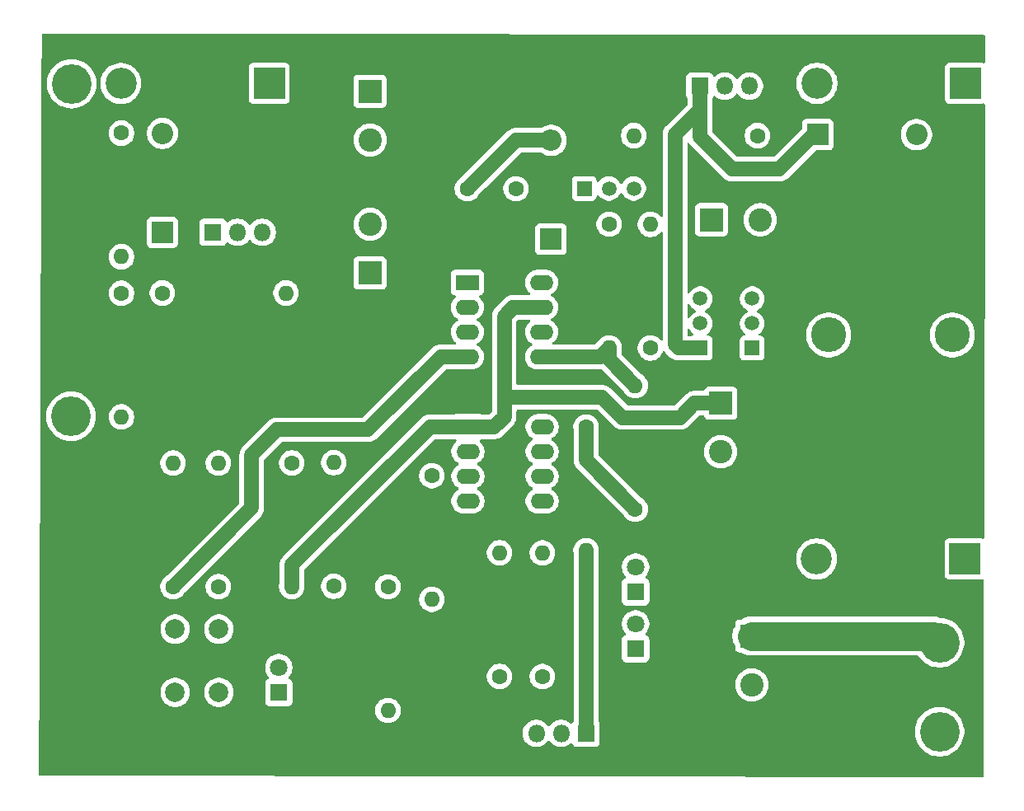
<source format=gbr>
%TF.GenerationSoftware,KiCad,Pcbnew,9.0.6*%
%TF.CreationDate,2025-11-25T19:29:33+09:00*%
%TF.ProjectId,12f675-mppt,31326636-3735-42d6-9d70-70742e6b6963,rev?*%
%TF.SameCoordinates,Original*%
%TF.FileFunction,Copper,L1,Top*%
%TF.FilePolarity,Positive*%
%FSLAX46Y46*%
G04 Gerber Fmt 4.6, Leading zero omitted, Abs format (unit mm)*
G04 Created by KiCad (PCBNEW 9.0.6) date 2025-11-25 19:29:33*
%MOMM*%
%LPD*%
G01*
G04 APERTURE LIST*
%TA.AperFunction,ComponentPad*%
%ADD10R,2.400000X2.400000*%
%TD*%
%TA.AperFunction,ComponentPad*%
%ADD11C,2.400000*%
%TD*%
%TA.AperFunction,ComponentPad*%
%ADD12C,1.600000*%
%TD*%
%TA.AperFunction,ComponentPad*%
%ADD13R,3.200000X3.200000*%
%TD*%
%TA.AperFunction,ComponentPad*%
%ADD14O,3.200000X3.200000*%
%TD*%
%TA.AperFunction,ComponentPad*%
%ADD15R,1.800000X1.800000*%
%TD*%
%TA.AperFunction,ComponentPad*%
%ADD16C,1.800000*%
%TD*%
%TA.AperFunction,ComponentPad*%
%ADD17R,2.200000X2.200000*%
%TD*%
%TA.AperFunction,ComponentPad*%
%ADD18O,2.200000X2.200000*%
%TD*%
%TA.AperFunction,ComponentPad*%
%ADD19R,2.400000X1.600000*%
%TD*%
%TA.AperFunction,ComponentPad*%
%ADD20O,2.400000X1.600000*%
%TD*%
%TA.AperFunction,ComponentPad*%
%ADD21C,3.600000*%
%TD*%
%TA.AperFunction,ComponentPad*%
%ADD22O,1.800000X1.800000*%
%TD*%
%TA.AperFunction,ComponentPad*%
%ADD23R,1.520000X1.520000*%
%TD*%
%TA.AperFunction,ComponentPad*%
%ADD24C,1.520000*%
%TD*%
%TA.AperFunction,ComponentPad*%
%ADD25O,1.600000X1.600000*%
%TD*%
%TA.AperFunction,ComponentPad*%
%ADD26C,2.000000*%
%TD*%
%TA.AperFunction,ComponentPad*%
%ADD27C,4.064000*%
%TD*%
%TA.AperFunction,Conductor*%
%ADD28C,1.500000*%
%TD*%
%TA.AperFunction,Conductor*%
%ADD29C,3.000000*%
%TD*%
G04 APERTURE END LIST*
D10*
X105516680Y-98374200D03*
D11*
X105516680Y-103374200D03*
D10*
X101371400Y-55610760D03*
D11*
X106371400Y-55610760D03*
D10*
X66309240Y-61066680D03*
D11*
X66309240Y-56066680D03*
D12*
X76291440Y-52420520D03*
X81291440Y-52420520D03*
D10*
X66309240Y-42407840D03*
D11*
X66309240Y-47407840D03*
D13*
X127441960Y-41595040D03*
D14*
X112201960Y-41595040D03*
D13*
X127406400Y-90449400D03*
D14*
X112166400Y-90449400D03*
D15*
X56936640Y-104155240D03*
D16*
X56936640Y-101615240D03*
D17*
X44988480Y-56906160D03*
D18*
X44988480Y-46746160D03*
D13*
X55956200Y-41600120D03*
D14*
X40716200Y-41600120D03*
D15*
X93573600Y-93822520D03*
D16*
X93573600Y-91282520D03*
D15*
X93573600Y-99664520D03*
D16*
X93573600Y-97124520D03*
D19*
X76291440Y-62057280D03*
D20*
X76291440Y-64597280D03*
X76291440Y-67137280D03*
X76291440Y-69677280D03*
X83911440Y-69677280D03*
X83911440Y-67137280D03*
X83911440Y-64597280D03*
X83911440Y-62057280D03*
D21*
X126100840Y-67447160D03*
X113400840Y-67447160D03*
D15*
X88473280Y-108371640D03*
D22*
X85933280Y-108371640D03*
X83393280Y-108371640D03*
D15*
X100182680Y-41879520D03*
D22*
X102722680Y-41879520D03*
X105262680Y-41879520D03*
D23*
X105552240Y-68798440D03*
D24*
X105552240Y-66258440D03*
X105552240Y-63718440D03*
D12*
X62580520Y-93263720D03*
D25*
X62580520Y-80563720D03*
D12*
X79598520Y-102514400D03*
D25*
X79598520Y-89814400D03*
D12*
X68143120Y-93314520D03*
D25*
X68143120Y-106014520D03*
D12*
X72649080Y-81899760D03*
D25*
X72649080Y-94599760D03*
D12*
X40782240Y-46705520D03*
D25*
X40782240Y-59405520D03*
D12*
X50723800Y-93299280D03*
D25*
X50723800Y-80599280D03*
D12*
X90860880Y-56062880D03*
D25*
X90860880Y-68762880D03*
D12*
X106085640Y-46964600D03*
D25*
X93385640Y-46964600D03*
D12*
X95092520Y-68783200D03*
D25*
X95092520Y-56083200D03*
D12*
X40782240Y-63154560D03*
D25*
X40782240Y-75854560D03*
D12*
X83992720Y-102534720D03*
D25*
X83992720Y-89834720D03*
D12*
X88498680Y-76890880D03*
D25*
X88498680Y-89590880D03*
D12*
X58267600Y-80584040D03*
D25*
X58267600Y-93284040D03*
D12*
X46070520Y-93299280D03*
D25*
X46070520Y-80599280D03*
D19*
X76357480Y-76875640D03*
D20*
X76357480Y-79415640D03*
X76357480Y-81955640D03*
X76357480Y-84495640D03*
X83977480Y-84495640D03*
X83977480Y-81955640D03*
X83977480Y-79415640D03*
X83977480Y-76875640D03*
D26*
X46283880Y-104160320D03*
X46283880Y-97660320D03*
X50783880Y-104160320D03*
X50783880Y-97660320D03*
D10*
X102326440Y-74447400D03*
D11*
X102326440Y-79447400D03*
D12*
X44973240Y-63139320D03*
D25*
X57673240Y-63139320D03*
D15*
X50165000Y-56896000D03*
D22*
X52705000Y-56896000D03*
X55245000Y-56896000D03*
D27*
X35666680Y-41630600D03*
X35590480Y-75798680D03*
X124790200Y-99054920D03*
X124790200Y-108204000D03*
D23*
X88295480Y-52390040D03*
D24*
X90835480Y-52390040D03*
X93375480Y-52390040D03*
D23*
X100218240Y-68798440D03*
D24*
X100218240Y-66258440D03*
X100218240Y-63718440D03*
D12*
X93538040Y-85333840D03*
D25*
X93538040Y-72633840D03*
D17*
X112268000Y-46863000D03*
D18*
X122428000Y-46863000D03*
D17*
X84886800Y-57607200D03*
D18*
X84886800Y-47447200D03*
D28*
X88498680Y-76890880D02*
X88498680Y-80294480D01*
X76291440Y-52420520D02*
X81264760Y-47447200D01*
X81264760Y-47447200D02*
X84886800Y-47447200D01*
X88498680Y-80294480D02*
X93538040Y-85333840D01*
X88498680Y-108346240D02*
X88473280Y-108371640D01*
X88498680Y-89590880D02*
X88498680Y-108346240D01*
X98143840Y-75930000D02*
X92220000Y-75930000D01*
X99626440Y-74447400D02*
X98143840Y-75930000D01*
X79057480Y-76875640D02*
X80080000Y-75853120D01*
X90150000Y-73860000D02*
X80080000Y-73860000D01*
X72461120Y-76875640D02*
X58267600Y-91069160D01*
X58267600Y-91069160D02*
X58267600Y-93284040D01*
X76357480Y-76875640D02*
X79057480Y-76875640D01*
X80080000Y-65510000D02*
X80992720Y-64597280D01*
X76357480Y-76875640D02*
X72461120Y-76875640D01*
X102326440Y-74447400D02*
X99626440Y-74447400D01*
X80992720Y-64597280D02*
X83911440Y-64597280D01*
X92220000Y-75930000D02*
X90150000Y-73860000D01*
X80080000Y-73860000D02*
X80080000Y-65510000D01*
X76357480Y-76875640D02*
X76713080Y-76875640D01*
X80080000Y-75853120D02*
X80080000Y-73860000D01*
X97617280Y-68457480D02*
X97617280Y-46844920D01*
X108331000Y-50419000D02*
X103505000Y-50419000D01*
X97958240Y-68798440D02*
X97617280Y-68457480D01*
X112268000Y-46863000D02*
X111887000Y-46863000D01*
X97617280Y-46844920D02*
X100182680Y-44279520D01*
X111887000Y-46863000D02*
X108331000Y-50419000D01*
X100182680Y-47096680D02*
X100182680Y-41879520D01*
X100218240Y-68798440D02*
X97958240Y-68798440D01*
X100182680Y-44279520D02*
X100182680Y-41879520D01*
X103505000Y-50419000D02*
X100182680Y-47096680D01*
X83911440Y-69677280D02*
X89946480Y-69677280D01*
X89946480Y-69677280D02*
X90860880Y-68762880D01*
X90860880Y-69956680D02*
X93538040Y-72633840D01*
X90860880Y-68762880D02*
X90860880Y-69956680D01*
X66083200Y-77185520D02*
X56713120Y-77185520D01*
X54152800Y-79745840D02*
X54152800Y-85217000D01*
X73591440Y-69677280D02*
X66083200Y-77185520D01*
X54152800Y-85217000D02*
X46070520Y-93299280D01*
X76291440Y-69677280D02*
X73591440Y-69677280D01*
X56713120Y-77185520D02*
X54152800Y-79745840D01*
D29*
X124109480Y-98374200D02*
X124790200Y-99054920D01*
X105516680Y-98374200D02*
X124109480Y-98374200D01*
%TA.AperFunction,NonConductor*%
G36*
X129327592Y-36631694D02*
G01*
X129395680Y-36651796D01*
X129442094Y-36705520D01*
X129453404Y-36757929D01*
X129448431Y-39422688D01*
X129428302Y-39490771D01*
X129374559Y-39537164D01*
X129304267Y-39547137D01*
X129278398Y-39540508D01*
X129151164Y-39493051D01*
X129151156Y-39493049D01*
X129090609Y-39486540D01*
X129090598Y-39486540D01*
X125793322Y-39486540D01*
X125793310Y-39486540D01*
X125732763Y-39493049D01*
X125732755Y-39493051D01*
X125595757Y-39544150D01*
X125595752Y-39544152D01*
X125478698Y-39631778D01*
X125391072Y-39748832D01*
X125391070Y-39748837D01*
X125339971Y-39885835D01*
X125339969Y-39885843D01*
X125333460Y-39946390D01*
X125333460Y-43243689D01*
X125339969Y-43304236D01*
X125339971Y-43304244D01*
X125391070Y-43441242D01*
X125391072Y-43441247D01*
X125478698Y-43558301D01*
X125595752Y-43645927D01*
X125595754Y-43645928D01*
X125595756Y-43645929D01*
X125653490Y-43667463D01*
X125732755Y-43697028D01*
X125732763Y-43697030D01*
X125793310Y-43703539D01*
X125793315Y-43703539D01*
X125793322Y-43703540D01*
X125793328Y-43703540D01*
X129090592Y-43703540D01*
X129090598Y-43703540D01*
X129090605Y-43703539D01*
X129090609Y-43703539D01*
X129151156Y-43697030D01*
X129151161Y-43697029D01*
X129151164Y-43697028D01*
X129270287Y-43652596D01*
X129341100Y-43647531D01*
X129403412Y-43681556D01*
X129437438Y-43743867D01*
X129440318Y-43770887D01*
X129357311Y-88256325D01*
X129337182Y-88324408D01*
X129283439Y-88370801D01*
X129213147Y-88380774D01*
X129187278Y-88374145D01*
X129115604Y-88347411D01*
X129115596Y-88347409D01*
X129055049Y-88340900D01*
X129055038Y-88340900D01*
X125757762Y-88340900D01*
X125757750Y-88340900D01*
X125697203Y-88347409D01*
X125697195Y-88347411D01*
X125560197Y-88398510D01*
X125560192Y-88398512D01*
X125443138Y-88486138D01*
X125355512Y-88603192D01*
X125355510Y-88603197D01*
X125304411Y-88740195D01*
X125304409Y-88740203D01*
X125297900Y-88800750D01*
X125297900Y-92098049D01*
X125304409Y-92158596D01*
X125304411Y-92158604D01*
X125355510Y-92295602D01*
X125355512Y-92295607D01*
X125443138Y-92412661D01*
X125560192Y-92500287D01*
X125560194Y-92500288D01*
X125560196Y-92500289D01*
X125617930Y-92521823D01*
X125697195Y-92551388D01*
X125697203Y-92551390D01*
X125757750Y-92557899D01*
X125757755Y-92557899D01*
X125757762Y-92557900D01*
X125757768Y-92557900D01*
X129055032Y-92557900D01*
X129055038Y-92557900D01*
X129055045Y-92557899D01*
X129055049Y-92557899D01*
X129115596Y-92551390D01*
X129115599Y-92551389D01*
X129115601Y-92551389D01*
X129179089Y-92527708D01*
X129249903Y-92522643D01*
X129312215Y-92556667D01*
X129346241Y-92618979D01*
X129349121Y-92645999D01*
X129311635Y-112736403D01*
X129291506Y-112804486D01*
X129237763Y-112850879D01*
X129185444Y-112862168D01*
X32435079Y-112715231D01*
X32366988Y-112695125D01*
X32320577Y-112641399D01*
X32309271Y-112588761D01*
X32317324Y-110431007D01*
X32325423Y-108260789D01*
X81984780Y-108260789D01*
X81984780Y-108482491D01*
X82008178Y-108630220D01*
X82019463Y-108701469D01*
X82086704Y-108908415D01*
X82087972Y-108912316D01*
X82087973Y-108912317D01*
X82188625Y-109109858D01*
X82318938Y-109289218D01*
X82475701Y-109445981D01*
X82475704Y-109445983D01*
X82655065Y-109576297D01*
X82852604Y-109676948D01*
X83063456Y-109745458D01*
X83282429Y-109780140D01*
X83282432Y-109780140D01*
X83504128Y-109780140D01*
X83504131Y-109780140D01*
X83723104Y-109745458D01*
X83933956Y-109676948D01*
X84131495Y-109576297D01*
X84310856Y-109445983D01*
X84467623Y-109289216D01*
X84561345Y-109160219D01*
X84617566Y-109116866D01*
X84688302Y-109110791D01*
X84751094Y-109143922D01*
X84765212Y-109160216D01*
X84858937Y-109289216D01*
X84858939Y-109289218D01*
X84858941Y-109289221D01*
X85015701Y-109445981D01*
X85015704Y-109445983D01*
X85195065Y-109576297D01*
X85392604Y-109676948D01*
X85603456Y-109745458D01*
X85822429Y-109780140D01*
X85822432Y-109780140D01*
X86044128Y-109780140D01*
X86044131Y-109780140D01*
X86263104Y-109745458D01*
X86473956Y-109676948D01*
X86671495Y-109576297D01*
X86850856Y-109445983D01*
X86890469Y-109406370D01*
X86952780Y-109372344D01*
X87023596Y-109377408D01*
X87080432Y-109419954D01*
X87097617Y-109451425D01*
X87122391Y-109517844D01*
X87122392Y-109517845D01*
X87122393Y-109517848D01*
X87210018Y-109634901D01*
X87327072Y-109722527D01*
X87327074Y-109722528D01*
X87327076Y-109722529D01*
X87386155Y-109744564D01*
X87464075Y-109773628D01*
X87464083Y-109773630D01*
X87524630Y-109780139D01*
X87524635Y-109780139D01*
X87524642Y-109780140D01*
X87524648Y-109780140D01*
X89421912Y-109780140D01*
X89421918Y-109780140D01*
X89421925Y-109780139D01*
X89421929Y-109780139D01*
X89482476Y-109773630D01*
X89482479Y-109773629D01*
X89482481Y-109773629D01*
X89619484Y-109722529D01*
X89736541Y-109634901D01*
X89824169Y-109517844D01*
X89875269Y-109380841D01*
X89875639Y-109377408D01*
X89881779Y-109320289D01*
X89881780Y-109320272D01*
X89881780Y-108061328D01*
X122249700Y-108061328D01*
X122249700Y-108346671D01*
X122281648Y-108630224D01*
X122345144Y-108908415D01*
X122439379Y-109177721D01*
X122439390Y-109177749D01*
X122563192Y-109434827D01*
X122715003Y-109676431D01*
X122892913Y-109899524D01*
X123094675Y-110101286D01*
X123094679Y-110101289D01*
X123317769Y-110279197D01*
X123419226Y-110342947D01*
X123559372Y-110431007D01*
X123816450Y-110554809D01*
X123816453Y-110554810D01*
X123816461Y-110554814D01*
X123816476Y-110554819D01*
X123816478Y-110554820D01*
X124085784Y-110649055D01*
X124085787Y-110649055D01*
X124085791Y-110649057D01*
X124291692Y-110696052D01*
X124363975Y-110712551D01*
X124363976Y-110712551D01*
X124363980Y-110712552D01*
X124589367Y-110737946D01*
X124647528Y-110744500D01*
X124647529Y-110744500D01*
X124932872Y-110744500D01*
X124981133Y-110739062D01*
X125216420Y-110712552D01*
X125494609Y-110649057D01*
X125763939Y-110554814D01*
X126021024Y-110431009D01*
X126262631Y-110279197D01*
X126485721Y-110101289D01*
X126687489Y-109899521D01*
X126865397Y-109676431D01*
X127017209Y-109434824D01*
X127141014Y-109177739D01*
X127235257Y-108908409D01*
X127298752Y-108630220D01*
X127330700Y-108346671D01*
X127330700Y-108061329D01*
X127328501Y-108041816D01*
X127324146Y-108003167D01*
X127298752Y-107777780D01*
X127235257Y-107499591D01*
X127219326Y-107454064D01*
X127141020Y-107230278D01*
X127141019Y-107230276D01*
X127141014Y-107230261D01*
X127139518Y-107227155D01*
X127017207Y-106973172D01*
X126865396Y-106731568D01*
X126840481Y-106700326D01*
X126687489Y-106508479D01*
X126687486Y-106508475D01*
X126485724Y-106306713D01*
X126262631Y-106128803D01*
X126021027Y-105976992D01*
X125763949Y-105853190D01*
X125763921Y-105853179D01*
X125494615Y-105758944D01*
X125216424Y-105695448D01*
X124932872Y-105663500D01*
X124932871Y-105663500D01*
X124647529Y-105663500D01*
X124647528Y-105663500D01*
X124363975Y-105695448D01*
X124085784Y-105758944D01*
X123816478Y-105853179D01*
X123816450Y-105853190D01*
X123559372Y-105976992D01*
X123317768Y-106128803D01*
X123094675Y-106306713D01*
X122892913Y-106508475D01*
X122715003Y-106731568D01*
X122563192Y-106973172D01*
X122439390Y-107230250D01*
X122439379Y-107230278D01*
X122345144Y-107499584D01*
X122281648Y-107777775D01*
X122249700Y-108061328D01*
X89881780Y-108061328D01*
X89881780Y-107423007D01*
X89881779Y-107422990D01*
X89875270Y-107362443D01*
X89875268Y-107362435D01*
X89825975Y-107230278D01*
X89824169Y-107225436D01*
X89824168Y-107225434D01*
X89824167Y-107225432D01*
X89782312Y-107169521D01*
X89757501Y-107103001D01*
X89757180Y-107094012D01*
X89757180Y-103262216D01*
X103808180Y-103262216D01*
X103808180Y-103486183D01*
X103837411Y-103708220D01*
X103847896Y-103747352D01*
X103895378Y-103924558D01*
X103981085Y-104131472D01*
X103981086Y-104131473D01*
X103981091Y-104131483D01*
X104066285Y-104279042D01*
X104093066Y-104325428D01*
X104229405Y-104503109D01*
X104229414Y-104503119D01*
X104387760Y-104661465D01*
X104387770Y-104661474D01*
X104387771Y-104661475D01*
X104565452Y-104797814D01*
X104759408Y-104909795D01*
X104966322Y-104995502D01*
X105182653Y-105053467D01*
X105182657Y-105053467D01*
X105182659Y-105053468D01*
X105239884Y-105061001D01*
X105404699Y-105082700D01*
X105404706Y-105082700D01*
X105628654Y-105082700D01*
X105628661Y-105082700D01*
X105829336Y-105056280D01*
X105850700Y-105053468D01*
X105850700Y-105053467D01*
X105850707Y-105053467D01*
X106067038Y-104995502D01*
X106273952Y-104909795D01*
X106467908Y-104797814D01*
X106645589Y-104661475D01*
X106803955Y-104503109D01*
X106940294Y-104325428D01*
X107052275Y-104131472D01*
X107137982Y-103924558D01*
X107195947Y-103708227D01*
X107225180Y-103486181D01*
X107225180Y-103262219D01*
X107195947Y-103040173D01*
X107137982Y-102823842D01*
X107052275Y-102616928D01*
X106940294Y-102422972D01*
X106803955Y-102245291D01*
X106803954Y-102245290D01*
X106803945Y-102245280D01*
X106645599Y-102086934D01*
X106645589Y-102086925D01*
X106467908Y-101950586D01*
X106467903Y-101950583D01*
X106273963Y-101838611D01*
X106273958Y-101838608D01*
X106273952Y-101838605D01*
X106067038Y-101752898D01*
X105850707Y-101694933D01*
X105850700Y-101694931D01*
X105628663Y-101665700D01*
X105628661Y-101665700D01*
X105404699Y-101665700D01*
X105404696Y-101665700D01*
X105182659Y-101694931D01*
X105066383Y-101726087D01*
X104966322Y-101752898D01*
X104783570Y-101828597D01*
X104759406Y-101838606D01*
X104759396Y-101838611D01*
X104565456Y-101950583D01*
X104387770Y-102086925D01*
X104387760Y-102086934D01*
X104229414Y-102245280D01*
X104229405Y-102245290D01*
X104093063Y-102422976D01*
X103981091Y-102616916D01*
X103981086Y-102616926D01*
X103981085Y-102616928D01*
X103931335Y-102737034D01*
X103895378Y-102823842D01*
X103837411Y-103040179D01*
X103808180Y-103262216D01*
X89757180Y-103262216D01*
X89757180Y-97013669D01*
X92165100Y-97013669D01*
X92165100Y-97235371D01*
X92199782Y-97454344D01*
X92199783Y-97454349D01*
X92268290Y-97665191D01*
X92268292Y-97665196D01*
X92368943Y-97862735D01*
X92368945Y-97862738D01*
X92499258Y-98042098D01*
X92538870Y-98081710D01*
X92572896Y-98144022D01*
X92567831Y-98214837D01*
X92525284Y-98271673D01*
X92493808Y-98288860D01*
X92427397Y-98313630D01*
X92427392Y-98313632D01*
X92310338Y-98401258D01*
X92222712Y-98518312D01*
X92222710Y-98518317D01*
X92171611Y-98655315D01*
X92171609Y-98655323D01*
X92165100Y-98715870D01*
X92165100Y-100613169D01*
X92171609Y-100673716D01*
X92171611Y-100673724D01*
X92222710Y-100810722D01*
X92222712Y-100810727D01*
X92310338Y-100927781D01*
X92427392Y-101015407D01*
X92427394Y-101015408D01*
X92427396Y-101015409D01*
X92486475Y-101037444D01*
X92564395Y-101066508D01*
X92564403Y-101066510D01*
X92624950Y-101073019D01*
X92624955Y-101073019D01*
X92624962Y-101073020D01*
X92624968Y-101073020D01*
X94522232Y-101073020D01*
X94522238Y-101073020D01*
X94522245Y-101073019D01*
X94522249Y-101073019D01*
X94582796Y-101066510D01*
X94582799Y-101066509D01*
X94582801Y-101066509D01*
X94719804Y-101015409D01*
X94836861Y-100927781D01*
X94924489Y-100810724D01*
X94975589Y-100673721D01*
X94982100Y-100613158D01*
X94982100Y-98715882D01*
X94982099Y-98715870D01*
X94975590Y-98655323D01*
X94975588Y-98655315D01*
X94924489Y-98518317D01*
X94924487Y-98518312D01*
X94836861Y-98401258D01*
X94762671Y-98345720D01*
X94762667Y-98345718D01*
X94719804Y-98313631D01*
X94646540Y-98286304D01*
X94640034Y-98282976D01*
X94619360Y-98263385D01*
X94596556Y-98246314D01*
X94595153Y-98242553D01*
X103508180Y-98242553D01*
X103508180Y-98505846D01*
X103542544Y-98766872D01*
X103542545Y-98766878D01*
X103542546Y-98766880D01*
X103610690Y-99021197D01*
X103711446Y-99264443D01*
X103791299Y-99402753D01*
X103808180Y-99465752D01*
X103808180Y-99622849D01*
X103814689Y-99683396D01*
X103814691Y-99683404D01*
X103865790Y-99820402D01*
X103865792Y-99820407D01*
X103953418Y-99937461D01*
X104070472Y-100025087D01*
X104070474Y-100025088D01*
X104070476Y-100025089D01*
X104129555Y-100047124D01*
X104207475Y-100076188D01*
X104207483Y-100076190D01*
X104268030Y-100082699D01*
X104268035Y-100082699D01*
X104268042Y-100082700D01*
X104425128Y-100082700D01*
X104488126Y-100099580D01*
X104626437Y-100179434D01*
X104869683Y-100280190D01*
X105124000Y-100348334D01*
X105124006Y-100348334D01*
X105124007Y-100348335D01*
X105153961Y-100352278D01*
X105385036Y-100382700D01*
X122554476Y-100382700D01*
X122622597Y-100402702D01*
X122661161Y-100441662D01*
X122715003Y-100527351D01*
X122775566Y-100603295D01*
X122892913Y-100750444D01*
X123094675Y-100952206D01*
X123094679Y-100952209D01*
X123317769Y-101130117D01*
X123419226Y-101193867D01*
X123559372Y-101281927D01*
X123559375Y-101281928D01*
X123559376Y-101281929D01*
X123566617Y-101285416D01*
X123816450Y-101405729D01*
X123816453Y-101405730D01*
X123816461Y-101405734D01*
X123816476Y-101405739D01*
X123816478Y-101405740D01*
X124085784Y-101499975D01*
X124085787Y-101499975D01*
X124085791Y-101499977D01*
X124246483Y-101536654D01*
X124363975Y-101563471D01*
X124363976Y-101563471D01*
X124363980Y-101563472D01*
X124589367Y-101588866D01*
X124647528Y-101595420D01*
X124647529Y-101595420D01*
X124932872Y-101595420D01*
X124981133Y-101589982D01*
X125216420Y-101563472D01*
X125494609Y-101499977D01*
X125763939Y-101405734D01*
X126021024Y-101281929D01*
X126262631Y-101130117D01*
X126485721Y-100952209D01*
X126687489Y-100750441D01*
X126865397Y-100527351D01*
X127017209Y-100285744D01*
X127141014Y-100028659D01*
X127235257Y-99759329D01*
X127298752Y-99481140D01*
X127330700Y-99197591D01*
X127330700Y-98912249D01*
X127298752Y-98628700D01*
X127235257Y-98350511D01*
X127222352Y-98313632D01*
X127141020Y-98081198D01*
X127141019Y-98081196D01*
X127141014Y-98081181D01*
X127108452Y-98013566D01*
X127017207Y-97824092D01*
X126865396Y-97582488D01*
X126832787Y-97541598D01*
X126687489Y-97359399D01*
X126687486Y-97359395D01*
X126485724Y-97157633D01*
X126262631Y-96979723D01*
X126021027Y-96827912D01*
X125763949Y-96704110D01*
X125763921Y-96704099D01*
X125494615Y-96609864D01*
X125216424Y-96546368D01*
X124932872Y-96514420D01*
X124932871Y-96514420D01*
X124893101Y-96514420D01*
X124844883Y-96504829D01*
X124756477Y-96468210D01*
X124502160Y-96400066D01*
X124502158Y-96400065D01*
X124502152Y-96400064D01*
X124241125Y-96365699D01*
X124241124Y-96365699D01*
X123977836Y-96365699D01*
X123973934Y-96365699D01*
X123973902Y-96365700D01*
X105385033Y-96365700D01*
X105124007Y-96400064D01*
X105124000Y-96400066D01*
X104869683Y-96468210D01*
X104680994Y-96546368D01*
X104626435Y-96568967D01*
X104626432Y-96568968D01*
X104555601Y-96609863D01*
X104488126Y-96648819D01*
X104425128Y-96665700D01*
X104268030Y-96665700D01*
X104207483Y-96672209D01*
X104207475Y-96672211D01*
X104070477Y-96723310D01*
X104070472Y-96723312D01*
X103953418Y-96810938D01*
X103865792Y-96927992D01*
X103865790Y-96927997D01*
X103814691Y-97064995D01*
X103814689Y-97065003D01*
X103808180Y-97125550D01*
X103808180Y-97282646D01*
X103791299Y-97345646D01*
X103711452Y-97483944D01*
X103711447Y-97483955D01*
X103610690Y-97727203D01*
X103542544Y-97981527D01*
X103508180Y-98242553D01*
X94595153Y-98242553D01*
X94593938Y-98239295D01*
X94588500Y-98234142D01*
X94581699Y-98206482D01*
X94571745Y-98179794D01*
X94573337Y-98172473D01*
X94571549Y-98165199D01*
X94580781Y-98138252D01*
X94586837Y-98110419D01*
X94593257Y-98101842D01*
X94594562Y-98098036D01*
X94598353Y-98095035D01*
X94608330Y-98081709D01*
X94647941Y-98042098D01*
X94647943Y-98042096D01*
X94778257Y-97862735D01*
X94878908Y-97665196D01*
X94947418Y-97454344D01*
X94982100Y-97235371D01*
X94982100Y-97013669D01*
X94947418Y-96794696D01*
X94878908Y-96583844D01*
X94778257Y-96386305D01*
X94647943Y-96206944D01*
X94647941Y-96206941D01*
X94491178Y-96050178D01*
X94311818Y-95919865D01*
X94311817Y-95919864D01*
X94311815Y-95919863D01*
X94114276Y-95819212D01*
X94114273Y-95819211D01*
X94114271Y-95819210D01*
X93903429Y-95750703D01*
X93903425Y-95750702D01*
X93903424Y-95750702D01*
X93684451Y-95716020D01*
X93462749Y-95716020D01*
X93243776Y-95750702D01*
X93243770Y-95750703D01*
X93032928Y-95819210D01*
X93032922Y-95819213D01*
X92835381Y-95919865D01*
X92656021Y-96050178D01*
X92499258Y-96206941D01*
X92368945Y-96386301D01*
X92268293Y-96583842D01*
X92268290Y-96583848D01*
X92199783Y-96794690D01*
X92199782Y-96794695D01*
X92199782Y-96794696D01*
X92165100Y-97013669D01*
X89757180Y-97013669D01*
X89757180Y-91171669D01*
X92165100Y-91171669D01*
X92165100Y-91393371D01*
X92190469Y-91553543D01*
X92199783Y-91612349D01*
X92209625Y-91642638D01*
X92268292Y-91823196D01*
X92368943Y-92020735D01*
X92368945Y-92020738D01*
X92499258Y-92200098D01*
X92538870Y-92239710D01*
X92572896Y-92302022D01*
X92567831Y-92372837D01*
X92525284Y-92429673D01*
X92493808Y-92446860D01*
X92427397Y-92471630D01*
X92427392Y-92471632D01*
X92310338Y-92559258D01*
X92222712Y-92676312D01*
X92222710Y-92676317D01*
X92171611Y-92813315D01*
X92171609Y-92813323D01*
X92165100Y-92873870D01*
X92165100Y-94771169D01*
X92171609Y-94831716D01*
X92171611Y-94831724D01*
X92222710Y-94968722D01*
X92222712Y-94968727D01*
X92310338Y-95085781D01*
X92427392Y-95173407D01*
X92427394Y-95173408D01*
X92427396Y-95173409D01*
X92486475Y-95195444D01*
X92564395Y-95224508D01*
X92564403Y-95224510D01*
X92624950Y-95231019D01*
X92624955Y-95231019D01*
X92624962Y-95231020D01*
X92624968Y-95231020D01*
X94522232Y-95231020D01*
X94522238Y-95231020D01*
X94522245Y-95231019D01*
X94522249Y-95231019D01*
X94582796Y-95224510D01*
X94582799Y-95224509D01*
X94582801Y-95224509D01*
X94719804Y-95173409D01*
X94836861Y-95085781D01*
X94924489Y-94968724D01*
X94975589Y-94831721D01*
X94982100Y-94771158D01*
X94982100Y-92873882D01*
X94982099Y-92873870D01*
X94975590Y-92813323D01*
X94975588Y-92813315D01*
X94924489Y-92676317D01*
X94924487Y-92676312D01*
X94836861Y-92559258D01*
X94719808Y-92471633D01*
X94719805Y-92471632D01*
X94719804Y-92471631D01*
X94653388Y-92446858D01*
X94596556Y-92404314D01*
X94571745Y-92337794D01*
X94586837Y-92268419D01*
X94608330Y-92239709D01*
X94647941Y-92200098D01*
X94647943Y-92200096D01*
X94778257Y-92020735D01*
X94878908Y-91823196D01*
X94947418Y-91612344D01*
X94982100Y-91393371D01*
X94982100Y-91171669D01*
X94947418Y-90952696D01*
X94878908Y-90741844D01*
X94778257Y-90544305D01*
X94647943Y-90364944D01*
X94647940Y-90364941D01*
X94647938Y-90364938D01*
X94594199Y-90311199D01*
X110057900Y-90311199D01*
X110057900Y-90587600D01*
X110093975Y-90861623D01*
X110165512Y-91128604D01*
X110165513Y-91128606D01*
X110165514Y-91128609D01*
X110271286Y-91383967D01*
X110271287Y-91383968D01*
X110271292Y-91383978D01*
X110409482Y-91623329D01*
X110577744Y-91842614D01*
X110577753Y-91842624D01*
X110773175Y-92038046D01*
X110773185Y-92038055D01*
X110773186Y-92038056D01*
X110984362Y-92200096D01*
X110992470Y-92206317D01*
X111147119Y-92295604D01*
X111231833Y-92344514D01*
X111487191Y-92450286D01*
X111754169Y-92521823D01*
X111754175Y-92521823D01*
X111754176Y-92521824D01*
X111785622Y-92525963D01*
X112028202Y-92557900D01*
X112028209Y-92557900D01*
X112304591Y-92557900D01*
X112304598Y-92557900D01*
X112578631Y-92521823D01*
X112845609Y-92450286D01*
X113100967Y-92344514D01*
X113340333Y-92206315D01*
X113559614Y-92038056D01*
X113755056Y-91842614D01*
X113923315Y-91623333D01*
X114061514Y-91383967D01*
X114167286Y-91128609D01*
X114238823Y-90861631D01*
X114274900Y-90587598D01*
X114274900Y-90311202D01*
X114238823Y-90037169D01*
X114167286Y-89770191D01*
X114061514Y-89514833D01*
X113956202Y-89332428D01*
X113923317Y-89275470D01*
X113810618Y-89128597D01*
X113755056Y-89056186D01*
X113755055Y-89056185D01*
X113755046Y-89056175D01*
X113559624Y-88860753D01*
X113559614Y-88860744D01*
X113402521Y-88740203D01*
X113340333Y-88692485D01*
X113340332Y-88692484D01*
X113340329Y-88692482D01*
X113100978Y-88554292D01*
X113100973Y-88554289D01*
X113100967Y-88554286D01*
X112845609Y-88448514D01*
X112845606Y-88448513D01*
X112845604Y-88448512D01*
X112626318Y-88389755D01*
X112578631Y-88376977D01*
X112578629Y-88376976D01*
X112578623Y-88376975D01*
X112304600Y-88340900D01*
X112304598Y-88340900D01*
X112028202Y-88340900D01*
X112028199Y-88340900D01*
X111754176Y-88376975D01*
X111487195Y-88448512D01*
X111487191Y-88448514D01*
X111270862Y-88538120D01*
X111231831Y-88554287D01*
X111231821Y-88554292D01*
X110992470Y-88692482D01*
X110773185Y-88860744D01*
X110773175Y-88860753D01*
X110577753Y-89056175D01*
X110577744Y-89056185D01*
X110409482Y-89275470D01*
X110271292Y-89514821D01*
X110271287Y-89514831D01*
X110165514Y-89770191D01*
X110165512Y-89770195D01*
X110093975Y-90037176D01*
X110057900Y-90311199D01*
X94594199Y-90311199D01*
X94491178Y-90208178D01*
X94311818Y-90077865D01*
X94311817Y-90077864D01*
X94311815Y-90077863D01*
X94114276Y-89977212D01*
X94114273Y-89977211D01*
X94114271Y-89977210D01*
X93903429Y-89908703D01*
X93903425Y-89908702D01*
X93903424Y-89908702D01*
X93684451Y-89874020D01*
X93462749Y-89874020D01*
X93243776Y-89908702D01*
X93243770Y-89908703D01*
X93032928Y-89977210D01*
X93032922Y-89977213D01*
X92835381Y-90077865D01*
X92656021Y-90208178D01*
X92499258Y-90364941D01*
X92368945Y-90544301D01*
X92268293Y-90741842D01*
X92268290Y-90741848D01*
X92199783Y-90952690D01*
X92199782Y-90952695D01*
X92199782Y-90952696D01*
X92165100Y-91171669D01*
X89757180Y-91171669D01*
X89757180Y-89971965D01*
X89763347Y-89933028D01*
X89768431Y-89917381D01*
X89774960Y-89897288D01*
X89807180Y-89693861D01*
X89807180Y-89487899D01*
X89774960Y-89284472D01*
X89711314Y-89088590D01*
X89617809Y-88905077D01*
X89496748Y-88738450D01*
X89496745Y-88738447D01*
X89496743Y-88738444D01*
X89351115Y-88592816D01*
X89351112Y-88592814D01*
X89351110Y-88592812D01*
X89225679Y-88501682D01*
X89184486Y-88471753D01*
X89184485Y-88471752D01*
X89184483Y-88471751D01*
X89000970Y-88378246D01*
X89000967Y-88378245D01*
X89000965Y-88378244D01*
X88805092Y-88314601D01*
X88805090Y-88314600D01*
X88805088Y-88314600D01*
X88601661Y-88282380D01*
X88395699Y-88282380D01*
X88192272Y-88314600D01*
X88192270Y-88314600D01*
X88192267Y-88314601D01*
X87996394Y-88378244D01*
X87996388Y-88378247D01*
X87812873Y-88471753D01*
X87646247Y-88592814D01*
X87646244Y-88592816D01*
X87500616Y-88738444D01*
X87500614Y-88738447D01*
X87379553Y-88905073D01*
X87286047Y-89088588D01*
X87286044Y-89088594D01*
X87222401Y-89284467D01*
X87222400Y-89284470D01*
X87222400Y-89284472D01*
X87190180Y-89487899D01*
X87190180Y-89693861D01*
X87211660Y-89829479D01*
X87222400Y-89897290D01*
X87234013Y-89933028D01*
X87240180Y-89971965D01*
X87240180Y-107026151D01*
X87220178Y-107094272D01*
X87215048Y-107101660D01*
X87122392Y-107225432D01*
X87122390Y-107225437D01*
X87097620Y-107291848D01*
X87055073Y-107348684D01*
X86988553Y-107373494D01*
X86919179Y-107358402D01*
X86890470Y-107336910D01*
X86850858Y-107297298D01*
X86671498Y-107166985D01*
X86671497Y-107166984D01*
X86671495Y-107166983D01*
X86473956Y-107066332D01*
X86473953Y-107066331D01*
X86473951Y-107066330D01*
X86263109Y-106997823D01*
X86263105Y-106997822D01*
X86263104Y-106997822D01*
X86044131Y-106963140D01*
X85822429Y-106963140D01*
X85603456Y-106997822D01*
X85603450Y-106997823D01*
X85392608Y-107066330D01*
X85392602Y-107066333D01*
X85195061Y-107166985D01*
X85015701Y-107297298D01*
X84858938Y-107454061D01*
X84765216Y-107583059D01*
X84708993Y-107626413D01*
X84638257Y-107632488D01*
X84575465Y-107599356D01*
X84561344Y-107583059D01*
X84467621Y-107454061D01*
X84310858Y-107297298D01*
X84131498Y-107166985D01*
X84131497Y-107166984D01*
X84131495Y-107166983D01*
X83933956Y-107066332D01*
X83933953Y-107066331D01*
X83933951Y-107066330D01*
X83723109Y-106997823D01*
X83723105Y-106997822D01*
X83723104Y-106997822D01*
X83504131Y-106963140D01*
X83282429Y-106963140D01*
X83063456Y-106997822D01*
X83063450Y-106997823D01*
X82852608Y-107066330D01*
X82852602Y-107066333D01*
X82655061Y-107166985D01*
X82475701Y-107297298D01*
X82318938Y-107454061D01*
X82188625Y-107633421D01*
X82087973Y-107830962D01*
X82087970Y-107830968D01*
X82019463Y-108041810D01*
X82019462Y-108041815D01*
X82019462Y-108041816D01*
X81984780Y-108260789D01*
X32325423Y-108260789D01*
X32334191Y-105911539D01*
X66834620Y-105911539D01*
X66834620Y-106117501D01*
X66864589Y-106306713D01*
X66866841Y-106320932D01*
X66927777Y-106508475D01*
X66930486Y-106516810D01*
X67023991Y-106700323D01*
X67145052Y-106866950D01*
X67145054Y-106866952D01*
X67145056Y-106866955D01*
X67290684Y-107012583D01*
X67290687Y-107012585D01*
X67290690Y-107012588D01*
X67457317Y-107133649D01*
X67640830Y-107227154D01*
X67836712Y-107290800D01*
X68040139Y-107323020D01*
X68040142Y-107323020D01*
X68246098Y-107323020D01*
X68246101Y-107323020D01*
X68449528Y-107290800D01*
X68645410Y-107227154D01*
X68828923Y-107133649D01*
X68995550Y-107012588D01*
X69141188Y-106866950D01*
X69262249Y-106700323D01*
X69355754Y-106516810D01*
X69419400Y-106320928D01*
X69451620Y-106117501D01*
X69451620Y-105911539D01*
X69419400Y-105708112D01*
X69355754Y-105512230D01*
X69262249Y-105328717D01*
X69141188Y-105162090D01*
X69141185Y-105162087D01*
X69141183Y-105162084D01*
X68995555Y-105016456D01*
X68995552Y-105016454D01*
X68995550Y-105016452D01*
X68828923Y-104895391D01*
X68645410Y-104801886D01*
X68645407Y-104801885D01*
X68645405Y-104801884D01*
X68449532Y-104738241D01*
X68449530Y-104738240D01*
X68449528Y-104738240D01*
X68246101Y-104706020D01*
X68040139Y-104706020D01*
X67836712Y-104738240D01*
X67836710Y-104738240D01*
X67836707Y-104738241D01*
X67640834Y-104801884D01*
X67640828Y-104801887D01*
X67457313Y-104895393D01*
X67290687Y-105016454D01*
X67290684Y-105016456D01*
X67145056Y-105162084D01*
X67145054Y-105162087D01*
X67023993Y-105328713D01*
X66930487Y-105512228D01*
X66930484Y-105512234D01*
X66866841Y-105708107D01*
X66866840Y-105708110D01*
X66866840Y-105708112D01*
X66834620Y-105911539D01*
X32334191Y-105911539D01*
X32341170Y-104041598D01*
X44775380Y-104041598D01*
X44775380Y-104279042D01*
X44782727Y-104325428D01*
X44812525Y-104513566D01*
X44885527Y-104738241D01*
X44885898Y-104739383D01*
X44993695Y-104950947D01*
X45133260Y-105143042D01*
X45133262Y-105143044D01*
X45133264Y-105143047D01*
X45301152Y-105310935D01*
X45301155Y-105310937D01*
X45301158Y-105310940D01*
X45493253Y-105450505D01*
X45704817Y-105558302D01*
X45930639Y-105631676D01*
X46165158Y-105668820D01*
X46165161Y-105668820D01*
X46402599Y-105668820D01*
X46402602Y-105668820D01*
X46637121Y-105631676D01*
X46862943Y-105558302D01*
X47074507Y-105450505D01*
X47266602Y-105310940D01*
X47434500Y-105143042D01*
X47574065Y-104950947D01*
X47681862Y-104739383D01*
X47755236Y-104513561D01*
X47792380Y-104279042D01*
X47792380Y-104041598D01*
X49275380Y-104041598D01*
X49275380Y-104279042D01*
X49282727Y-104325428D01*
X49312525Y-104513566D01*
X49385527Y-104738241D01*
X49385898Y-104739383D01*
X49493695Y-104950947D01*
X49633260Y-105143042D01*
X49633262Y-105143044D01*
X49633264Y-105143047D01*
X49801152Y-105310935D01*
X49801155Y-105310937D01*
X49801158Y-105310940D01*
X49993253Y-105450505D01*
X50204817Y-105558302D01*
X50430639Y-105631676D01*
X50665158Y-105668820D01*
X50665161Y-105668820D01*
X50902599Y-105668820D01*
X50902602Y-105668820D01*
X51137121Y-105631676D01*
X51362943Y-105558302D01*
X51574507Y-105450505D01*
X51766602Y-105310940D01*
X51934500Y-105143042D01*
X52074065Y-104950947D01*
X52181862Y-104739383D01*
X52255236Y-104513561D01*
X52292380Y-104279042D01*
X52292380Y-104041598D01*
X52255236Y-103807079D01*
X52181862Y-103581257D01*
X52074065Y-103369693D01*
X51934500Y-103177598D01*
X51934497Y-103177595D01*
X51934495Y-103177592D01*
X51766607Y-103009704D01*
X51766604Y-103009702D01*
X51766602Y-103009700D01*
X51574507Y-102870135D01*
X51362943Y-102762338D01*
X51362940Y-102762337D01*
X51362938Y-102762336D01*
X51137126Y-102688965D01*
X51137122Y-102688964D01*
X51137121Y-102688964D01*
X50902602Y-102651820D01*
X50665158Y-102651820D01*
X50430639Y-102688964D01*
X50430633Y-102688965D01*
X50204821Y-102762336D01*
X50204815Y-102762339D01*
X49993249Y-102870137D01*
X49801155Y-103009702D01*
X49801152Y-103009704D01*
X49633264Y-103177592D01*
X49633262Y-103177595D01*
X49493697Y-103369689D01*
X49385899Y-103581255D01*
X49385896Y-103581261D01*
X49312525Y-103807073D01*
X49312524Y-103807078D01*
X49312524Y-103807079D01*
X49275380Y-104041598D01*
X47792380Y-104041598D01*
X47755236Y-103807079D01*
X47681862Y-103581257D01*
X47574065Y-103369693D01*
X47434500Y-103177598D01*
X47434497Y-103177595D01*
X47434495Y-103177592D01*
X47266607Y-103009704D01*
X47266604Y-103009702D01*
X47266602Y-103009700D01*
X47074507Y-102870135D01*
X46862943Y-102762338D01*
X46862940Y-102762337D01*
X46862938Y-102762336D01*
X46637126Y-102688965D01*
X46637122Y-102688964D01*
X46637121Y-102688964D01*
X46402602Y-102651820D01*
X46165158Y-102651820D01*
X45930639Y-102688964D01*
X45930633Y-102688965D01*
X45704821Y-102762336D01*
X45704815Y-102762339D01*
X45493249Y-102870137D01*
X45301155Y-103009702D01*
X45301152Y-103009704D01*
X45133264Y-103177592D01*
X45133262Y-103177595D01*
X44993697Y-103369689D01*
X44885899Y-103581255D01*
X44885896Y-103581261D01*
X44812525Y-103807073D01*
X44812524Y-103807078D01*
X44812524Y-103807079D01*
X44775380Y-104041598D01*
X32341170Y-104041598D01*
X32350639Y-101504389D01*
X55528140Y-101504389D01*
X55528140Y-101726091D01*
X55547594Y-101848917D01*
X55562823Y-101945069D01*
X55591210Y-102032434D01*
X55631332Y-102155916D01*
X55729851Y-102349270D01*
X55731985Y-102353458D01*
X55862298Y-102532818D01*
X55901910Y-102572430D01*
X55935936Y-102634742D01*
X55930871Y-102705557D01*
X55888324Y-102762393D01*
X55856848Y-102779580D01*
X55790437Y-102804350D01*
X55790432Y-102804352D01*
X55673378Y-102891978D01*
X55585752Y-103009032D01*
X55585750Y-103009037D01*
X55534651Y-103146035D01*
X55534649Y-103146043D01*
X55528140Y-103206590D01*
X55528140Y-105103889D01*
X55534649Y-105164436D01*
X55534651Y-105164444D01*
X55585750Y-105301442D01*
X55585752Y-105301447D01*
X55673378Y-105418501D01*
X55790432Y-105506127D01*
X55790434Y-105506128D01*
X55790436Y-105506129D01*
X55849515Y-105528164D01*
X55927435Y-105557228D01*
X55927443Y-105557230D01*
X55987990Y-105563739D01*
X55987995Y-105563739D01*
X55988002Y-105563740D01*
X55988008Y-105563740D01*
X57885272Y-105563740D01*
X57885278Y-105563740D01*
X57885285Y-105563739D01*
X57885289Y-105563739D01*
X57945836Y-105557230D01*
X57945839Y-105557229D01*
X57945841Y-105557229D01*
X58082844Y-105506129D01*
X58199901Y-105418501D01*
X58267116Y-105328713D01*
X58287527Y-105301447D01*
X58287527Y-105301446D01*
X58287529Y-105301444D01*
X58338629Y-105164441D01*
X58338883Y-105162087D01*
X58345139Y-105103889D01*
X58345140Y-105103872D01*
X58345140Y-103206607D01*
X58345139Y-103206590D01*
X58338630Y-103146043D01*
X58338628Y-103146035D01*
X58299145Y-103040179D01*
X58287529Y-103009036D01*
X58287528Y-103009034D01*
X58287527Y-103009032D01*
X58199901Y-102891978D01*
X58082848Y-102804353D01*
X58082845Y-102804352D01*
X58082844Y-102804351D01*
X58016428Y-102779578D01*
X57959596Y-102737034D01*
X57934785Y-102670514D01*
X57949877Y-102601139D01*
X57971370Y-102572429D01*
X58010981Y-102532818D01*
X58010983Y-102532816D01*
X58099183Y-102411419D01*
X78290020Y-102411419D01*
X78290020Y-102617381D01*
X78319634Y-102804352D01*
X78322241Y-102820812D01*
X78383614Y-103009700D01*
X78385886Y-103016690D01*
X78479391Y-103200203D01*
X78600452Y-103366830D01*
X78600454Y-103366832D01*
X78600456Y-103366835D01*
X78746084Y-103512463D01*
X78746087Y-103512465D01*
X78746090Y-103512468D01*
X78912717Y-103633529D01*
X79096230Y-103727034D01*
X79292112Y-103790680D01*
X79495539Y-103822900D01*
X79495542Y-103822900D01*
X79701498Y-103822900D01*
X79701501Y-103822900D01*
X79904928Y-103790680D01*
X80100810Y-103727034D01*
X80284323Y-103633529D01*
X80450950Y-103512468D01*
X80596588Y-103366830D01*
X80717649Y-103200203D01*
X80811154Y-103016690D01*
X80874800Y-102820808D01*
X80907020Y-102617381D01*
X80907020Y-102431739D01*
X82684220Y-102431739D01*
X82684220Y-102637701D01*
X82716440Y-102841128D01*
X82716441Y-102841132D01*
X82773483Y-103016690D01*
X82780086Y-103037010D01*
X82873591Y-103220523D01*
X82994652Y-103387150D01*
X82994654Y-103387152D01*
X82994656Y-103387155D01*
X83140284Y-103532783D01*
X83140287Y-103532785D01*
X83140290Y-103532788D01*
X83306917Y-103653849D01*
X83490430Y-103747354D01*
X83686312Y-103811000D01*
X83889739Y-103843220D01*
X83889742Y-103843220D01*
X84095698Y-103843220D01*
X84095701Y-103843220D01*
X84299128Y-103811000D01*
X84495010Y-103747354D01*
X84678523Y-103653849D01*
X84845150Y-103532788D01*
X84990788Y-103387150D01*
X85111849Y-103220523D01*
X85205354Y-103037010D01*
X85269000Y-102841128D01*
X85301220Y-102637701D01*
X85301220Y-102431739D01*
X85269000Y-102228312D01*
X85205354Y-102032430D01*
X85111849Y-101848917D01*
X84990788Y-101682290D01*
X84990785Y-101682287D01*
X84990783Y-101682284D01*
X84845155Y-101536656D01*
X84845152Y-101536654D01*
X84845150Y-101536652D01*
X84678523Y-101415591D01*
X84495010Y-101322086D01*
X84495007Y-101322085D01*
X84495005Y-101322084D01*
X84299132Y-101258441D01*
X84299130Y-101258440D01*
X84299128Y-101258440D01*
X84095701Y-101226220D01*
X83889739Y-101226220D01*
X83686312Y-101258440D01*
X83686310Y-101258440D01*
X83686307Y-101258441D01*
X83490434Y-101322084D01*
X83490428Y-101322087D01*
X83306913Y-101415593D01*
X83140287Y-101536654D01*
X83140284Y-101536656D01*
X82994656Y-101682284D01*
X82994654Y-101682287D01*
X82873593Y-101848913D01*
X82780087Y-102032428D01*
X82780084Y-102032434D01*
X82716441Y-102228307D01*
X82716440Y-102228310D01*
X82716440Y-102228312D01*
X82684220Y-102431739D01*
X80907020Y-102431739D01*
X80907020Y-102411419D01*
X80874800Y-102207992D01*
X80811154Y-102012110D01*
X80717649Y-101828597D01*
X80596588Y-101661970D01*
X80596585Y-101661967D01*
X80596583Y-101661964D01*
X80450955Y-101516336D01*
X80450952Y-101516334D01*
X80450950Y-101516332D01*
X80312291Y-101415591D01*
X80284326Y-101395273D01*
X80284325Y-101395272D01*
X80284323Y-101395271D01*
X80100810Y-101301766D01*
X80100807Y-101301765D01*
X80100805Y-101301764D01*
X79904932Y-101238121D01*
X79904930Y-101238120D01*
X79904928Y-101238120D01*
X79701501Y-101205900D01*
X79495539Y-101205900D01*
X79292112Y-101238120D01*
X79292110Y-101238120D01*
X79292107Y-101238121D01*
X79096234Y-101301764D01*
X79096228Y-101301767D01*
X78912713Y-101395273D01*
X78746087Y-101516334D01*
X78746084Y-101516336D01*
X78600456Y-101661964D01*
X78600454Y-101661967D01*
X78479393Y-101828593D01*
X78385887Y-102012108D01*
X78385884Y-102012114D01*
X78322241Y-102207987D01*
X78322240Y-102207990D01*
X78322240Y-102207992D01*
X78290020Y-102411419D01*
X58099183Y-102411419D01*
X58141297Y-102353455D01*
X58241948Y-102155916D01*
X58310458Y-101945064D01*
X58345140Y-101726091D01*
X58345140Y-101504389D01*
X58310458Y-101285416D01*
X58241948Y-101074564D01*
X58141297Y-100877025D01*
X58010983Y-100697664D01*
X58010981Y-100697661D01*
X57854218Y-100540898D01*
X57674858Y-100410585D01*
X57674857Y-100410584D01*
X57674855Y-100410583D01*
X57477316Y-100309932D01*
X57477313Y-100309931D01*
X57477311Y-100309930D01*
X57266469Y-100241423D01*
X57266465Y-100241422D01*
X57266464Y-100241422D01*
X57047491Y-100206740D01*
X56825789Y-100206740D01*
X56606816Y-100241422D01*
X56606810Y-100241423D01*
X56395968Y-100309930D01*
X56395962Y-100309933D01*
X56198421Y-100410585D01*
X56019061Y-100540898D01*
X55862298Y-100697661D01*
X55731985Y-100877021D01*
X55631333Y-101074562D01*
X55631330Y-101074568D01*
X55562823Y-101285410D01*
X55562822Y-101285415D01*
X55562822Y-101285416D01*
X55528140Y-101504389D01*
X32350639Y-101504389D01*
X32365428Y-97541598D01*
X44775380Y-97541598D01*
X44775380Y-97779042D01*
X44812524Y-98013561D01*
X44812525Y-98013566D01*
X44884195Y-98234142D01*
X44885898Y-98239383D01*
X44993695Y-98450947D01*
X45133260Y-98643042D01*
X45133262Y-98643044D01*
X45133264Y-98643047D01*
X45301152Y-98810935D01*
X45301155Y-98810937D01*
X45301158Y-98810940D01*
X45493253Y-98950505D01*
X45704817Y-99058302D01*
X45930639Y-99131676D01*
X46165158Y-99168820D01*
X46165161Y-99168820D01*
X46402599Y-99168820D01*
X46402602Y-99168820D01*
X46637121Y-99131676D01*
X46862943Y-99058302D01*
X47074507Y-98950505D01*
X47266602Y-98810940D01*
X47434500Y-98643042D01*
X47574065Y-98450947D01*
X47681862Y-98239383D01*
X47755236Y-98013561D01*
X47792380Y-97779042D01*
X47792380Y-97541598D01*
X49275380Y-97541598D01*
X49275380Y-97779042D01*
X49312524Y-98013561D01*
X49312525Y-98013566D01*
X49384195Y-98234142D01*
X49385898Y-98239383D01*
X49493695Y-98450947D01*
X49633260Y-98643042D01*
X49633262Y-98643044D01*
X49633264Y-98643047D01*
X49801152Y-98810935D01*
X49801155Y-98810937D01*
X49801158Y-98810940D01*
X49993253Y-98950505D01*
X50204817Y-99058302D01*
X50430639Y-99131676D01*
X50665158Y-99168820D01*
X50665161Y-99168820D01*
X50902599Y-99168820D01*
X50902602Y-99168820D01*
X51137121Y-99131676D01*
X51362943Y-99058302D01*
X51574507Y-98950505D01*
X51766602Y-98810940D01*
X51934500Y-98643042D01*
X52074065Y-98450947D01*
X52181862Y-98239383D01*
X52255236Y-98013561D01*
X52292380Y-97779042D01*
X52292380Y-97541598D01*
X52255236Y-97307079D01*
X52181862Y-97081257D01*
X52074065Y-96869693D01*
X51934500Y-96677598D01*
X51934497Y-96677595D01*
X51934495Y-96677592D01*
X51766607Y-96509704D01*
X51766604Y-96509702D01*
X51766602Y-96509700D01*
X51574507Y-96370135D01*
X51362943Y-96262338D01*
X51362940Y-96262337D01*
X51362938Y-96262336D01*
X51137126Y-96188965D01*
X51137122Y-96188964D01*
X51137121Y-96188964D01*
X50902602Y-96151820D01*
X50665158Y-96151820D01*
X50430639Y-96188964D01*
X50430633Y-96188965D01*
X50204821Y-96262336D01*
X50204815Y-96262339D01*
X49993249Y-96370137D01*
X49801155Y-96509702D01*
X49801152Y-96509704D01*
X49633264Y-96677592D01*
X49633262Y-96677595D01*
X49493697Y-96869689D01*
X49385899Y-97081255D01*
X49385896Y-97081261D01*
X49312525Y-97307073D01*
X49312524Y-97307078D01*
X49312524Y-97307079D01*
X49275380Y-97541598D01*
X47792380Y-97541598D01*
X47755236Y-97307079D01*
X47681862Y-97081257D01*
X47574065Y-96869693D01*
X47434500Y-96677598D01*
X47434497Y-96677595D01*
X47434495Y-96677592D01*
X47266607Y-96509704D01*
X47266604Y-96509702D01*
X47266602Y-96509700D01*
X47074507Y-96370135D01*
X46862943Y-96262338D01*
X46862940Y-96262337D01*
X46862938Y-96262336D01*
X46637126Y-96188965D01*
X46637122Y-96188964D01*
X46637121Y-96188964D01*
X46402602Y-96151820D01*
X46165158Y-96151820D01*
X45930639Y-96188964D01*
X45930633Y-96188965D01*
X45704821Y-96262336D01*
X45704815Y-96262339D01*
X45493249Y-96370137D01*
X45301155Y-96509702D01*
X45301152Y-96509704D01*
X45133264Y-96677592D01*
X45133262Y-96677595D01*
X44993697Y-96869689D01*
X44885899Y-97081255D01*
X44885896Y-97081261D01*
X44812525Y-97307073D01*
X44812524Y-97307078D01*
X44812524Y-97307079D01*
X44775380Y-97541598D01*
X32365428Y-97541598D01*
X32381645Y-93196299D01*
X44762020Y-93196299D01*
X44762020Y-93402261D01*
X44793608Y-93601696D01*
X44794241Y-93605692D01*
X44852934Y-93786331D01*
X44857886Y-93801570D01*
X44951391Y-93985083D01*
X45072452Y-94151710D01*
X45072454Y-94151712D01*
X45072456Y-94151715D01*
X45218084Y-94297343D01*
X45218087Y-94297345D01*
X45218090Y-94297348D01*
X45384717Y-94418409D01*
X45568230Y-94511914D01*
X45764112Y-94575560D01*
X45967539Y-94607780D01*
X45967542Y-94607780D01*
X46173498Y-94607780D01*
X46173501Y-94607780D01*
X46376928Y-94575560D01*
X46572810Y-94511914D01*
X46756323Y-94418409D01*
X46922950Y-94297348D01*
X47068588Y-94151710D01*
X47189649Y-93985083D01*
X47206711Y-93951595D01*
X47229879Y-93919707D01*
X47953287Y-93196299D01*
X49415300Y-93196299D01*
X49415300Y-93402261D01*
X49446888Y-93601696D01*
X49447521Y-93605692D01*
X49506214Y-93786331D01*
X49511166Y-93801570D01*
X49604671Y-93985083D01*
X49725732Y-94151710D01*
X49725734Y-94151712D01*
X49725736Y-94151715D01*
X49871364Y-94297343D01*
X49871367Y-94297345D01*
X49871370Y-94297348D01*
X50037997Y-94418409D01*
X50221510Y-94511914D01*
X50417392Y-94575560D01*
X50620819Y-94607780D01*
X50620822Y-94607780D01*
X50826778Y-94607780D01*
X50826781Y-94607780D01*
X51030208Y-94575560D01*
X51226090Y-94511914D01*
X51409603Y-94418409D01*
X51576230Y-94297348D01*
X51721868Y-94151710D01*
X51842929Y-93985083D01*
X51936434Y-93801570D01*
X52000080Y-93605688D01*
X52032300Y-93402261D01*
X52032300Y-93196299D01*
X52029886Y-93181059D01*
X56959100Y-93181059D01*
X56959100Y-93387021D01*
X56991320Y-93590448D01*
X56991321Y-93590452D01*
X57048363Y-93766010D01*
X57054966Y-93786330D01*
X57148471Y-93969843D01*
X57269532Y-94136470D01*
X57269534Y-94136472D01*
X57269536Y-94136475D01*
X57415164Y-94282103D01*
X57415167Y-94282105D01*
X57415170Y-94282108D01*
X57581797Y-94403169D01*
X57765310Y-94496674D01*
X57961192Y-94560320D01*
X58164619Y-94592540D01*
X58164622Y-94592540D01*
X58370578Y-94592540D01*
X58370581Y-94592540D01*
X58574008Y-94560320D01*
X58769890Y-94496674D01*
X58953403Y-94403169D01*
X59120030Y-94282108D01*
X59265668Y-94136470D01*
X59386729Y-93969843D01*
X59480234Y-93786330D01*
X59543880Y-93590448D01*
X59576100Y-93387021D01*
X59576100Y-93181059D01*
X59572882Y-93160739D01*
X61272020Y-93160739D01*
X61272020Y-93366701D01*
X61304240Y-93570128D01*
X61304241Y-93570132D01*
X61361815Y-93747327D01*
X61367886Y-93766010D01*
X61461391Y-93949523D01*
X61582452Y-94116150D01*
X61582454Y-94116152D01*
X61582456Y-94116155D01*
X61728084Y-94261783D01*
X61728087Y-94261785D01*
X61728090Y-94261788D01*
X61894717Y-94382849D01*
X62078230Y-94476354D01*
X62274112Y-94540000D01*
X62477539Y-94572220D01*
X62477542Y-94572220D01*
X62683498Y-94572220D01*
X62683501Y-94572220D01*
X62886928Y-94540000D01*
X63082810Y-94476354D01*
X63266323Y-94382849D01*
X63432950Y-94261788D01*
X63578588Y-94116150D01*
X63699649Y-93949523D01*
X63793154Y-93766010D01*
X63856800Y-93570128D01*
X63889020Y-93366701D01*
X63889020Y-93211539D01*
X66834620Y-93211539D01*
X66834620Y-93417501D01*
X66864427Y-93605692D01*
X66866841Y-93620932D01*
X66925534Y-93801571D01*
X66930486Y-93816810D01*
X67023991Y-94000323D01*
X67145052Y-94166950D01*
X67145054Y-94166952D01*
X67145056Y-94166955D01*
X67290684Y-94312583D01*
X67290687Y-94312585D01*
X67290690Y-94312588D01*
X67457317Y-94433649D01*
X67640830Y-94527154D01*
X67836712Y-94590800D01*
X68040139Y-94623020D01*
X68040142Y-94623020D01*
X68246098Y-94623020D01*
X68246101Y-94623020D01*
X68449528Y-94590800D01*
X68645410Y-94527154D01*
X68705024Y-94496779D01*
X71340580Y-94496779D01*
X71340580Y-94702741D01*
X71372800Y-94906168D01*
X71372801Y-94906172D01*
X71393126Y-94968727D01*
X71436446Y-95102050D01*
X71529951Y-95285563D01*
X71651012Y-95452190D01*
X71651014Y-95452192D01*
X71651016Y-95452195D01*
X71796644Y-95597823D01*
X71796647Y-95597825D01*
X71796650Y-95597828D01*
X71963277Y-95718889D01*
X72146790Y-95812394D01*
X72342672Y-95876040D01*
X72546099Y-95908260D01*
X72546102Y-95908260D01*
X72752058Y-95908260D01*
X72752061Y-95908260D01*
X72955488Y-95876040D01*
X73151370Y-95812394D01*
X73334883Y-95718889D01*
X73501510Y-95597828D01*
X73647148Y-95452190D01*
X73768209Y-95285563D01*
X73861714Y-95102050D01*
X73925360Y-94906168D01*
X73957580Y-94702741D01*
X73957580Y-94496779D01*
X73925360Y-94293352D01*
X73861714Y-94097470D01*
X73768209Y-93913957D01*
X73647148Y-93747330D01*
X73647145Y-93747327D01*
X73647143Y-93747324D01*
X73501515Y-93601696D01*
X73501512Y-93601694D01*
X73501510Y-93601692D01*
X73334883Y-93480631D01*
X73151370Y-93387126D01*
X73151367Y-93387125D01*
X73151365Y-93387124D01*
X72955492Y-93323481D01*
X72955490Y-93323480D01*
X72955488Y-93323480D01*
X72752061Y-93291260D01*
X72546099Y-93291260D01*
X72342672Y-93323480D01*
X72342670Y-93323480D01*
X72342667Y-93323481D01*
X72146794Y-93387124D01*
X72146788Y-93387127D01*
X71963273Y-93480633D01*
X71796647Y-93601694D01*
X71796644Y-93601696D01*
X71651016Y-93747324D01*
X71651014Y-93747327D01*
X71529953Y-93913953D01*
X71436447Y-94097468D01*
X71436444Y-94097474D01*
X71372801Y-94293347D01*
X71372800Y-94293350D01*
X71372800Y-94293352D01*
X71340580Y-94496779D01*
X68705024Y-94496779D01*
X68828923Y-94433649D01*
X68995550Y-94312588D01*
X69141188Y-94166950D01*
X69262249Y-94000323D01*
X69355754Y-93816810D01*
X69419400Y-93620928D01*
X69451620Y-93417501D01*
X69451620Y-93211539D01*
X69419400Y-93008112D01*
X69355754Y-92812230D01*
X69262249Y-92628717D01*
X69141188Y-92462090D01*
X69141185Y-92462087D01*
X69141183Y-92462084D01*
X68995555Y-92316456D01*
X68995552Y-92316454D01*
X68995550Y-92316452D01*
X68870119Y-92225322D01*
X68828926Y-92195393D01*
X68828925Y-92195392D01*
X68828923Y-92195391D01*
X68645410Y-92101886D01*
X68645407Y-92101885D01*
X68645405Y-92101884D01*
X68449532Y-92038241D01*
X68449530Y-92038240D01*
X68449528Y-92038240D01*
X68246101Y-92006020D01*
X68040139Y-92006020D01*
X67836712Y-92038240D01*
X67836710Y-92038240D01*
X67836707Y-92038241D01*
X67640834Y-92101884D01*
X67640828Y-92101887D01*
X67457313Y-92195393D01*
X67290687Y-92316454D01*
X67290684Y-92316456D01*
X67145056Y-92462084D01*
X67145054Y-92462087D01*
X67023993Y-92628713D01*
X66930487Y-92812228D01*
X66930484Y-92812234D01*
X66866841Y-93008107D01*
X66866840Y-93008110D01*
X66866840Y-93008112D01*
X66834620Y-93211539D01*
X63889020Y-93211539D01*
X63889020Y-93160739D01*
X63856800Y-92957312D01*
X63793154Y-92761430D01*
X63699649Y-92577917D01*
X63578588Y-92411290D01*
X63578585Y-92411287D01*
X63578583Y-92411284D01*
X63432955Y-92265656D01*
X63432952Y-92265654D01*
X63432950Y-92265652D01*
X63266323Y-92144591D01*
X63082810Y-92051086D01*
X63082807Y-92051085D01*
X63082805Y-92051084D01*
X62886932Y-91987441D01*
X62886930Y-91987440D01*
X62886928Y-91987440D01*
X62683501Y-91955220D01*
X62477539Y-91955220D01*
X62274112Y-91987440D01*
X62274110Y-91987440D01*
X62274107Y-91987441D01*
X62078234Y-92051084D01*
X62078228Y-92051087D01*
X61894713Y-92144593D01*
X61728087Y-92265654D01*
X61728084Y-92265656D01*
X61582456Y-92411284D01*
X61582454Y-92411287D01*
X61461393Y-92577913D01*
X61367887Y-92761428D01*
X61367884Y-92761434D01*
X61304241Y-92957307D01*
X61304240Y-92957310D01*
X61304240Y-92957312D01*
X61272020Y-93160739D01*
X59572882Y-93160739D01*
X59543880Y-92977632D01*
X59532267Y-92941890D01*
X59526100Y-92902954D01*
X59526100Y-91642638D01*
X59546102Y-91574517D01*
X59563005Y-91553543D01*
X61405129Y-89711419D01*
X78290020Y-89711419D01*
X78290020Y-89917381D01*
X78322240Y-90120808D01*
X78322241Y-90120812D01*
X78384102Y-90311202D01*
X78385886Y-90316690D01*
X78479391Y-90500203D01*
X78600452Y-90666830D01*
X78600454Y-90666832D01*
X78600456Y-90666835D01*
X78746084Y-90812463D01*
X78746087Y-90812465D01*
X78746090Y-90812468D01*
X78912717Y-90933529D01*
X79096230Y-91027034D01*
X79292112Y-91090680D01*
X79495539Y-91122900D01*
X79495542Y-91122900D01*
X79701498Y-91122900D01*
X79701501Y-91122900D01*
X79904928Y-91090680D01*
X80100810Y-91027034D01*
X80284323Y-90933529D01*
X80450950Y-90812468D01*
X80596588Y-90666830D01*
X80717649Y-90500203D01*
X80811154Y-90316690D01*
X80874800Y-90120808D01*
X80907020Y-89917381D01*
X80907020Y-89731739D01*
X82684220Y-89731739D01*
X82684220Y-89937701D01*
X82716440Y-90141128D01*
X82716441Y-90141132D01*
X82773483Y-90316690D01*
X82780086Y-90337010D01*
X82863239Y-90500206D01*
X82873593Y-90520526D01*
X82903522Y-90561719D01*
X82994652Y-90687150D01*
X82994654Y-90687152D01*
X82994656Y-90687155D01*
X83140284Y-90832783D01*
X83140287Y-90832785D01*
X83140290Y-90832788D01*
X83306917Y-90953849D01*
X83490430Y-91047354D01*
X83686312Y-91111000D01*
X83889739Y-91143220D01*
X83889742Y-91143220D01*
X84095698Y-91143220D01*
X84095701Y-91143220D01*
X84299128Y-91111000D01*
X84495010Y-91047354D01*
X84678523Y-90953849D01*
X84845150Y-90832788D01*
X84990788Y-90687150D01*
X85111849Y-90520523D01*
X85205354Y-90337010D01*
X85269000Y-90141128D01*
X85301220Y-89937701D01*
X85301220Y-89731739D01*
X85269000Y-89528312D01*
X85205354Y-89332430D01*
X85111849Y-89148917D01*
X84990788Y-88982290D01*
X84990785Y-88982287D01*
X84990783Y-88982284D01*
X84845155Y-88836656D01*
X84845152Y-88836654D01*
X84845150Y-88836652D01*
X84678523Y-88715591D01*
X84495010Y-88622086D01*
X84495007Y-88622085D01*
X84495005Y-88622084D01*
X84299132Y-88558441D01*
X84299130Y-88558440D01*
X84299128Y-88558440D01*
X84095701Y-88526220D01*
X83889739Y-88526220D01*
X83686312Y-88558440D01*
X83686310Y-88558440D01*
X83686307Y-88558441D01*
X83490434Y-88622084D01*
X83490428Y-88622087D01*
X83306913Y-88715593D01*
X83140287Y-88836654D01*
X83140284Y-88836656D01*
X82994656Y-88982284D01*
X82994654Y-88982287D01*
X82873593Y-89148913D01*
X82780087Y-89332428D01*
X82780084Y-89332434D01*
X82716441Y-89528307D01*
X82716440Y-89528310D01*
X82716440Y-89528312D01*
X82684220Y-89731739D01*
X80907020Y-89731739D01*
X80907020Y-89711419D01*
X80874800Y-89507992D01*
X80811154Y-89312110D01*
X80717649Y-89128597D01*
X80596588Y-88961970D01*
X80596585Y-88961967D01*
X80596583Y-88961964D01*
X80450955Y-88816336D01*
X80450952Y-88816334D01*
X80450950Y-88816332D01*
X80284323Y-88695271D01*
X80100810Y-88601766D01*
X80100807Y-88601765D01*
X80100805Y-88601764D01*
X79904932Y-88538121D01*
X79904930Y-88538120D01*
X79904928Y-88538120D01*
X79701501Y-88505900D01*
X79495539Y-88505900D01*
X79292112Y-88538120D01*
X79292110Y-88538120D01*
X79292107Y-88538121D01*
X79096234Y-88601764D01*
X79096228Y-88601767D01*
X78912713Y-88695273D01*
X78746087Y-88816334D01*
X78746084Y-88816336D01*
X78600456Y-88961964D01*
X78600454Y-88961967D01*
X78479393Y-89128593D01*
X78385887Y-89312108D01*
X78385884Y-89312114D01*
X78322241Y-89507987D01*
X78322240Y-89507990D01*
X78322240Y-89507992D01*
X78290020Y-89711419D01*
X61405129Y-89711419D01*
X69319769Y-81796779D01*
X71340580Y-81796779D01*
X71340580Y-82002741D01*
X71349431Y-82058621D01*
X71372801Y-82206172D01*
X71390956Y-82262048D01*
X71436446Y-82402050D01*
X71529951Y-82585563D01*
X71651012Y-82752190D01*
X71651014Y-82752192D01*
X71651016Y-82752195D01*
X71796644Y-82897823D01*
X71796647Y-82897825D01*
X71796650Y-82897828D01*
X71963277Y-83018889D01*
X72146790Y-83112394D01*
X72342672Y-83176040D01*
X72546099Y-83208260D01*
X72546102Y-83208260D01*
X72752058Y-83208260D01*
X72752061Y-83208260D01*
X72955488Y-83176040D01*
X73151370Y-83112394D01*
X73334883Y-83018889D01*
X73501510Y-82897828D01*
X73647148Y-82752190D01*
X73768209Y-82585563D01*
X73861714Y-82402050D01*
X73925360Y-82206168D01*
X73957580Y-82002741D01*
X73957580Y-81796779D01*
X73925360Y-81593352D01*
X73861714Y-81397470D01*
X73768209Y-81213957D01*
X73647148Y-81047330D01*
X73647145Y-81047327D01*
X73647143Y-81047324D01*
X73501515Y-80901696D01*
X73501512Y-80901694D01*
X73501510Y-80901692D01*
X73376079Y-80810562D01*
X73334886Y-80780633D01*
X73334885Y-80780632D01*
X73334883Y-80780631D01*
X73151370Y-80687126D01*
X73151367Y-80687125D01*
X73151365Y-80687124D01*
X72955492Y-80623481D01*
X72955490Y-80623480D01*
X72955488Y-80623480D01*
X72752061Y-80591260D01*
X72546099Y-80591260D01*
X72342672Y-80623480D01*
X72342670Y-80623480D01*
X72342667Y-80623481D01*
X72146794Y-80687124D01*
X72146788Y-80687127D01*
X71963273Y-80780633D01*
X71796647Y-80901694D01*
X71796644Y-80901696D01*
X71651016Y-81047324D01*
X71651014Y-81047327D01*
X71529953Y-81213953D01*
X71436447Y-81397468D01*
X71436444Y-81397474D01*
X71372801Y-81593347D01*
X71372800Y-81593350D01*
X71372800Y-81593352D01*
X71340580Y-81796779D01*
X69319769Y-81796779D01*
X72945503Y-78171045D01*
X73007815Y-78137019D01*
X73034598Y-78134140D01*
X74908950Y-78134140D01*
X74910931Y-78134449D01*
X74911951Y-78134176D01*
X74923696Y-78136439D01*
X74947317Y-78140124D01*
X74950175Y-78141037D01*
X75048279Y-78177629D01*
X75072923Y-78180278D01*
X75085109Y-78184174D01*
X75104343Y-78197192D01*
X75125801Y-78206080D01*
X75133183Y-78216712D01*
X75143905Y-78223969D01*
X75153047Y-78245321D01*
X75166293Y-78264397D01*
X75166755Y-78277333D01*
X75171851Y-78289234D01*
X75167999Y-78312137D01*
X75168829Y-78335348D01*
X75162223Y-78346480D01*
X75160077Y-78359247D01*
X75144452Y-78376434D01*
X75132602Y-78396407D01*
X75120806Y-78406124D01*
X75105047Y-78417573D01*
X74959416Y-78563204D01*
X74959414Y-78563207D01*
X74838353Y-78729833D01*
X74744847Y-78913348D01*
X74744844Y-78913354D01*
X74681201Y-79109227D01*
X74681200Y-79109230D01*
X74681200Y-79109232D01*
X74648980Y-79312659D01*
X74648980Y-79518621D01*
X74681200Y-79722048D01*
X74681201Y-79722052D01*
X74743397Y-79913473D01*
X74744846Y-79917930D01*
X74838351Y-80101443D01*
X74959412Y-80268070D01*
X74959414Y-80268072D01*
X74959416Y-80268075D01*
X75105044Y-80413703D01*
X75105047Y-80413705D01*
X75105050Y-80413708D01*
X75271677Y-80534769D01*
X75347442Y-80573373D01*
X75399057Y-80622122D01*
X75416123Y-80691037D01*
X75393222Y-80758238D01*
X75347443Y-80797906D01*
X75278513Y-80833027D01*
X75271673Y-80836513D01*
X75105047Y-80957574D01*
X75105044Y-80957576D01*
X74959416Y-81103204D01*
X74959414Y-81103207D01*
X74838353Y-81269833D01*
X74744847Y-81453348D01*
X74744844Y-81453354D01*
X74681201Y-81649227D01*
X74681200Y-81649230D01*
X74681200Y-81649232D01*
X74648980Y-81852659D01*
X74648980Y-82058621D01*
X74672350Y-82206172D01*
X74681201Y-82262052D01*
X74726689Y-82402051D01*
X74744846Y-82457930D01*
X74838351Y-82641443D01*
X74959412Y-82808070D01*
X74959414Y-82808072D01*
X74959416Y-82808075D01*
X75105044Y-82953703D01*
X75105047Y-82953705D01*
X75105050Y-82953708D01*
X75271677Y-83074769D01*
X75347442Y-83113373D01*
X75399057Y-83162122D01*
X75416123Y-83231037D01*
X75393222Y-83298238D01*
X75347443Y-83337906D01*
X75278513Y-83373027D01*
X75271673Y-83376513D01*
X75105047Y-83497574D01*
X75105044Y-83497576D01*
X74959416Y-83643204D01*
X74959414Y-83643207D01*
X74838353Y-83809833D01*
X74744847Y-83993348D01*
X74744844Y-83993354D01*
X74681201Y-84189227D01*
X74681200Y-84189230D01*
X74681200Y-84189232D01*
X74648980Y-84392659D01*
X74648980Y-84598621D01*
X74656807Y-84648037D01*
X74681201Y-84802052D01*
X74690785Y-84831550D01*
X74744846Y-84997930D01*
X74838351Y-85181443D01*
X74959412Y-85348070D01*
X74959414Y-85348072D01*
X74959416Y-85348075D01*
X75105044Y-85493703D01*
X75105047Y-85493705D01*
X75105050Y-85493708D01*
X75271677Y-85614769D01*
X75455190Y-85708274D01*
X75651072Y-85771920D01*
X75854499Y-85804140D01*
X75854502Y-85804140D01*
X76860458Y-85804140D01*
X76860461Y-85804140D01*
X77063888Y-85771920D01*
X77259770Y-85708274D01*
X77443283Y-85614769D01*
X77609910Y-85493708D01*
X77755548Y-85348070D01*
X77876609Y-85181443D01*
X77970114Y-84997930D01*
X78033760Y-84802048D01*
X78065980Y-84598621D01*
X78065980Y-84392659D01*
X78033760Y-84189232D01*
X77970114Y-83993350D01*
X77876609Y-83809837D01*
X77755548Y-83643210D01*
X77755545Y-83643207D01*
X77755543Y-83643204D01*
X77609915Y-83497576D01*
X77609912Y-83497574D01*
X77609910Y-83497572D01*
X77443283Y-83376511D01*
X77367514Y-83337905D01*
X77315902Y-83289159D01*
X77298836Y-83220244D01*
X77321737Y-83153042D01*
X77367514Y-83113375D01*
X77443283Y-83074769D01*
X77609910Y-82953708D01*
X77755548Y-82808070D01*
X77876609Y-82641443D01*
X77970114Y-82457930D01*
X78033760Y-82262048D01*
X78065980Y-82058621D01*
X78065980Y-81852659D01*
X78033760Y-81649232D01*
X77970114Y-81453350D01*
X77876609Y-81269837D01*
X77755548Y-81103210D01*
X77755545Y-81103207D01*
X77755543Y-81103204D01*
X77609915Y-80957576D01*
X77609912Y-80957574D01*
X77609910Y-80957572D01*
X77443283Y-80836511D01*
X77367514Y-80797905D01*
X77315902Y-80749159D01*
X77298836Y-80680244D01*
X77321737Y-80613042D01*
X77367514Y-80573375D01*
X77443283Y-80534769D01*
X77609910Y-80413708D01*
X77755548Y-80268070D01*
X77876609Y-80101443D01*
X77970114Y-79917930D01*
X78033760Y-79722048D01*
X78065980Y-79518621D01*
X78065980Y-79312659D01*
X78033760Y-79109232D01*
X77970114Y-78913350D01*
X77876609Y-78729837D01*
X77755548Y-78563210D01*
X77755545Y-78563207D01*
X77755543Y-78563204D01*
X77609916Y-78417577D01*
X77609912Y-78417574D01*
X77609910Y-78417572D01*
X77594153Y-78406124D01*
X77550802Y-78349903D01*
X77544727Y-78279167D01*
X77577859Y-78216375D01*
X77629850Y-78184173D01*
X77642030Y-78180279D01*
X77666681Y-78177629D01*
X77764803Y-78141030D01*
X77767643Y-78140123D01*
X77773642Y-78139980D01*
X77806010Y-78134140D01*
X79156523Y-78134140D01*
X79156526Y-78134140D01*
X79352180Y-78103152D01*
X79540577Y-78041938D01*
X79717078Y-77952006D01*
X79877338Y-77835570D01*
X80017410Y-77695498D01*
X80940250Y-76772659D01*
X82268980Y-76772659D01*
X82268980Y-76978621D01*
X82294806Y-77141676D01*
X82301201Y-77182052D01*
X82323931Y-77252009D01*
X82364846Y-77377930D01*
X82458351Y-77561443D01*
X82579412Y-77728070D01*
X82579414Y-77728072D01*
X82579416Y-77728075D01*
X82725044Y-77873703D01*
X82725047Y-77873705D01*
X82725050Y-77873708D01*
X82891677Y-77994769D01*
X82967442Y-78033373D01*
X83019057Y-78082122D01*
X83036123Y-78151037D01*
X83013222Y-78218238D01*
X82967443Y-78257906D01*
X82905959Y-78289234D01*
X82891673Y-78296513D01*
X82725047Y-78417574D01*
X82725044Y-78417576D01*
X82579416Y-78563204D01*
X82579414Y-78563207D01*
X82458353Y-78729833D01*
X82364847Y-78913348D01*
X82364844Y-78913354D01*
X82301201Y-79109227D01*
X82301200Y-79109230D01*
X82301200Y-79109232D01*
X82268980Y-79312659D01*
X82268980Y-79518621D01*
X82301200Y-79722048D01*
X82301201Y-79722052D01*
X82363397Y-79913473D01*
X82364846Y-79917930D01*
X82458351Y-80101443D01*
X82579412Y-80268070D01*
X82579414Y-80268072D01*
X82579416Y-80268075D01*
X82725044Y-80413703D01*
X82725047Y-80413705D01*
X82725050Y-80413708D01*
X82891677Y-80534769D01*
X82967442Y-80573373D01*
X83019057Y-80622122D01*
X83036123Y-80691037D01*
X83013222Y-80758238D01*
X82967443Y-80797906D01*
X82898513Y-80833027D01*
X82891673Y-80836513D01*
X82725047Y-80957574D01*
X82725044Y-80957576D01*
X82579416Y-81103204D01*
X82579414Y-81103207D01*
X82458353Y-81269833D01*
X82364847Y-81453348D01*
X82364844Y-81453354D01*
X82301201Y-81649227D01*
X82301200Y-81649230D01*
X82301200Y-81649232D01*
X82268980Y-81852659D01*
X82268980Y-82058621D01*
X82292350Y-82206172D01*
X82301201Y-82262052D01*
X82346689Y-82402051D01*
X82364846Y-82457930D01*
X82458351Y-82641443D01*
X82579412Y-82808070D01*
X82579414Y-82808072D01*
X82579416Y-82808075D01*
X82725044Y-82953703D01*
X82725047Y-82953705D01*
X82725050Y-82953708D01*
X82891677Y-83074769D01*
X82967442Y-83113373D01*
X83019057Y-83162122D01*
X83036123Y-83231037D01*
X83013222Y-83298238D01*
X82967443Y-83337906D01*
X82898513Y-83373027D01*
X82891673Y-83376513D01*
X82725047Y-83497574D01*
X82725044Y-83497576D01*
X82579416Y-83643204D01*
X82579414Y-83643207D01*
X82458353Y-83809833D01*
X82364847Y-83993348D01*
X82364844Y-83993354D01*
X82301201Y-84189227D01*
X82301200Y-84189230D01*
X82301200Y-84189232D01*
X82268980Y-84392659D01*
X82268980Y-84598621D01*
X82276807Y-84648037D01*
X82301201Y-84802052D01*
X82310785Y-84831550D01*
X82364846Y-84997930D01*
X82458351Y-85181443D01*
X82579412Y-85348070D01*
X82579414Y-85348072D01*
X82579416Y-85348075D01*
X82725044Y-85493703D01*
X82725047Y-85493705D01*
X82725050Y-85493708D01*
X82891677Y-85614769D01*
X83075190Y-85708274D01*
X83271072Y-85771920D01*
X83474499Y-85804140D01*
X83474502Y-85804140D01*
X84480458Y-85804140D01*
X84480461Y-85804140D01*
X84683888Y-85771920D01*
X84879770Y-85708274D01*
X85063283Y-85614769D01*
X85229910Y-85493708D01*
X85375548Y-85348070D01*
X85496609Y-85181443D01*
X85590114Y-84997930D01*
X85653760Y-84802048D01*
X85685980Y-84598621D01*
X85685980Y-84392659D01*
X85653760Y-84189232D01*
X85590114Y-83993350D01*
X85496609Y-83809837D01*
X85375548Y-83643210D01*
X85375545Y-83643207D01*
X85375543Y-83643204D01*
X85229915Y-83497576D01*
X85229912Y-83497574D01*
X85229910Y-83497572D01*
X85063283Y-83376511D01*
X84987514Y-83337905D01*
X84935902Y-83289159D01*
X84918836Y-83220244D01*
X84941737Y-83153042D01*
X84987514Y-83113375D01*
X85063283Y-83074769D01*
X85229910Y-82953708D01*
X85375548Y-82808070D01*
X85496609Y-82641443D01*
X85590114Y-82457930D01*
X85653760Y-82262048D01*
X85685980Y-82058621D01*
X85685980Y-81852659D01*
X85653760Y-81649232D01*
X85590114Y-81453350D01*
X85496609Y-81269837D01*
X85375548Y-81103210D01*
X85375545Y-81103207D01*
X85375543Y-81103204D01*
X85229915Y-80957576D01*
X85229912Y-80957574D01*
X85229910Y-80957572D01*
X85063283Y-80836511D01*
X84987514Y-80797905D01*
X84935902Y-80749159D01*
X84918836Y-80680244D01*
X84941737Y-80613042D01*
X84987514Y-80573375D01*
X85063283Y-80534769D01*
X85229910Y-80413708D01*
X85375548Y-80268070D01*
X85496609Y-80101443D01*
X85590114Y-79917930D01*
X85653760Y-79722048D01*
X85685980Y-79518621D01*
X85685980Y-79312659D01*
X85653760Y-79109232D01*
X85590114Y-78913350D01*
X85496609Y-78729837D01*
X85375548Y-78563210D01*
X85375545Y-78563207D01*
X85375543Y-78563204D01*
X85229915Y-78417576D01*
X85229912Y-78417574D01*
X85229911Y-78417573D01*
X85229910Y-78417572D01*
X85093521Y-78318480D01*
X85063286Y-78296513D01*
X85063285Y-78296512D01*
X85063283Y-78296511D01*
X84987514Y-78257905D01*
X84935902Y-78209159D01*
X84918836Y-78140244D01*
X84941737Y-78073042D01*
X84987514Y-78033375D01*
X85063283Y-77994769D01*
X85229910Y-77873708D01*
X85375548Y-77728070D01*
X85496609Y-77561443D01*
X85590114Y-77377930D01*
X85653760Y-77182048D01*
X85685980Y-76978621D01*
X85685980Y-76787899D01*
X87190180Y-76787899D01*
X87190180Y-76993861D01*
X87206405Y-77096298D01*
X87222400Y-77197290D01*
X87234013Y-77233028D01*
X87240180Y-77271965D01*
X87240180Y-80393526D01*
X87271168Y-80589180D01*
X87332382Y-80777577D01*
X87422314Y-80954078D01*
X87422316Y-80954081D01*
X87538751Y-81114340D01*
X87538754Y-81114343D01*
X92378677Y-85954265D01*
X92401848Y-85986156D01*
X92418911Y-86019643D01*
X92539972Y-86186270D01*
X92539974Y-86186272D01*
X92539976Y-86186275D01*
X92685604Y-86331903D01*
X92685607Y-86331905D01*
X92685610Y-86331908D01*
X92852237Y-86452969D01*
X93035750Y-86546474D01*
X93231632Y-86610120D01*
X93435059Y-86642340D01*
X93435062Y-86642340D01*
X93641018Y-86642340D01*
X93641021Y-86642340D01*
X93844448Y-86610120D01*
X94040330Y-86546474D01*
X94223843Y-86452969D01*
X94390470Y-86331908D01*
X94536108Y-86186270D01*
X94657169Y-86019643D01*
X94750674Y-85836130D01*
X94814320Y-85640248D01*
X94846540Y-85436821D01*
X94846540Y-85230859D01*
X94814320Y-85027432D01*
X94750674Y-84831550D01*
X94657169Y-84648037D01*
X94536108Y-84481410D01*
X94536105Y-84481407D01*
X94536103Y-84481404D01*
X94390475Y-84335776D01*
X94390472Y-84335774D01*
X94390470Y-84335772D01*
X94223843Y-84214711D01*
X94190356Y-84197648D01*
X94158465Y-84174477D01*
X89794085Y-79810097D01*
X89760059Y-79747785D01*
X89757180Y-79721002D01*
X89757180Y-79335416D01*
X100617940Y-79335416D01*
X100617940Y-79559383D01*
X100647171Y-79781420D01*
X100647173Y-79781427D01*
X100705138Y-79997758D01*
X100790845Y-80204672D01*
X100790846Y-80204673D01*
X100790851Y-80204683D01*
X100841767Y-80292872D01*
X100902826Y-80398628D01*
X101036912Y-80573373D01*
X101039165Y-80576309D01*
X101039174Y-80576319D01*
X101197520Y-80734665D01*
X101197530Y-80734674D01*
X101197531Y-80734675D01*
X101375212Y-80871014D01*
X101569168Y-80982995D01*
X101776082Y-81068702D01*
X101992413Y-81126667D01*
X101992417Y-81126667D01*
X101992419Y-81126668D01*
X102049644Y-81134201D01*
X102214459Y-81155900D01*
X102214466Y-81155900D01*
X102438414Y-81155900D01*
X102438421Y-81155900D01*
X102639096Y-81129480D01*
X102660460Y-81126668D01*
X102660460Y-81126667D01*
X102660467Y-81126667D01*
X102876798Y-81068702D01*
X103083712Y-80982995D01*
X103277668Y-80871014D01*
X103455349Y-80734675D01*
X103613715Y-80576309D01*
X103750054Y-80398628D01*
X103862035Y-80204672D01*
X103947742Y-79997758D01*
X104005707Y-79781427D01*
X104034940Y-79559381D01*
X104034940Y-79335419D01*
X104005707Y-79113373D01*
X103947742Y-78897042D01*
X103862035Y-78690128D01*
X103750054Y-78496172D01*
X103613715Y-78318491D01*
X103613714Y-78318490D01*
X103613705Y-78318480D01*
X103455359Y-78160134D01*
X103455349Y-78160125D01*
X103429095Y-78139980D01*
X103277668Y-78023786D01*
X103245785Y-78005378D01*
X103083723Y-77911811D01*
X103083718Y-77911808D01*
X103083712Y-77911805D01*
X102876798Y-77826098D01*
X102660467Y-77768133D01*
X102660460Y-77768131D01*
X102438423Y-77738900D01*
X102438421Y-77738900D01*
X102214459Y-77738900D01*
X102214456Y-77738900D01*
X101992419Y-77768131D01*
X101776082Y-77826098D01*
X101569166Y-77911806D01*
X101569156Y-77911811D01*
X101375216Y-78023783D01*
X101197530Y-78160125D01*
X101197520Y-78160134D01*
X101039174Y-78318480D01*
X101039165Y-78318490D01*
X100902823Y-78496176D01*
X100790851Y-78690116D01*
X100790846Y-78690126D01*
X100705138Y-78897042D01*
X100647171Y-79113379D01*
X100617940Y-79335416D01*
X89757180Y-79335416D01*
X89757180Y-77271965D01*
X89763347Y-77233028D01*
X89774959Y-77197290D01*
X89774960Y-77197288D01*
X89807180Y-76993861D01*
X89807180Y-76787899D01*
X89774960Y-76584472D01*
X89711314Y-76388590D01*
X89617809Y-76205077D01*
X89496748Y-76038450D01*
X89496745Y-76038447D01*
X89496743Y-76038444D01*
X89351115Y-75892816D01*
X89351112Y-75892814D01*
X89351110Y-75892812D01*
X89206665Y-75787867D01*
X89184486Y-75771753D01*
X89184485Y-75771752D01*
X89184483Y-75771751D01*
X89000970Y-75678246D01*
X89000967Y-75678245D01*
X89000965Y-75678244D01*
X88805092Y-75614601D01*
X88805090Y-75614600D01*
X88805088Y-75614600D01*
X88601661Y-75582380D01*
X88395699Y-75582380D01*
X88192272Y-75614600D01*
X88192270Y-75614600D01*
X88192267Y-75614601D01*
X87996394Y-75678244D01*
X87996388Y-75678247D01*
X87812873Y-75771753D01*
X87646247Y-75892814D01*
X87646244Y-75892816D01*
X87500616Y-76038444D01*
X87500614Y-76038447D01*
X87379553Y-76205073D01*
X87286047Y-76388588D01*
X87286044Y-76388594D01*
X87222401Y-76584467D01*
X87222400Y-76584470D01*
X87222400Y-76584472D01*
X87190180Y-76787899D01*
X85685980Y-76787899D01*
X85685980Y-76772659D01*
X85653760Y-76569232D01*
X85590114Y-76373350D01*
X85496609Y-76189837D01*
X85375548Y-76023210D01*
X85375545Y-76023207D01*
X85375543Y-76023204D01*
X85229915Y-75877576D01*
X85229912Y-75877574D01*
X85229910Y-75877572D01*
X85063283Y-75756511D01*
X84879770Y-75663006D01*
X84879767Y-75663005D01*
X84879765Y-75663004D01*
X84683892Y-75599361D01*
X84683890Y-75599360D01*
X84683888Y-75599360D01*
X84480461Y-75567140D01*
X83474499Y-75567140D01*
X83271072Y-75599360D01*
X83271070Y-75599360D01*
X83271067Y-75599361D01*
X83075194Y-75663004D01*
X83075188Y-75663007D01*
X82891673Y-75756513D01*
X82725047Y-75877574D01*
X82725044Y-75877576D01*
X82579416Y-76023204D01*
X82579414Y-76023207D01*
X82458353Y-76189833D01*
X82364847Y-76373348D01*
X82364844Y-76373354D01*
X82301201Y-76569227D01*
X82301200Y-76569230D01*
X82301200Y-76569232D01*
X82268980Y-76772659D01*
X80940250Y-76772659D01*
X81034296Y-76678613D01*
X81039925Y-76672983D01*
X81039928Y-76672980D01*
X81039930Y-76672978D01*
X81156367Y-76512717D01*
X81246299Y-76336216D01*
X81295366Y-76185202D01*
X81307512Y-76147820D01*
X81338500Y-75952166D01*
X81338500Y-75244500D01*
X81358502Y-75176379D01*
X81412158Y-75129886D01*
X81464500Y-75118500D01*
X89576522Y-75118500D01*
X89644643Y-75138502D01*
X89665617Y-75155405D01*
X91260070Y-76749858D01*
X91400142Y-76889930D01*
X91560402Y-77006366D01*
X91736903Y-77096298D01*
X91876562Y-77141676D01*
X91925300Y-77157512D01*
X92120954Y-77188500D01*
X92120957Y-77188500D01*
X98242883Y-77188500D01*
X98242886Y-77188500D01*
X98438540Y-77157512D01*
X98626937Y-77096298D01*
X98803438Y-77006366D01*
X98963698Y-76889930D01*
X99103770Y-76749858D01*
X100110823Y-75742805D01*
X100173135Y-75708779D01*
X100199918Y-75705900D01*
X100518057Y-75705900D01*
X100586178Y-75725902D01*
X100632671Y-75779558D01*
X100636112Y-75787867D01*
X100675550Y-75893602D01*
X100675552Y-75893607D01*
X100763178Y-76010661D01*
X100880232Y-76098287D01*
X100880234Y-76098288D01*
X100880236Y-76098289D01*
X100909366Y-76109154D01*
X101017235Y-76149388D01*
X101017243Y-76149390D01*
X101077790Y-76155899D01*
X101077795Y-76155899D01*
X101077802Y-76155900D01*
X101077808Y-76155900D01*
X103575072Y-76155900D01*
X103575078Y-76155900D01*
X103575085Y-76155899D01*
X103575089Y-76155899D01*
X103635636Y-76149390D01*
X103635639Y-76149389D01*
X103635641Y-76149389D01*
X103772644Y-76098289D01*
X103889701Y-76010661D01*
X103977329Y-75893604D01*
X104028429Y-75756601D01*
X104028439Y-75756513D01*
X104034939Y-75696049D01*
X104034940Y-75696032D01*
X104034940Y-73198767D01*
X104034939Y-73198750D01*
X104028430Y-73138203D01*
X104028428Y-73138195D01*
X103977329Y-73001197D01*
X103977327Y-73001192D01*
X103889701Y-72884138D01*
X103772647Y-72796512D01*
X103772642Y-72796510D01*
X103635644Y-72745411D01*
X103635636Y-72745409D01*
X103575089Y-72738900D01*
X103575078Y-72738900D01*
X101077802Y-72738900D01*
X101077790Y-72738900D01*
X101017243Y-72745409D01*
X101017235Y-72745411D01*
X100880237Y-72796510D01*
X100880232Y-72796512D01*
X100763178Y-72884138D01*
X100675552Y-73001192D01*
X100675550Y-73001197D01*
X100636112Y-73106933D01*
X100593565Y-73163769D01*
X100527045Y-73188579D01*
X100518057Y-73188900D01*
X99527394Y-73188900D01*
X99331740Y-73219888D01*
X99331737Y-73219888D01*
X99331736Y-73219889D01*
X99143343Y-73281102D01*
X99143341Y-73281103D01*
X99001013Y-73353623D01*
X99001012Y-73353622D01*
X98966841Y-73371034D01*
X98806579Y-73487471D01*
X98806576Y-73487474D01*
X97659457Y-74634595D01*
X97597145Y-74668620D01*
X97570362Y-74671500D01*
X92793478Y-74671500D01*
X92725357Y-74651498D01*
X92704383Y-74634595D01*
X90969863Y-72900074D01*
X90969860Y-72900071D01*
X90809600Y-72783635D01*
X90734581Y-72745411D01*
X90633093Y-72693700D01*
X90444705Y-72632489D01*
X90444701Y-72632488D01*
X90444700Y-72632488D01*
X90249046Y-72601500D01*
X90249043Y-72601500D01*
X81464500Y-72601500D01*
X81396379Y-72581498D01*
X81349886Y-72527842D01*
X81338500Y-72475500D01*
X81338500Y-66083478D01*
X81347283Y-66053562D01*
X81353912Y-66023093D01*
X81357726Y-66017997D01*
X81358502Y-66015357D01*
X81375405Y-65994383D01*
X81477103Y-65892685D01*
X81539415Y-65858659D01*
X81566198Y-65855780D01*
X82661333Y-65855780D01*
X82729454Y-65875782D01*
X82775947Y-65929438D01*
X82786051Y-65999712D01*
X82756557Y-66064292D01*
X82735394Y-66083716D01*
X82659007Y-66139214D01*
X82659004Y-66139216D01*
X82513376Y-66284844D01*
X82513374Y-66284847D01*
X82392313Y-66451473D01*
X82298807Y-66634988D01*
X82298804Y-66634994D01*
X82235161Y-66830867D01*
X82235160Y-66830870D01*
X82235160Y-66830872D01*
X82202940Y-67034299D01*
X82202940Y-67240261D01*
X82235160Y-67443688D01*
X82235161Y-67443692D01*
X82285450Y-67598467D01*
X82298806Y-67639570D01*
X82392311Y-67823083D01*
X82513372Y-67989710D01*
X82513374Y-67989712D01*
X82513376Y-67989715D01*
X82659004Y-68135343D01*
X82659007Y-68135345D01*
X82659010Y-68135348D01*
X82825637Y-68256409D01*
X82901402Y-68295013D01*
X82953017Y-68343762D01*
X82970083Y-68412677D01*
X82947182Y-68479878D01*
X82901403Y-68519546D01*
X82832473Y-68554667D01*
X82825633Y-68558153D01*
X82659007Y-68679214D01*
X82659004Y-68679216D01*
X82513376Y-68824844D01*
X82513374Y-68824847D01*
X82392313Y-68991473D01*
X82298807Y-69174988D01*
X82298804Y-69174994D01*
X82235161Y-69370867D01*
X82235160Y-69370870D01*
X82235160Y-69370872D01*
X82202940Y-69574299D01*
X82202940Y-69780261D01*
X82232159Y-69964738D01*
X82235161Y-69983692D01*
X82260094Y-70060429D01*
X82298806Y-70179570D01*
X82392311Y-70363083D01*
X82513372Y-70529710D01*
X82513374Y-70529712D01*
X82513376Y-70529715D01*
X82659004Y-70675343D01*
X82659007Y-70675345D01*
X82659010Y-70675348D01*
X82825637Y-70796409D01*
X83009150Y-70889914D01*
X83205032Y-70953560D01*
X83408459Y-70985780D01*
X83408462Y-70985780D01*
X84414418Y-70985780D01*
X84414421Y-70985780D01*
X84617848Y-70953560D01*
X84653589Y-70941946D01*
X84692525Y-70935780D01*
X90008002Y-70935780D01*
X90076123Y-70955782D01*
X90097097Y-70972685D01*
X92378677Y-73254265D01*
X92401848Y-73286156D01*
X92418911Y-73319643D01*
X92539972Y-73486270D01*
X92539974Y-73486272D01*
X92539976Y-73486275D01*
X92685604Y-73631903D01*
X92685607Y-73631905D01*
X92685610Y-73631908D01*
X92852237Y-73752969D01*
X93035750Y-73846474D01*
X93231632Y-73910120D01*
X93435059Y-73942340D01*
X93435062Y-73942340D01*
X93641018Y-73942340D01*
X93641021Y-73942340D01*
X93844448Y-73910120D01*
X94040330Y-73846474D01*
X94223843Y-73752969D01*
X94390470Y-73631908D01*
X94536108Y-73486270D01*
X94657169Y-73319643D01*
X94750674Y-73136130D01*
X94814320Y-72940248D01*
X94846540Y-72736821D01*
X94846540Y-72530859D01*
X94814320Y-72327432D01*
X94750674Y-72131550D01*
X94657169Y-71948037D01*
X94536108Y-71781410D01*
X94536105Y-71781407D01*
X94536103Y-71781404D01*
X94390475Y-71635776D01*
X94390472Y-71635774D01*
X94390470Y-71635772D01*
X94223843Y-71514711D01*
X94190356Y-71497648D01*
X94158465Y-71474477D01*
X92156285Y-69472297D01*
X92141340Y-69444928D01*
X92124484Y-69418700D01*
X92123578Y-69412401D01*
X92122259Y-69409985D01*
X92119380Y-69383202D01*
X92119380Y-69143965D01*
X92125547Y-69105028D01*
X92130556Y-69089612D01*
X92137160Y-69069288D01*
X92169380Y-68865861D01*
X92169380Y-68659899D01*
X92137160Y-68456472D01*
X92073514Y-68260590D01*
X91980009Y-68077077D01*
X91858948Y-67910450D01*
X91858945Y-67910447D01*
X91858943Y-67910444D01*
X91713315Y-67764816D01*
X91713312Y-67764814D01*
X91713310Y-67764812D01*
X91546683Y-67643751D01*
X91363170Y-67550246D01*
X91363167Y-67550245D01*
X91363165Y-67550244D01*
X91167292Y-67486601D01*
X91167290Y-67486600D01*
X91167288Y-67486600D01*
X90963861Y-67454380D01*
X90757899Y-67454380D01*
X90554472Y-67486600D01*
X90554470Y-67486600D01*
X90554467Y-67486601D01*
X90358594Y-67550244D01*
X90358588Y-67550247D01*
X90175073Y-67643753D01*
X90008447Y-67764814D01*
X90008444Y-67764816D01*
X89862816Y-67910444D01*
X89862814Y-67910447D01*
X89741752Y-68077074D01*
X89741750Y-68077078D01*
X89724689Y-68110561D01*
X89701519Y-68142451D01*
X89462097Y-68381875D01*
X89399785Y-68415900D01*
X89373001Y-68418780D01*
X85161547Y-68418780D01*
X85093426Y-68398778D01*
X85046933Y-68345122D01*
X85036829Y-68274848D01*
X85066323Y-68210268D01*
X85087486Y-68190844D01*
X85089943Y-68189058D01*
X85163870Y-68135348D01*
X85309508Y-67989710D01*
X85430569Y-67823083D01*
X85524074Y-67639570D01*
X85587720Y-67443688D01*
X85619940Y-67240261D01*
X85619940Y-67034299D01*
X85587720Y-66830872D01*
X85524074Y-66634990D01*
X85430569Y-66451477D01*
X85309508Y-66284850D01*
X85309505Y-66284847D01*
X85309503Y-66284844D01*
X85163875Y-66139216D01*
X85163872Y-66139214D01*
X85163870Y-66139212D01*
X84997243Y-66018151D01*
X84921474Y-65979545D01*
X84869862Y-65930799D01*
X84852796Y-65861884D01*
X84875697Y-65794682D01*
X84921474Y-65755015D01*
X84997243Y-65716409D01*
X85163870Y-65595348D01*
X85309508Y-65449710D01*
X85430569Y-65283083D01*
X85524074Y-65099570D01*
X85587720Y-64903688D01*
X85619940Y-64700261D01*
X85619940Y-64494299D01*
X85587720Y-64290872D01*
X85524074Y-64094990D01*
X85430569Y-63911477D01*
X85309508Y-63744850D01*
X85309505Y-63744847D01*
X85309503Y-63744844D01*
X85163875Y-63599216D01*
X85163872Y-63599214D01*
X85163871Y-63599213D01*
X85163870Y-63599212D01*
X84997243Y-63478151D01*
X84921474Y-63439545D01*
X84869862Y-63390799D01*
X84852796Y-63321884D01*
X84875697Y-63254682D01*
X84921474Y-63215015D01*
X84997243Y-63176409D01*
X85163870Y-63055348D01*
X85309508Y-62909710D01*
X85430569Y-62743083D01*
X85524074Y-62559570D01*
X85587720Y-62363688D01*
X85619940Y-62160261D01*
X85619940Y-61954299D01*
X85587720Y-61750872D01*
X85524074Y-61554990D01*
X85430569Y-61371477D01*
X85309508Y-61204850D01*
X85309505Y-61204847D01*
X85309503Y-61204844D01*
X85163875Y-61059216D01*
X85163872Y-61059214D01*
X85163870Y-61059212D01*
X84997243Y-60938151D01*
X84813730Y-60844646D01*
X84813727Y-60844645D01*
X84813725Y-60844644D01*
X84617852Y-60781001D01*
X84617850Y-60781000D01*
X84617848Y-60781000D01*
X84414421Y-60748780D01*
X83408459Y-60748780D01*
X83205032Y-60781000D01*
X83205030Y-60781000D01*
X83205027Y-60781001D01*
X83009154Y-60844644D01*
X83009148Y-60844647D01*
X82825633Y-60938153D01*
X82659007Y-61059214D01*
X82659004Y-61059216D01*
X82513376Y-61204844D01*
X82513374Y-61204847D01*
X82392313Y-61371473D01*
X82298807Y-61554988D01*
X82298804Y-61554994D01*
X82235161Y-61750867D01*
X82235160Y-61750870D01*
X82235160Y-61750872D01*
X82202940Y-61954299D01*
X82202940Y-62160261D01*
X82227498Y-62315312D01*
X82235161Y-62363692D01*
X82293381Y-62542876D01*
X82298806Y-62559570D01*
X82392311Y-62743083D01*
X82513372Y-62909710D01*
X82513374Y-62909712D01*
X82513376Y-62909715D01*
X82659004Y-63055343D01*
X82659007Y-63055345D01*
X82659010Y-63055348D01*
X82725261Y-63103482D01*
X82735394Y-63110844D01*
X82778748Y-63167066D01*
X82784823Y-63237802D01*
X82751692Y-63300594D01*
X82689872Y-63335505D01*
X82661333Y-63338780D01*
X80893674Y-63338780D01*
X80698020Y-63369768D01*
X80698017Y-63369768D01*
X80698016Y-63369769D01*
X80509623Y-63430982D01*
X80509621Y-63430983D01*
X80417049Y-63478151D01*
X80333119Y-63520915D01*
X80172861Y-63637350D01*
X79898739Y-63911473D01*
X79260142Y-64550070D01*
X79190106Y-64620106D01*
X79120070Y-64690141D01*
X79003636Y-64850398D01*
X78913703Y-65026901D01*
X78913702Y-65026903D01*
X78864557Y-65178157D01*
X78852488Y-65215300D01*
X78827624Y-65372293D01*
X78821500Y-65410957D01*
X78821500Y-75279642D01*
X78801498Y-75347763D01*
X78784595Y-75368737D01*
X78573097Y-75580235D01*
X78510785Y-75614261D01*
X78484002Y-75617140D01*
X77806010Y-75617140D01*
X77761977Y-75609195D01*
X77666684Y-75573651D01*
X77666676Y-75573649D01*
X77606129Y-75567140D01*
X77606118Y-75567140D01*
X75108842Y-75567140D01*
X75108830Y-75567140D01*
X75048283Y-75573649D01*
X75048275Y-75573651D01*
X74952983Y-75609195D01*
X74908950Y-75617140D01*
X72362074Y-75617140D01*
X72166420Y-75648128D01*
X72166417Y-75648128D01*
X72166416Y-75648129D01*
X71978023Y-75709342D01*
X71978021Y-75709343D01*
X71855539Y-75771751D01*
X71855538Y-75771750D01*
X71801524Y-75799272D01*
X71801523Y-75799272D01*
X71641259Y-75915711D01*
X71641256Y-75915714D01*
X60946854Y-86610118D01*
X57447742Y-90109230D01*
X57377706Y-90179266D01*
X57307670Y-90249301D01*
X57191236Y-90409558D01*
X57101303Y-90586061D01*
X57101302Y-90586063D01*
X57050686Y-90741844D01*
X57040088Y-90774460D01*
X57011677Y-90953849D01*
X57009100Y-90970117D01*
X57009100Y-92902954D01*
X57002933Y-92941890D01*
X56991321Y-92977626D01*
X56991320Y-92977631D01*
X56991320Y-92977632D01*
X56959100Y-93181059D01*
X52029886Y-93181059D01*
X52000080Y-92992872D01*
X51936434Y-92796990D01*
X51842929Y-92613477D01*
X51721868Y-92446850D01*
X51721865Y-92446847D01*
X51721863Y-92446844D01*
X51576235Y-92301216D01*
X51576232Y-92301214D01*
X51576230Y-92301212D01*
X51409603Y-92180151D01*
X51226090Y-92086646D01*
X51226087Y-92086645D01*
X51226085Y-92086644D01*
X51030212Y-92023001D01*
X51030210Y-92023000D01*
X51030208Y-92023000D01*
X50826781Y-91990780D01*
X50620819Y-91990780D01*
X50417392Y-92023000D01*
X50417390Y-92023000D01*
X50417387Y-92023001D01*
X50221514Y-92086644D01*
X50221508Y-92086647D01*
X50037993Y-92180153D01*
X49871367Y-92301214D01*
X49871364Y-92301216D01*
X49725736Y-92446844D01*
X49725734Y-92446847D01*
X49604673Y-92613473D01*
X49511167Y-92796988D01*
X49511164Y-92796994D01*
X49447521Y-92992867D01*
X49447520Y-92992870D01*
X49447520Y-92992872D01*
X49415300Y-93196299D01*
X47953287Y-93196299D01*
X55112730Y-86036858D01*
X55229166Y-85876598D01*
X55319098Y-85700097D01*
X55380312Y-85511700D01*
X55411300Y-85316046D01*
X55411300Y-80481059D01*
X56959100Y-80481059D01*
X56959100Y-80687021D01*
X56991320Y-80890448D01*
X56991321Y-80890452D01*
X57048363Y-81066010D01*
X57054966Y-81086330D01*
X57148471Y-81269843D01*
X57269532Y-81436470D01*
X57269534Y-81436472D01*
X57269536Y-81436475D01*
X57415164Y-81582103D01*
X57415167Y-81582105D01*
X57415170Y-81582108D01*
X57581797Y-81703169D01*
X57765310Y-81796674D01*
X57961192Y-81860320D01*
X58164619Y-81892540D01*
X58164622Y-81892540D01*
X58370578Y-81892540D01*
X58370581Y-81892540D01*
X58574008Y-81860320D01*
X58769890Y-81796674D01*
X58953403Y-81703169D01*
X59120030Y-81582108D01*
X59265668Y-81436470D01*
X59386729Y-81269843D01*
X59480234Y-81086330D01*
X59543880Y-80890448D01*
X59576100Y-80687021D01*
X59576100Y-80481059D01*
X59572882Y-80460739D01*
X61272020Y-80460739D01*
X61272020Y-80666701D01*
X61298916Y-80836511D01*
X61304241Y-80870132D01*
X61361815Y-81047327D01*
X61367886Y-81066010D01*
X61461391Y-81249523D01*
X61582452Y-81416150D01*
X61582454Y-81416152D01*
X61582456Y-81416155D01*
X61728084Y-81561783D01*
X61728087Y-81561785D01*
X61728090Y-81561788D01*
X61894717Y-81682849D01*
X62078230Y-81776354D01*
X62274112Y-81840000D01*
X62477539Y-81872220D01*
X62477542Y-81872220D01*
X62683498Y-81872220D01*
X62683501Y-81872220D01*
X62886928Y-81840000D01*
X63082810Y-81776354D01*
X63266323Y-81682849D01*
X63432950Y-81561788D01*
X63578588Y-81416150D01*
X63699649Y-81249523D01*
X63793154Y-81066010D01*
X63856800Y-80870128D01*
X63889020Y-80666701D01*
X63889020Y-80460739D01*
X63856800Y-80257312D01*
X63793154Y-80061430D01*
X63699649Y-79877917D01*
X63578588Y-79711290D01*
X63578585Y-79711287D01*
X63578583Y-79711284D01*
X63432955Y-79565656D01*
X63432952Y-79565654D01*
X63432950Y-79565652D01*
X63275337Y-79451140D01*
X63266326Y-79444593D01*
X63266325Y-79444592D01*
X63266323Y-79444591D01*
X63082810Y-79351086D01*
X63082807Y-79351085D01*
X63082805Y-79351084D01*
X62886932Y-79287441D01*
X62886930Y-79287440D01*
X62886928Y-79287440D01*
X62683501Y-79255220D01*
X62477539Y-79255220D01*
X62274112Y-79287440D01*
X62274110Y-79287440D01*
X62274107Y-79287441D01*
X62078234Y-79351084D01*
X62078228Y-79351087D01*
X61894713Y-79444593D01*
X61728087Y-79565654D01*
X61728084Y-79565656D01*
X61582456Y-79711284D01*
X61582454Y-79711287D01*
X61461393Y-79877913D01*
X61367887Y-80061428D01*
X61367884Y-80061434D01*
X61304241Y-80257307D01*
X61304240Y-80257310D01*
X61304240Y-80257312D01*
X61272020Y-80460739D01*
X59572882Y-80460739D01*
X59543880Y-80277632D01*
X59480234Y-80081750D01*
X59386729Y-79898237D01*
X59265668Y-79731610D01*
X59265665Y-79731607D01*
X59265663Y-79731604D01*
X59120035Y-79585976D01*
X59120032Y-79585974D01*
X59120030Y-79585972D01*
X58953403Y-79464911D01*
X58769890Y-79371406D01*
X58769887Y-79371405D01*
X58769885Y-79371404D01*
X58574012Y-79307761D01*
X58574010Y-79307760D01*
X58574008Y-79307760D01*
X58370581Y-79275540D01*
X58164619Y-79275540D01*
X57961192Y-79307760D01*
X57961190Y-79307760D01*
X57961187Y-79307761D01*
X57765314Y-79371404D01*
X57765308Y-79371407D01*
X57581793Y-79464913D01*
X57415167Y-79585974D01*
X57415164Y-79585976D01*
X57269536Y-79731604D01*
X57269534Y-79731607D01*
X57148473Y-79898233D01*
X57054967Y-80081748D01*
X57054964Y-80081754D01*
X56991321Y-80277627D01*
X56991320Y-80277630D01*
X56991320Y-80277632D01*
X56959100Y-80481059D01*
X55411300Y-80481059D01*
X55411300Y-80319318D01*
X55431302Y-80251197D01*
X55448205Y-80230223D01*
X57197503Y-78480925D01*
X57259815Y-78446899D01*
X57286598Y-78444020D01*
X66182243Y-78444020D01*
X66182246Y-78444020D01*
X66377900Y-78413032D01*
X66566297Y-78351818D01*
X66742798Y-78261886D01*
X66903058Y-78145450D01*
X67043130Y-78005378D01*
X74075823Y-70972685D01*
X74138135Y-70938659D01*
X74164918Y-70935780D01*
X75510355Y-70935780D01*
X75549290Y-70941946D01*
X75585032Y-70953560D01*
X75788459Y-70985780D01*
X75788462Y-70985780D01*
X76794418Y-70985780D01*
X76794421Y-70985780D01*
X76997848Y-70953560D01*
X77193730Y-70889914D01*
X77377243Y-70796409D01*
X77543870Y-70675348D01*
X77689508Y-70529710D01*
X77810569Y-70363083D01*
X77904074Y-70179570D01*
X77967720Y-69983688D01*
X77999940Y-69780261D01*
X77999940Y-69574299D01*
X77967720Y-69370872D01*
X77904074Y-69174990D01*
X77810569Y-68991477D01*
X77689508Y-68824850D01*
X77689505Y-68824847D01*
X77689503Y-68824844D01*
X77543875Y-68679216D01*
X77543872Y-68679214D01*
X77543870Y-68679212D01*
X77377243Y-68558151D01*
X77301474Y-68519545D01*
X77249862Y-68470799D01*
X77232796Y-68401884D01*
X77255697Y-68334682D01*
X77301474Y-68295015D01*
X77377243Y-68256409D01*
X77543870Y-68135348D01*
X77689508Y-67989710D01*
X77810569Y-67823083D01*
X77904074Y-67639570D01*
X77967720Y-67443688D01*
X77999940Y-67240261D01*
X77999940Y-67034299D01*
X77967720Y-66830872D01*
X77904074Y-66634990D01*
X77810569Y-66451477D01*
X77689508Y-66284850D01*
X77689505Y-66284847D01*
X77689503Y-66284844D01*
X77543875Y-66139216D01*
X77543872Y-66139214D01*
X77543870Y-66139212D01*
X77377243Y-66018151D01*
X77301474Y-65979545D01*
X77249862Y-65930799D01*
X77232796Y-65861884D01*
X77255697Y-65794682D01*
X77301474Y-65755015D01*
X77377243Y-65716409D01*
X77543870Y-65595348D01*
X77689508Y-65449710D01*
X77810569Y-65283083D01*
X77904074Y-65099570D01*
X77967720Y-64903688D01*
X77999940Y-64700261D01*
X77999940Y-64494299D01*
X77967720Y-64290872D01*
X77904074Y-64094990D01*
X77810569Y-63911477D01*
X77689508Y-63744850D01*
X77689505Y-63744847D01*
X77689503Y-63744844D01*
X77543876Y-63599217D01*
X77543872Y-63599214D01*
X77543870Y-63599212D01*
X77528113Y-63587764D01*
X77484762Y-63531543D01*
X77478687Y-63460807D01*
X77511819Y-63398015D01*
X77573639Y-63363104D01*
X77588711Y-63360552D01*
X77600636Y-63359270D01*
X77600639Y-63359269D01*
X77600641Y-63359269D01*
X77737644Y-63308169D01*
X77825639Y-63242297D01*
X77854701Y-63220541D01*
X77942327Y-63103487D01*
X77942327Y-63103486D01*
X77942329Y-63103484D01*
X77993429Y-62966481D01*
X77999533Y-62909710D01*
X77999939Y-62905929D01*
X77999940Y-62905912D01*
X77999940Y-61208647D01*
X77999939Y-61208630D01*
X77993430Y-61148083D01*
X77993428Y-61148075D01*
X77942329Y-61011077D01*
X77942327Y-61011072D01*
X77854701Y-60894018D01*
X77737647Y-60806392D01*
X77737642Y-60806390D01*
X77600644Y-60755291D01*
X77600636Y-60755289D01*
X77540089Y-60748780D01*
X77540078Y-60748780D01*
X75042802Y-60748780D01*
X75042790Y-60748780D01*
X74982243Y-60755289D01*
X74982235Y-60755291D01*
X74845237Y-60806390D01*
X74845232Y-60806392D01*
X74728178Y-60894018D01*
X74640552Y-61011072D01*
X74640550Y-61011077D01*
X74589451Y-61148075D01*
X74589449Y-61148083D01*
X74582940Y-61208630D01*
X74582940Y-62905929D01*
X74589449Y-62966476D01*
X74589451Y-62966484D01*
X74640550Y-63103482D01*
X74640552Y-63103487D01*
X74728178Y-63220541D01*
X74845232Y-63308167D01*
X74845234Y-63308168D01*
X74845236Y-63308169D01*
X74882007Y-63321884D01*
X74982235Y-63359268D01*
X74982238Y-63359268D01*
X74982239Y-63359269D01*
X74982244Y-63359270D01*
X74994168Y-63360552D01*
X75059761Y-63387720D01*
X75100253Y-63446037D01*
X75102789Y-63516988D01*
X75066562Y-63578047D01*
X75054766Y-63587764D01*
X75039007Y-63599213D01*
X74893376Y-63744844D01*
X74893374Y-63744847D01*
X74772313Y-63911473D01*
X74678807Y-64094988D01*
X74678804Y-64094994D01*
X74615161Y-64290867D01*
X74615160Y-64290870D01*
X74615160Y-64290872D01*
X74582940Y-64494299D01*
X74582940Y-64700261D01*
X74615160Y-64903688D01*
X74678806Y-65099570D01*
X74772311Y-65283083D01*
X74893372Y-65449710D01*
X74893374Y-65449712D01*
X74893376Y-65449715D01*
X75039004Y-65595343D01*
X75039007Y-65595345D01*
X75039010Y-65595348D01*
X75205637Y-65716409D01*
X75281402Y-65755013D01*
X75333017Y-65803762D01*
X75350083Y-65872677D01*
X75327182Y-65939878D01*
X75281403Y-65979546D01*
X75212473Y-66014667D01*
X75205633Y-66018153D01*
X75039007Y-66139214D01*
X75039004Y-66139216D01*
X74893376Y-66284844D01*
X74893374Y-66284847D01*
X74772313Y-66451473D01*
X74678807Y-66634988D01*
X74678804Y-66634994D01*
X74615161Y-66830867D01*
X74615160Y-66830870D01*
X74615160Y-66830872D01*
X74582940Y-67034299D01*
X74582940Y-67240261D01*
X74615160Y-67443688D01*
X74615161Y-67443692D01*
X74665450Y-67598467D01*
X74678806Y-67639570D01*
X74772311Y-67823083D01*
X74893372Y-67989710D01*
X74893374Y-67989712D01*
X74893376Y-67989715D01*
X75039004Y-68135343D01*
X75039007Y-68135345D01*
X75039010Y-68135348D01*
X75110888Y-68187570D01*
X75115394Y-68190844D01*
X75158748Y-68247066D01*
X75164823Y-68317802D01*
X75131692Y-68380594D01*
X75069872Y-68415505D01*
X75041333Y-68418780D01*
X73492394Y-68418780D01*
X73296740Y-68449768D01*
X73296737Y-68449768D01*
X73296736Y-68449769D01*
X73276107Y-68456472D01*
X73240074Y-68468180D01*
X73108348Y-68510979D01*
X73108342Y-68510982D01*
X72931842Y-68600913D01*
X72771575Y-68717355D01*
X65598817Y-75890115D01*
X65536505Y-75924141D01*
X65509722Y-75927020D01*
X56614074Y-75927020D01*
X56418420Y-75958008D01*
X56418417Y-75958008D01*
X56418416Y-75958009D01*
X56230023Y-76019222D01*
X56230021Y-76019223D01*
X56129310Y-76070538D01*
X56053519Y-76109155D01*
X55893259Y-76225591D01*
X55893256Y-76225594D01*
X53969363Y-78149489D01*
X53332942Y-78785910D01*
X53262906Y-78855946D01*
X53192870Y-78925981D01*
X53076436Y-79086238D01*
X52986503Y-79262741D01*
X52986502Y-79262743D01*
X52957798Y-79351086D01*
X52925288Y-79451140D01*
X52901520Y-79601212D01*
X52894300Y-79646797D01*
X52894300Y-84643521D01*
X52874298Y-84711642D01*
X52857395Y-84732616D01*
X45450093Y-92139917D01*
X45418203Y-92163088D01*
X45384718Y-92180150D01*
X45384714Y-92180152D01*
X45218087Y-92301214D01*
X45218084Y-92301216D01*
X45072456Y-92446844D01*
X45072454Y-92446847D01*
X44951393Y-92613473D01*
X44857887Y-92796988D01*
X44857884Y-92796994D01*
X44794241Y-92992867D01*
X44794240Y-92992870D01*
X44794240Y-92992872D01*
X44762020Y-93196299D01*
X32381645Y-93196299D01*
X32429043Y-80496299D01*
X44762020Y-80496299D01*
X44762020Y-80702261D01*
X44793608Y-80901696D01*
X44794241Y-80905692D01*
X44852934Y-81086331D01*
X44857886Y-81101570D01*
X44951391Y-81285083D01*
X45072452Y-81451710D01*
X45072454Y-81451712D01*
X45072456Y-81451715D01*
X45218084Y-81597343D01*
X45218087Y-81597345D01*
X45218090Y-81597348D01*
X45384717Y-81718409D01*
X45568230Y-81811914D01*
X45764112Y-81875560D01*
X45967539Y-81907780D01*
X45967542Y-81907780D01*
X46173498Y-81907780D01*
X46173501Y-81907780D01*
X46376928Y-81875560D01*
X46572810Y-81811914D01*
X46756323Y-81718409D01*
X46922950Y-81597348D01*
X47068588Y-81451710D01*
X47189649Y-81285083D01*
X47283154Y-81101570D01*
X47346800Y-80905688D01*
X47379020Y-80702261D01*
X47379020Y-80496299D01*
X49415300Y-80496299D01*
X49415300Y-80702261D01*
X49446888Y-80901696D01*
X49447521Y-80905692D01*
X49506214Y-81086331D01*
X49511166Y-81101570D01*
X49604671Y-81285083D01*
X49725732Y-81451710D01*
X49725734Y-81451712D01*
X49725736Y-81451715D01*
X49871364Y-81597343D01*
X49871367Y-81597345D01*
X49871370Y-81597348D01*
X50037997Y-81718409D01*
X50221510Y-81811914D01*
X50417392Y-81875560D01*
X50620819Y-81907780D01*
X50620822Y-81907780D01*
X50826778Y-81907780D01*
X50826781Y-81907780D01*
X51030208Y-81875560D01*
X51226090Y-81811914D01*
X51409603Y-81718409D01*
X51576230Y-81597348D01*
X51721868Y-81451710D01*
X51842929Y-81285083D01*
X51936434Y-81101570D01*
X52000080Y-80905688D01*
X52032300Y-80702261D01*
X52032300Y-80496299D01*
X52000080Y-80292872D01*
X51936434Y-80096990D01*
X51842929Y-79913477D01*
X51721868Y-79746850D01*
X51721865Y-79746847D01*
X51721863Y-79746844D01*
X51576235Y-79601216D01*
X51576232Y-79601214D01*
X51576230Y-79601212D01*
X51409603Y-79480151D01*
X51226090Y-79386646D01*
X51226087Y-79386645D01*
X51226085Y-79386644D01*
X51030212Y-79323001D01*
X51030210Y-79323000D01*
X51030208Y-79323000D01*
X50826781Y-79290780D01*
X50620819Y-79290780D01*
X50417392Y-79323000D01*
X50417390Y-79323000D01*
X50417387Y-79323001D01*
X50221514Y-79386644D01*
X50221508Y-79386647D01*
X50037993Y-79480153D01*
X49871367Y-79601214D01*
X49871364Y-79601216D01*
X49725736Y-79746844D01*
X49725734Y-79746847D01*
X49604673Y-79913473D01*
X49511167Y-80096988D01*
X49511164Y-80096994D01*
X49447521Y-80292867D01*
X49447520Y-80292870D01*
X49447520Y-80292872D01*
X49415300Y-80496299D01*
X47379020Y-80496299D01*
X47346800Y-80292872D01*
X47283154Y-80096990D01*
X47189649Y-79913477D01*
X47068588Y-79746850D01*
X47068585Y-79746847D01*
X47068583Y-79746844D01*
X46922955Y-79601216D01*
X46922952Y-79601214D01*
X46922950Y-79601212D01*
X46756323Y-79480151D01*
X46572810Y-79386646D01*
X46572807Y-79386645D01*
X46572805Y-79386644D01*
X46376932Y-79323001D01*
X46376930Y-79323000D01*
X46376928Y-79323000D01*
X46173501Y-79290780D01*
X45967539Y-79290780D01*
X45764112Y-79323000D01*
X45764110Y-79323000D01*
X45764107Y-79323001D01*
X45568234Y-79386644D01*
X45568228Y-79386647D01*
X45384713Y-79480153D01*
X45218087Y-79601214D01*
X45218084Y-79601216D01*
X45072456Y-79746844D01*
X45072454Y-79746847D01*
X44951393Y-79913473D01*
X44857887Y-80096988D01*
X44857884Y-80096994D01*
X44794241Y-80292867D01*
X44794240Y-80292870D01*
X44794240Y-80292872D01*
X44762020Y-80496299D01*
X32429043Y-80496299D01*
X32447107Y-75656008D01*
X33049980Y-75656008D01*
X33049980Y-75941351D01*
X33081928Y-76224904D01*
X33145424Y-76503095D01*
X33239659Y-76772401D01*
X33239670Y-76772429D01*
X33363472Y-77029507D01*
X33515283Y-77271111D01*
X33693193Y-77494204D01*
X33894955Y-77695966D01*
X33894959Y-77695969D01*
X34118049Y-77873877D01*
X34178411Y-77911805D01*
X34359652Y-78025687D01*
X34359655Y-78025688D01*
X34359656Y-78025689D01*
X34393398Y-78041938D01*
X34616730Y-78149489D01*
X34616733Y-78149490D01*
X34616741Y-78149494D01*
X34616756Y-78149499D01*
X34616758Y-78149500D01*
X34886064Y-78243735D01*
X34886067Y-78243735D01*
X34886071Y-78243737D01*
X35041300Y-78279167D01*
X35164255Y-78307231D01*
X35164256Y-78307231D01*
X35164260Y-78307232D01*
X35389647Y-78332626D01*
X35447808Y-78339180D01*
X35447809Y-78339180D01*
X35733152Y-78339180D01*
X35781413Y-78333742D01*
X36016700Y-78307232D01*
X36294889Y-78243737D01*
X36351383Y-78223969D01*
X36427906Y-78197192D01*
X36564219Y-78149494D01*
X36821304Y-78025689D01*
X37062911Y-77873877D01*
X37286001Y-77695969D01*
X37487769Y-77494201D01*
X37665677Y-77271111D01*
X37817489Y-77029504D01*
X37941294Y-76772419D01*
X38035537Y-76503089D01*
X38099032Y-76224900D01*
X38130980Y-75941351D01*
X38130980Y-75751579D01*
X39473740Y-75751579D01*
X39473740Y-75957541D01*
X39505960Y-76160968D01*
X39505961Y-76160972D01*
X39562901Y-76336216D01*
X39569606Y-76356850D01*
X39663111Y-76540363D01*
X39784172Y-76706990D01*
X39784174Y-76706992D01*
X39784176Y-76706995D01*
X39929804Y-76852623D01*
X39929807Y-76852625D01*
X39929810Y-76852628D01*
X40096437Y-76973689D01*
X40279950Y-77067194D01*
X40475832Y-77130840D01*
X40679259Y-77163060D01*
X40679262Y-77163060D01*
X40885218Y-77163060D01*
X40885221Y-77163060D01*
X41088648Y-77130840D01*
X41284530Y-77067194D01*
X41468043Y-76973689D01*
X41634670Y-76852628D01*
X41780308Y-76706990D01*
X41901369Y-76540363D01*
X41994874Y-76356850D01*
X42058520Y-76160968D01*
X42090740Y-75957541D01*
X42090740Y-75751579D01*
X42058520Y-75548152D01*
X41994874Y-75352270D01*
X41901369Y-75168757D01*
X41780308Y-75002130D01*
X41780305Y-75002127D01*
X41780303Y-75002124D01*
X41634675Y-74856496D01*
X41634672Y-74856494D01*
X41634670Y-74856492D01*
X41468043Y-74735431D01*
X41284530Y-74641926D01*
X41284527Y-74641925D01*
X41284525Y-74641924D01*
X41088652Y-74578281D01*
X41088650Y-74578280D01*
X41088648Y-74578280D01*
X40885221Y-74546060D01*
X40679259Y-74546060D01*
X40475832Y-74578280D01*
X40475830Y-74578280D01*
X40475827Y-74578281D01*
X40279954Y-74641924D01*
X40279948Y-74641927D01*
X40096433Y-74735433D01*
X39929807Y-74856494D01*
X39929804Y-74856496D01*
X39784176Y-75002124D01*
X39784174Y-75002127D01*
X39663113Y-75168753D01*
X39569607Y-75352268D01*
X39569604Y-75352274D01*
X39505961Y-75548147D01*
X39505960Y-75548150D01*
X39505960Y-75548152D01*
X39473740Y-75751579D01*
X38130980Y-75751579D01*
X38130980Y-75656009D01*
X38126314Y-75614601D01*
X38120967Y-75567140D01*
X38099032Y-75372460D01*
X38035537Y-75094271D01*
X38003295Y-75002130D01*
X37941300Y-74824958D01*
X37941299Y-74824956D01*
X37941294Y-74824941D01*
X37898189Y-74735433D01*
X37817487Y-74567852D01*
X37665676Y-74326248D01*
X37487766Y-74103155D01*
X37286004Y-73901393D01*
X37062911Y-73723483D01*
X36821307Y-73571672D01*
X36564229Y-73447870D01*
X36564201Y-73447859D01*
X36294895Y-73353624D01*
X36016704Y-73290128D01*
X35733152Y-73258180D01*
X35733151Y-73258180D01*
X35447809Y-73258180D01*
X35447808Y-73258180D01*
X35164255Y-73290128D01*
X34886064Y-73353624D01*
X34616758Y-73447859D01*
X34616730Y-73447870D01*
X34359652Y-73571672D01*
X34118048Y-73723483D01*
X33894955Y-73901393D01*
X33693193Y-74103155D01*
X33515283Y-74326248D01*
X33363472Y-74567852D01*
X33239670Y-74824930D01*
X33239659Y-74824958D01*
X33145424Y-75094264D01*
X33081928Y-75372455D01*
X33049980Y-75656008D01*
X32447107Y-75656008D01*
X32494148Y-63051579D01*
X39473740Y-63051579D01*
X39473740Y-63257541D01*
X39505960Y-63460968D01*
X39505961Y-63460972D01*
X39564654Y-63641611D01*
X39569606Y-63656850D01*
X39663111Y-63840363D01*
X39784172Y-64006990D01*
X39784174Y-64006992D01*
X39784176Y-64006995D01*
X39929804Y-64152623D01*
X39929807Y-64152625D01*
X39929810Y-64152628D01*
X40096437Y-64273689D01*
X40279950Y-64367194D01*
X40475832Y-64430840D01*
X40679259Y-64463060D01*
X40679262Y-64463060D01*
X40885218Y-64463060D01*
X40885221Y-64463060D01*
X41088648Y-64430840D01*
X41284530Y-64367194D01*
X41468043Y-64273689D01*
X41634670Y-64152628D01*
X41780308Y-64006990D01*
X41901369Y-63840363D01*
X41994874Y-63656850D01*
X42058520Y-63460968D01*
X42090740Y-63257541D01*
X42090740Y-63051579D01*
X42088326Y-63036339D01*
X43664740Y-63036339D01*
X43664740Y-63242301D01*
X43694625Y-63430983D01*
X43696961Y-63445732D01*
X43759221Y-63637350D01*
X43760606Y-63641610D01*
X43854111Y-63825123D01*
X43975172Y-63991750D01*
X43975174Y-63991752D01*
X43975176Y-63991755D01*
X44120804Y-64137383D01*
X44120807Y-64137385D01*
X44120810Y-64137388D01*
X44287437Y-64258449D01*
X44470950Y-64351954D01*
X44666832Y-64415600D01*
X44870259Y-64447820D01*
X44870262Y-64447820D01*
X45076218Y-64447820D01*
X45076221Y-64447820D01*
X45279648Y-64415600D01*
X45475530Y-64351954D01*
X45659043Y-64258449D01*
X45825670Y-64137388D01*
X45971308Y-63991750D01*
X46092369Y-63825123D01*
X46185874Y-63641610D01*
X46249520Y-63445728D01*
X46281740Y-63242301D01*
X46281740Y-63036339D01*
X56364740Y-63036339D01*
X56364740Y-63242301D01*
X56394625Y-63430983D01*
X56396961Y-63445732D01*
X56459221Y-63637350D01*
X56460606Y-63641610D01*
X56554111Y-63825123D01*
X56675172Y-63991750D01*
X56675174Y-63991752D01*
X56675176Y-63991755D01*
X56820804Y-64137383D01*
X56820807Y-64137385D01*
X56820810Y-64137388D01*
X56987437Y-64258449D01*
X57170950Y-64351954D01*
X57366832Y-64415600D01*
X57570259Y-64447820D01*
X57570262Y-64447820D01*
X57776218Y-64447820D01*
X57776221Y-64447820D01*
X57979648Y-64415600D01*
X58175530Y-64351954D01*
X58359043Y-64258449D01*
X58525670Y-64137388D01*
X58671308Y-63991750D01*
X58792369Y-63825123D01*
X58885874Y-63641610D01*
X58949520Y-63445728D01*
X58981740Y-63242301D01*
X58981740Y-63036339D01*
X58949520Y-62832912D01*
X58885874Y-62637030D01*
X58792369Y-62453517D01*
X58671308Y-62286890D01*
X58671305Y-62286887D01*
X58671303Y-62286884D01*
X58525675Y-62141256D01*
X58525672Y-62141254D01*
X58525670Y-62141252D01*
X58359043Y-62020191D01*
X58175530Y-61926686D01*
X58175527Y-61926685D01*
X58175525Y-61926684D01*
X57979652Y-61863041D01*
X57979650Y-61863040D01*
X57979648Y-61863040D01*
X57776221Y-61830820D01*
X57570259Y-61830820D01*
X57366832Y-61863040D01*
X57366830Y-61863040D01*
X57366827Y-61863041D01*
X57170954Y-61926684D01*
X57170948Y-61926687D01*
X56987433Y-62020193D01*
X56820807Y-62141254D01*
X56820804Y-62141256D01*
X56675176Y-62286884D01*
X56675174Y-62286887D01*
X56554113Y-62453513D01*
X56460607Y-62637028D01*
X56460604Y-62637034D01*
X56396961Y-62832907D01*
X56396960Y-62832910D01*
X56396960Y-62832912D01*
X56364740Y-63036339D01*
X46281740Y-63036339D01*
X46249520Y-62832912D01*
X46185874Y-62637030D01*
X46092369Y-62453517D01*
X45971308Y-62286890D01*
X45971305Y-62286887D01*
X45971303Y-62286884D01*
X45825675Y-62141256D01*
X45825672Y-62141254D01*
X45825670Y-62141252D01*
X45659043Y-62020191D01*
X45475530Y-61926686D01*
X45475527Y-61926685D01*
X45475525Y-61926684D01*
X45279652Y-61863041D01*
X45279650Y-61863040D01*
X45279648Y-61863040D01*
X45076221Y-61830820D01*
X44870259Y-61830820D01*
X44666832Y-61863040D01*
X44666830Y-61863040D01*
X44666827Y-61863041D01*
X44470954Y-61926684D01*
X44470948Y-61926687D01*
X44287433Y-62020193D01*
X44120807Y-62141254D01*
X44120804Y-62141256D01*
X43975176Y-62286884D01*
X43975174Y-62286887D01*
X43854113Y-62453513D01*
X43760607Y-62637028D01*
X43760604Y-62637034D01*
X43696961Y-62832907D01*
X43696960Y-62832910D01*
X43696960Y-62832912D01*
X43664740Y-63036339D01*
X42088326Y-63036339D01*
X42058520Y-62848152D01*
X41994874Y-62652270D01*
X41901369Y-62468757D01*
X41780308Y-62302130D01*
X41780305Y-62302127D01*
X41780303Y-62302124D01*
X41634675Y-62156496D01*
X41634672Y-62156494D01*
X41634670Y-62156492D01*
X41468043Y-62035431D01*
X41284530Y-61941926D01*
X41284527Y-61941925D01*
X41284525Y-61941924D01*
X41088652Y-61878281D01*
X41088650Y-61878280D01*
X41088648Y-61878280D01*
X40885221Y-61846060D01*
X40679259Y-61846060D01*
X40475832Y-61878280D01*
X40475830Y-61878280D01*
X40475827Y-61878281D01*
X40279954Y-61941924D01*
X40279948Y-61941927D01*
X40096433Y-62035433D01*
X39929807Y-62156494D01*
X39929804Y-62156496D01*
X39784176Y-62302124D01*
X39784174Y-62302127D01*
X39663113Y-62468753D01*
X39569607Y-62652268D01*
X39569604Y-62652274D01*
X39505961Y-62848147D01*
X39505960Y-62848150D01*
X39505960Y-62848152D01*
X39473740Y-63051579D01*
X32494148Y-63051579D01*
X32508140Y-59302539D01*
X39473740Y-59302539D01*
X39473740Y-59508501D01*
X39505960Y-59711928D01*
X39505961Y-59711932D01*
X39540438Y-59818042D01*
X39569606Y-59907810D01*
X39663111Y-60091323D01*
X39784172Y-60257950D01*
X39784174Y-60257952D01*
X39784176Y-60257955D01*
X39929804Y-60403583D01*
X39929807Y-60403585D01*
X39929810Y-60403588D01*
X40096437Y-60524649D01*
X40279950Y-60618154D01*
X40475832Y-60681800D01*
X40679259Y-60714020D01*
X40679262Y-60714020D01*
X40885218Y-60714020D01*
X40885221Y-60714020D01*
X41088648Y-60681800D01*
X41284530Y-60618154D01*
X41468043Y-60524649D01*
X41634670Y-60403588D01*
X41780308Y-60257950D01*
X41901369Y-60091323D01*
X41994874Y-59907810D01*
X42024045Y-59818030D01*
X64600740Y-59818030D01*
X64600740Y-62315329D01*
X64607249Y-62375876D01*
X64607251Y-62375884D01*
X64658350Y-62512882D01*
X64658352Y-62512887D01*
X64745978Y-62629941D01*
X64863032Y-62717567D01*
X64863034Y-62717568D01*
X64863036Y-62717569D01*
X64922115Y-62739604D01*
X65000035Y-62768668D01*
X65000043Y-62768670D01*
X65060590Y-62775179D01*
X65060595Y-62775179D01*
X65060602Y-62775180D01*
X65060608Y-62775180D01*
X67557872Y-62775180D01*
X67557878Y-62775180D01*
X67557885Y-62775179D01*
X67557889Y-62775179D01*
X67618436Y-62768670D01*
X67618439Y-62768669D01*
X67618441Y-62768669D01*
X67755444Y-62717569D01*
X67872501Y-62629941D01*
X67960127Y-62512887D01*
X67960127Y-62512886D01*
X67960129Y-62512884D01*
X68011229Y-62375881D01*
X68012540Y-62363692D01*
X68017739Y-62315329D01*
X68017740Y-62315312D01*
X68017740Y-59818047D01*
X68017739Y-59818030D01*
X68011230Y-59757483D01*
X68011228Y-59757475D01*
X67960129Y-59620477D01*
X67960127Y-59620472D01*
X67872501Y-59503418D01*
X67755447Y-59415792D01*
X67755442Y-59415790D01*
X67618444Y-59364691D01*
X67618436Y-59364689D01*
X67557889Y-59358180D01*
X67557878Y-59358180D01*
X65060602Y-59358180D01*
X65060590Y-59358180D01*
X65000043Y-59364689D01*
X65000035Y-59364691D01*
X64863037Y-59415790D01*
X64863032Y-59415792D01*
X64745978Y-59503418D01*
X64658352Y-59620472D01*
X64658350Y-59620477D01*
X64607251Y-59757475D01*
X64607249Y-59757483D01*
X64600740Y-59818030D01*
X42024045Y-59818030D01*
X42058520Y-59711928D01*
X42090740Y-59508501D01*
X42090740Y-59302539D01*
X42058520Y-59099112D01*
X41994874Y-58903230D01*
X41901369Y-58719717D01*
X41780308Y-58553090D01*
X41780305Y-58553087D01*
X41780303Y-58553084D01*
X41634675Y-58407456D01*
X41634672Y-58407454D01*
X41634670Y-58407452D01*
X41484008Y-58297990D01*
X41468046Y-58286393D01*
X41468045Y-58286392D01*
X41468043Y-58286391D01*
X41284530Y-58192886D01*
X41284527Y-58192885D01*
X41284525Y-58192884D01*
X41088652Y-58129241D01*
X41088650Y-58129240D01*
X41088648Y-58129240D01*
X40885221Y-58097020D01*
X40679259Y-58097020D01*
X40475832Y-58129240D01*
X40475830Y-58129240D01*
X40475827Y-58129241D01*
X40279954Y-58192884D01*
X40279948Y-58192887D01*
X40096433Y-58286393D01*
X39929807Y-58407454D01*
X39929804Y-58407456D01*
X39784176Y-58553084D01*
X39784174Y-58553087D01*
X39663113Y-58719713D01*
X39569607Y-58903228D01*
X39569604Y-58903234D01*
X39505961Y-59099107D01*
X39505960Y-59099110D01*
X39505960Y-59099112D01*
X39473740Y-59302539D01*
X32508140Y-59302539D01*
X32521370Y-55757510D01*
X43379980Y-55757510D01*
X43379980Y-58054809D01*
X43386489Y-58115356D01*
X43386491Y-58115364D01*
X43437590Y-58252362D01*
X43437592Y-58252367D01*
X43525218Y-58369421D01*
X43642272Y-58457047D01*
X43642274Y-58457048D01*
X43642276Y-58457049D01*
X43701355Y-58479084D01*
X43779275Y-58508148D01*
X43779283Y-58508150D01*
X43839830Y-58514659D01*
X43839835Y-58514659D01*
X43839842Y-58514660D01*
X43839848Y-58514660D01*
X46137112Y-58514660D01*
X46137118Y-58514660D01*
X46137125Y-58514659D01*
X46137129Y-58514659D01*
X46197676Y-58508150D01*
X46197679Y-58508149D01*
X46197681Y-58508149D01*
X46334684Y-58457049D01*
X46451741Y-58369421D01*
X46539367Y-58252367D01*
X46539367Y-58252366D01*
X46539369Y-58252364D01*
X46590469Y-58115361D01*
X46592051Y-58100654D01*
X46596979Y-58054809D01*
X46596980Y-58054792D01*
X46596980Y-55947350D01*
X48756500Y-55947350D01*
X48756500Y-57844649D01*
X48763009Y-57905196D01*
X48763011Y-57905204D01*
X48814110Y-58042202D01*
X48814112Y-58042207D01*
X48901738Y-58159261D01*
X49018792Y-58246887D01*
X49018794Y-58246888D01*
X49018796Y-58246889D01*
X49077875Y-58268924D01*
X49155795Y-58297988D01*
X49155803Y-58297990D01*
X49216350Y-58304499D01*
X49216355Y-58304499D01*
X49216362Y-58304500D01*
X49216368Y-58304500D01*
X51113632Y-58304500D01*
X51113638Y-58304500D01*
X51113645Y-58304499D01*
X51113649Y-58304499D01*
X51174196Y-58297990D01*
X51174199Y-58297989D01*
X51174201Y-58297989D01*
X51311204Y-58246889D01*
X51383344Y-58192886D01*
X51428261Y-58159261D01*
X51515887Y-58042207D01*
X51515888Y-58042205D01*
X51515887Y-58042205D01*
X51515889Y-58042204D01*
X51540660Y-57975789D01*
X51583204Y-57918957D01*
X51649724Y-57894145D01*
X51719098Y-57909236D01*
X51747809Y-57930729D01*
X51787421Y-57970341D01*
X51787424Y-57970343D01*
X51966785Y-58100657D01*
X52164324Y-58201308D01*
X52375176Y-58269818D01*
X52594149Y-58304500D01*
X52594152Y-58304500D01*
X52815848Y-58304500D01*
X52815851Y-58304500D01*
X53034824Y-58269818D01*
X53245676Y-58201308D01*
X53443215Y-58100657D01*
X53622576Y-57970343D01*
X53779343Y-57813576D01*
X53873065Y-57684579D01*
X53929286Y-57641226D01*
X54000022Y-57635151D01*
X54062814Y-57668282D01*
X54076932Y-57684576D01*
X54170657Y-57813576D01*
X54170659Y-57813578D01*
X54170661Y-57813581D01*
X54327421Y-57970341D01*
X54327424Y-57970343D01*
X54506785Y-58100657D01*
X54704324Y-58201308D01*
X54915176Y-58269818D01*
X55134149Y-58304500D01*
X55134152Y-58304500D01*
X55355848Y-58304500D01*
X55355851Y-58304500D01*
X55574824Y-58269818D01*
X55785676Y-58201308D01*
X55983215Y-58100657D01*
X56162576Y-57970343D01*
X56319343Y-57813576D01*
X56449657Y-57634215D01*
X56550308Y-57436676D01*
X56618818Y-57225824D01*
X56653500Y-57006851D01*
X56653500Y-56785149D01*
X56618818Y-56566176D01*
X56550308Y-56355324D01*
X56449657Y-56157785D01*
X56319343Y-55978424D01*
X56319340Y-55978421D01*
X56319338Y-55978418D01*
X56295616Y-55954696D01*
X64600740Y-55954696D01*
X64600740Y-56178663D01*
X64629971Y-56400700D01*
X64629973Y-56400707D01*
X64687938Y-56617038D01*
X64773645Y-56823952D01*
X64773646Y-56823953D01*
X64773651Y-56823963D01*
X64838124Y-56935632D01*
X64885626Y-57017908D01*
X64934244Y-57081268D01*
X65021965Y-57195589D01*
X65021974Y-57195599D01*
X65180320Y-57353945D01*
X65180330Y-57353954D01*
X65180331Y-57353955D01*
X65358012Y-57490294D01*
X65551968Y-57602275D01*
X65758882Y-57687982D01*
X65975213Y-57745947D01*
X65975217Y-57745947D01*
X65975219Y-57745948D01*
X66032444Y-57753481D01*
X66197259Y-57775180D01*
X66197266Y-57775180D01*
X66421214Y-57775180D01*
X66421221Y-57775180D01*
X66621896Y-57748760D01*
X66643260Y-57745948D01*
X66643260Y-57745947D01*
X66643267Y-57745947D01*
X66859598Y-57687982D01*
X67066512Y-57602275D01*
X67260468Y-57490294D01*
X67438149Y-57353955D01*
X67596515Y-57195589D01*
X67732854Y-57017908D01*
X67844835Y-56823952D01*
X67930542Y-56617038D01*
X67973008Y-56458550D01*
X83278300Y-56458550D01*
X83278300Y-58755849D01*
X83284809Y-58816396D01*
X83284811Y-58816404D01*
X83335910Y-58953402D01*
X83335912Y-58953407D01*
X83423538Y-59070461D01*
X83540592Y-59158087D01*
X83540594Y-59158088D01*
X83540596Y-59158089D01*
X83599675Y-59180124D01*
X83677595Y-59209188D01*
X83677603Y-59209190D01*
X83738150Y-59215699D01*
X83738155Y-59215699D01*
X83738162Y-59215700D01*
X83738168Y-59215700D01*
X86035432Y-59215700D01*
X86035438Y-59215700D01*
X86035445Y-59215699D01*
X86035449Y-59215699D01*
X86095996Y-59209190D01*
X86095999Y-59209189D01*
X86096001Y-59209189D01*
X86233004Y-59158089D01*
X86350061Y-59070461D01*
X86437689Y-58953404D01*
X86488789Y-58816401D01*
X86495300Y-58755838D01*
X86495300Y-56458562D01*
X86495299Y-56458550D01*
X86488790Y-56398003D01*
X86488788Y-56397995D01*
X86459724Y-56320075D01*
X86437689Y-56260996D01*
X86437688Y-56260994D01*
X86437687Y-56260992D01*
X86350061Y-56143938D01*
X86233008Y-56056313D01*
X86233002Y-56056310D01*
X86096004Y-56005211D01*
X86095996Y-56005209D01*
X86035449Y-55998700D01*
X86035438Y-55998700D01*
X83738162Y-55998700D01*
X83738150Y-55998700D01*
X83677603Y-56005209D01*
X83677595Y-56005211D01*
X83540597Y-56056310D01*
X83540592Y-56056312D01*
X83423538Y-56143938D01*
X83335912Y-56260992D01*
X83335910Y-56260997D01*
X83284811Y-56397995D01*
X83284809Y-56398003D01*
X83278300Y-56458550D01*
X67973008Y-56458550D01*
X67988507Y-56400707D01*
X68017740Y-56178661D01*
X68017740Y-55959899D01*
X89552380Y-55959899D01*
X89552380Y-56165861D01*
X89584403Y-56368043D01*
X89584601Y-56369292D01*
X89613608Y-56458567D01*
X89648246Y-56565170D01*
X89741751Y-56748683D01*
X89862812Y-56915310D01*
X89862814Y-56915312D01*
X89862816Y-56915315D01*
X90008444Y-57060943D01*
X90008447Y-57060945D01*
X90008450Y-57060948D01*
X90175077Y-57182009D01*
X90358590Y-57275514D01*
X90554472Y-57339160D01*
X90757899Y-57371380D01*
X90757902Y-57371380D01*
X90963858Y-57371380D01*
X90963861Y-57371380D01*
X91167288Y-57339160D01*
X91363170Y-57275514D01*
X91546683Y-57182009D01*
X91713310Y-57060948D01*
X91858948Y-56915310D01*
X91980009Y-56748683D01*
X92073514Y-56565170D01*
X92137160Y-56369288D01*
X92169380Y-56165861D01*
X92169380Y-55980219D01*
X93784020Y-55980219D01*
X93784020Y-56186181D01*
X93816240Y-56389608D01*
X93816241Y-56389612D01*
X93873608Y-56566170D01*
X93879886Y-56585490D01*
X93973391Y-56769003D01*
X94094452Y-56935630D01*
X94094454Y-56935632D01*
X94094456Y-56935635D01*
X94240084Y-57081263D01*
X94240087Y-57081265D01*
X94240090Y-57081268D01*
X94406717Y-57202329D01*
X94590230Y-57295834D01*
X94786112Y-57359480D01*
X94989539Y-57391700D01*
X94989542Y-57391700D01*
X95195498Y-57391700D01*
X95195501Y-57391700D01*
X95398928Y-57359480D01*
X95594810Y-57295834D01*
X95778323Y-57202329D01*
X95944950Y-57081268D01*
X96090588Y-56935630D01*
X96130844Y-56880221D01*
X96187066Y-56836868D01*
X96257802Y-56830793D01*
X96320594Y-56863924D01*
X96355505Y-56925744D01*
X96358780Y-56954283D01*
X96358780Y-67912116D01*
X96338778Y-67980237D01*
X96285122Y-68026730D01*
X96214848Y-68036834D01*
X96150268Y-68007340D01*
X96130844Y-67986178D01*
X96126528Y-67980237D01*
X96090588Y-67930770D01*
X96090584Y-67930766D01*
X96090582Y-67930763D01*
X95944955Y-67785136D01*
X95944952Y-67785134D01*
X95944950Y-67785132D01*
X95778323Y-67664071D01*
X95594810Y-67570566D01*
X95594807Y-67570565D01*
X95594805Y-67570564D01*
X95398932Y-67506921D01*
X95398930Y-67506920D01*
X95398928Y-67506920D01*
X95195501Y-67474700D01*
X94989539Y-67474700D01*
X94786112Y-67506920D01*
X94786110Y-67506920D01*
X94786107Y-67506921D01*
X94590234Y-67570564D01*
X94590228Y-67570567D01*
X94406713Y-67664073D01*
X94240087Y-67785134D01*
X94240084Y-67785136D01*
X94094456Y-67930764D01*
X94094454Y-67930767D01*
X93973393Y-68097393D01*
X93879887Y-68280908D01*
X93879884Y-68280914D01*
X93816241Y-68476787D01*
X93816240Y-68476790D01*
X93816240Y-68476792D01*
X93784020Y-68680219D01*
X93784020Y-68886181D01*
X93813022Y-69069288D01*
X93816241Y-69089612D01*
X93843983Y-69174994D01*
X93879886Y-69285490D01*
X93973391Y-69469003D01*
X94094452Y-69635630D01*
X94094454Y-69635632D01*
X94094456Y-69635635D01*
X94240084Y-69781263D01*
X94240087Y-69781265D01*
X94240090Y-69781268D01*
X94406717Y-69902329D01*
X94590230Y-69995834D01*
X94786112Y-70059480D01*
X94989539Y-70091700D01*
X94989542Y-70091700D01*
X95195498Y-70091700D01*
X95195501Y-70091700D01*
X95398928Y-70059480D01*
X95594810Y-69995834D01*
X95778323Y-69902329D01*
X95944950Y-69781268D01*
X96090588Y-69635630D01*
X96211649Y-69469003D01*
X96305154Y-69285490D01*
X96339403Y-69180082D01*
X96379475Y-69121478D01*
X96444872Y-69093841D01*
X96514829Y-69105948D01*
X96561170Y-69144958D01*
X96657350Y-69277338D01*
X96998310Y-69618298D01*
X97138382Y-69758370D01*
X97298642Y-69874806D01*
X97475143Y-69964738D01*
X97663540Y-70025952D01*
X97859194Y-70056940D01*
X99319588Y-70056940D01*
X99348569Y-70060318D01*
X99349043Y-70060430D01*
X99409590Y-70066939D01*
X99409595Y-70066939D01*
X99409602Y-70066940D01*
X99409608Y-70066940D01*
X101026872Y-70066940D01*
X101026878Y-70066940D01*
X101026885Y-70066939D01*
X101026889Y-70066939D01*
X101087436Y-70060430D01*
X101087439Y-70060429D01*
X101087441Y-70060429D01*
X101089986Y-70059480D01*
X101106285Y-70053400D01*
X101224444Y-70009329D01*
X101258697Y-69983688D01*
X101341501Y-69921701D01*
X101429127Y-69804647D01*
X101429127Y-69804646D01*
X101429129Y-69804644D01*
X101480229Y-69667641D01*
X101483671Y-69635632D01*
X101486739Y-69607089D01*
X101486740Y-69607072D01*
X101486740Y-67989807D01*
X101486739Y-67989790D01*
X101480230Y-67929243D01*
X101480228Y-67929235D01*
X101451164Y-67851315D01*
X101429129Y-67792236D01*
X101429128Y-67792234D01*
X101429127Y-67792232D01*
X101341501Y-67675178D01*
X101224447Y-67587552D01*
X101224442Y-67587550D01*
X101087444Y-67536451D01*
X101087436Y-67536449D01*
X101026889Y-67529940D01*
X101026878Y-67529940D01*
X101014059Y-67529940D01*
X100945938Y-67509938D01*
X100899445Y-67456282D01*
X100889341Y-67386008D01*
X100918835Y-67321428D01*
X100939998Y-67302004D01*
X101024979Y-67240261D01*
X101044612Y-67225997D01*
X101185797Y-67084812D01*
X101303158Y-66923279D01*
X101393805Y-66745375D01*
X101455505Y-66555481D01*
X101486740Y-66358273D01*
X101486740Y-66158607D01*
X101455505Y-65961399D01*
X101393805Y-65771505D01*
X101303158Y-65593601D01*
X101185797Y-65432068D01*
X101185795Y-65432065D01*
X101044614Y-65290884D01*
X100883082Y-65173524D01*
X100883081Y-65173523D01*
X100883079Y-65173522D01*
X100740169Y-65100705D01*
X100688556Y-65051959D01*
X100671490Y-64983044D01*
X100694391Y-64915842D01*
X100740169Y-64876174D01*
X100883079Y-64803358D01*
X101044612Y-64685997D01*
X101185797Y-64544812D01*
X101303158Y-64383279D01*
X101393805Y-64205375D01*
X101455505Y-64015481D01*
X101486740Y-63818273D01*
X101486740Y-63618607D01*
X104283740Y-63618607D01*
X104283740Y-63818273D01*
X104313631Y-64006995D01*
X104314976Y-64015486D01*
X104376673Y-64205370D01*
X104376675Y-64205375D01*
X104459127Y-64367195D01*
X104467324Y-64383282D01*
X104584684Y-64544814D01*
X104725865Y-64685995D01*
X104745501Y-64700261D01*
X104887401Y-64803358D01*
X104979722Y-64850398D01*
X105030308Y-64876173D01*
X105081923Y-64924922D01*
X105098989Y-64993837D01*
X105076088Y-65061038D01*
X105030308Y-65100707D01*
X104887398Y-65173523D01*
X104725865Y-65290884D01*
X104584684Y-65432065D01*
X104467324Y-65593597D01*
X104376676Y-65771503D01*
X104376673Y-65771509D01*
X104314976Y-65961393D01*
X104314975Y-65961398D01*
X104314975Y-65961399D01*
X104283740Y-66158607D01*
X104283740Y-66358273D01*
X104314975Y-66555481D01*
X104314976Y-66555486D01*
X104340810Y-66634994D01*
X104376675Y-66745375D01*
X104448047Y-66885449D01*
X104467324Y-66923282D01*
X104584684Y-67084814D01*
X104725865Y-67225995D01*
X104830482Y-67302004D01*
X104873836Y-67358227D01*
X104879911Y-67428963D01*
X104846779Y-67491755D01*
X104784959Y-67526666D01*
X104756421Y-67529940D01*
X104743590Y-67529940D01*
X104683043Y-67536449D01*
X104683035Y-67536451D01*
X104546037Y-67587550D01*
X104546032Y-67587552D01*
X104428978Y-67675178D01*
X104341352Y-67792232D01*
X104341350Y-67792237D01*
X104290251Y-67929235D01*
X104290249Y-67929243D01*
X104283740Y-67989790D01*
X104283740Y-69607089D01*
X104290249Y-69667636D01*
X104290251Y-69667644D01*
X104341350Y-69804642D01*
X104341352Y-69804647D01*
X104428978Y-69921701D01*
X104546032Y-70009327D01*
X104546034Y-70009328D01*
X104546036Y-70009329D01*
X104590598Y-70025950D01*
X104683035Y-70060428D01*
X104683043Y-70060430D01*
X104743590Y-70066939D01*
X104743595Y-70066939D01*
X104743602Y-70066940D01*
X104743608Y-70066940D01*
X106360872Y-70066940D01*
X106360878Y-70066940D01*
X106360885Y-70066939D01*
X106360889Y-70066939D01*
X106421436Y-70060430D01*
X106421439Y-70060429D01*
X106421441Y-70060429D01*
X106423986Y-70059480D01*
X106440285Y-70053400D01*
X106558444Y-70009329D01*
X106592697Y-69983688D01*
X106675501Y-69921701D01*
X106763127Y-69804647D01*
X106763127Y-69804646D01*
X106763129Y-69804644D01*
X106814229Y-69667641D01*
X106817671Y-69635632D01*
X106820739Y-69607089D01*
X106820740Y-69607072D01*
X106820740Y-67989807D01*
X106820739Y-67989790D01*
X106814230Y-67929243D01*
X106814228Y-67929235D01*
X106785164Y-67851315D01*
X106763129Y-67792236D01*
X106763128Y-67792234D01*
X106763127Y-67792232D01*
X106675501Y-67675178D01*
X106558447Y-67587552D01*
X106558442Y-67587550D01*
X106421444Y-67536451D01*
X106421436Y-67536449D01*
X106360889Y-67529940D01*
X106360878Y-67529940D01*
X106348059Y-67529940D01*
X106319463Y-67521543D01*
X106290199Y-67515870D01*
X106285789Y-67511656D01*
X106279938Y-67509938D01*
X106260421Y-67487414D01*
X106238870Y-67466820D01*
X106237438Y-67460890D01*
X106233445Y-67456282D01*
X106229203Y-67426780D01*
X106222208Y-67397806D01*
X106224209Y-67392045D01*
X106223341Y-67386008D01*
X106235723Y-67358896D01*
X106245503Y-67330740D01*
X106251211Y-67324983D01*
X106252835Y-67321428D01*
X106270280Y-67304812D01*
X106272120Y-67303367D01*
X106282466Y-67295850D01*
X111092340Y-67295850D01*
X111092340Y-67598469D01*
X111131837Y-67898484D01*
X111210160Y-68190790D01*
X111210161Y-68190792D01*
X111210162Y-68190795D01*
X111325967Y-68470374D01*
X111325968Y-68470375D01*
X111325973Y-68470386D01*
X111477276Y-68732451D01*
X111661489Y-68972520D01*
X111661508Y-68972541D01*
X111875458Y-69186491D01*
X111875468Y-69186500D01*
X111875474Y-69186506D01*
X111875477Y-69186508D01*
X111875479Y-69186510D01*
X112115548Y-69370723D01*
X112377613Y-69522026D01*
X112377617Y-69522027D01*
X112377626Y-69522033D01*
X112657205Y-69637838D01*
X112949508Y-69716161D01*
X112949514Y-69716161D01*
X112949515Y-69716162D01*
X112983943Y-69720694D01*
X113249533Y-69755660D01*
X113249540Y-69755660D01*
X113552140Y-69755660D01*
X113552147Y-69755660D01*
X113852172Y-69716161D01*
X114144475Y-69637838D01*
X114424054Y-69522033D01*
X114686126Y-69370726D01*
X114686126Y-69370725D01*
X114686131Y-69370723D01*
X114825552Y-69263740D01*
X114926206Y-69186506D01*
X115140186Y-68972526D01*
X115253504Y-68824847D01*
X115324403Y-68732451D01*
X115355141Y-68679212D01*
X115475713Y-68470374D01*
X115591518Y-68190795D01*
X115669841Y-67898492D01*
X115709340Y-67598467D01*
X115709340Y-67295853D01*
X115709340Y-67295850D01*
X123792340Y-67295850D01*
X123792340Y-67598469D01*
X123831837Y-67898484D01*
X123910160Y-68190790D01*
X123910161Y-68190792D01*
X123910162Y-68190795D01*
X124025967Y-68470374D01*
X124025968Y-68470375D01*
X124025973Y-68470386D01*
X124177276Y-68732451D01*
X124361489Y-68972520D01*
X124361508Y-68972541D01*
X124575458Y-69186491D01*
X124575468Y-69186500D01*
X124575474Y-69186506D01*
X124575477Y-69186508D01*
X124575479Y-69186510D01*
X124815548Y-69370723D01*
X125077613Y-69522026D01*
X125077617Y-69522027D01*
X125077626Y-69522033D01*
X125357205Y-69637838D01*
X125649508Y-69716161D01*
X125649514Y-69716161D01*
X125649515Y-69716162D01*
X125683943Y-69720694D01*
X125949533Y-69755660D01*
X125949540Y-69755660D01*
X126252140Y-69755660D01*
X126252147Y-69755660D01*
X126552172Y-69716161D01*
X126844475Y-69637838D01*
X127124054Y-69522033D01*
X127386126Y-69370726D01*
X127386126Y-69370725D01*
X127386131Y-69370723D01*
X127525552Y-69263740D01*
X127626206Y-69186506D01*
X127840186Y-68972526D01*
X127953504Y-68824847D01*
X128024403Y-68732451D01*
X128055141Y-68679212D01*
X128175713Y-68470374D01*
X128291518Y-68190795D01*
X128369841Y-67898492D01*
X128409340Y-67598467D01*
X128409340Y-67295853D01*
X128369841Y-66995828D01*
X128291518Y-66703525D01*
X128175713Y-66423946D01*
X128175707Y-66423937D01*
X128175706Y-66423933D01*
X128024403Y-66161868D01*
X127840190Y-65921799D01*
X127840188Y-65921797D01*
X127840186Y-65921794D01*
X127840180Y-65921788D01*
X127840171Y-65921778D01*
X127626221Y-65707828D01*
X127626200Y-65707809D01*
X127386131Y-65523596D01*
X127124066Y-65372293D01*
X127124058Y-65372289D01*
X127124054Y-65372287D01*
X126844475Y-65256482D01*
X126844472Y-65256481D01*
X126844470Y-65256480D01*
X126604385Y-65192149D01*
X126552172Y-65178159D01*
X126552170Y-65178158D01*
X126552164Y-65178157D01*
X126252149Y-65138660D01*
X126252147Y-65138660D01*
X125949533Y-65138660D01*
X125949530Y-65138660D01*
X125649515Y-65178157D01*
X125357209Y-65256480D01*
X125357205Y-65256482D01*
X125077624Y-65372288D01*
X125077613Y-65372293D01*
X124815548Y-65523596D01*
X124575479Y-65707809D01*
X124575458Y-65707828D01*
X124361508Y-65921778D01*
X124361489Y-65921799D01*
X124177276Y-66161868D01*
X124025973Y-66423933D01*
X124025968Y-66423944D01*
X123910162Y-66703525D01*
X123910160Y-66703529D01*
X123831837Y-66995835D01*
X123792340Y-67295850D01*
X115709340Y-67295850D01*
X115669841Y-66995828D01*
X115591518Y-66703525D01*
X115475713Y-66423946D01*
X115475707Y-66423937D01*
X115475706Y-66423933D01*
X115324403Y-66161868D01*
X115140190Y-65921799D01*
X115140188Y-65921797D01*
X115140186Y-65921794D01*
X115140180Y-65921788D01*
X115140171Y-65921778D01*
X114926221Y-65707828D01*
X114926200Y-65707809D01*
X114686131Y-65523596D01*
X114424066Y-65372293D01*
X114424058Y-65372289D01*
X114424054Y-65372287D01*
X114144475Y-65256482D01*
X114144472Y-65256481D01*
X114144470Y-65256480D01*
X113904385Y-65192149D01*
X113852172Y-65178159D01*
X113852170Y-65178158D01*
X113852164Y-65178157D01*
X113552149Y-65138660D01*
X113552147Y-65138660D01*
X113249533Y-65138660D01*
X113249530Y-65138660D01*
X112949515Y-65178157D01*
X112657209Y-65256480D01*
X112657205Y-65256482D01*
X112377624Y-65372288D01*
X112377613Y-65372293D01*
X112115548Y-65523596D01*
X111875479Y-65707809D01*
X111875458Y-65707828D01*
X111661508Y-65921778D01*
X111661489Y-65921799D01*
X111477276Y-66161868D01*
X111325973Y-66423933D01*
X111325968Y-66423944D01*
X111210162Y-66703525D01*
X111210160Y-66703529D01*
X111131837Y-66995835D01*
X111092340Y-67295850D01*
X106282466Y-67295850D01*
X106378612Y-67225997D01*
X106519797Y-67084812D01*
X106637158Y-66923279D01*
X106727805Y-66745375D01*
X106789505Y-66555481D01*
X106820740Y-66358273D01*
X106820740Y-66158607D01*
X106789505Y-65961399D01*
X106727805Y-65771505D01*
X106637158Y-65593601D01*
X106519797Y-65432068D01*
X106519795Y-65432065D01*
X106378614Y-65290884D01*
X106217082Y-65173524D01*
X106217081Y-65173523D01*
X106217079Y-65173522D01*
X106074169Y-65100705D01*
X106022556Y-65051959D01*
X106005490Y-64983044D01*
X106028391Y-64915842D01*
X106074169Y-64876174D01*
X106217079Y-64803358D01*
X106378612Y-64685997D01*
X106519797Y-64544812D01*
X106637158Y-64383279D01*
X106727805Y-64205375D01*
X106789505Y-64015481D01*
X106820740Y-63818273D01*
X106820740Y-63618607D01*
X106789505Y-63421399D01*
X106727805Y-63231505D01*
X106637158Y-63053601D01*
X106519797Y-62892068D01*
X106519795Y-62892065D01*
X106378614Y-62750884D01*
X106217082Y-62633524D01*
X106217081Y-62633523D01*
X106217079Y-62633522D01*
X106039175Y-62542875D01*
X106039172Y-62542874D01*
X106039170Y-62542873D01*
X105849286Y-62481176D01*
X105849282Y-62481175D01*
X105849281Y-62481175D01*
X105652073Y-62449940D01*
X105452407Y-62449940D01*
X105255199Y-62481175D01*
X105255193Y-62481176D01*
X105065309Y-62542873D01*
X105065303Y-62542876D01*
X104887397Y-62633524D01*
X104725865Y-62750884D01*
X104584684Y-62892065D01*
X104467324Y-63053597D01*
X104376676Y-63231503D01*
X104376673Y-63231509D01*
X104314976Y-63421393D01*
X104314975Y-63421398D01*
X104314975Y-63421399D01*
X104283740Y-63618607D01*
X101486740Y-63618607D01*
X101455505Y-63421399D01*
X101393805Y-63231505D01*
X101303158Y-63053601D01*
X101185797Y-62892068D01*
X101185795Y-62892065D01*
X101044614Y-62750884D01*
X100883082Y-62633524D01*
X100883081Y-62633523D01*
X100883079Y-62633522D01*
X100705175Y-62542875D01*
X100705172Y-62542874D01*
X100705170Y-62542873D01*
X100515286Y-62481176D01*
X100515282Y-62481175D01*
X100515281Y-62481175D01*
X100318073Y-62449940D01*
X100118407Y-62449940D01*
X99921199Y-62481175D01*
X99921193Y-62481176D01*
X99731309Y-62542873D01*
X99731303Y-62542876D01*
X99553397Y-62633524D01*
X99391865Y-62750884D01*
X99250684Y-62892065D01*
X99133323Y-63053598D01*
X99114047Y-63091431D01*
X99065298Y-63143046D01*
X98996384Y-63160112D01*
X98929182Y-63137211D01*
X98885030Y-63081613D01*
X98875780Y-63034228D01*
X98875780Y-54362110D01*
X99662900Y-54362110D01*
X99662900Y-56859409D01*
X99669409Y-56919956D01*
X99669411Y-56919964D01*
X99720510Y-57056962D01*
X99720512Y-57056967D01*
X99808138Y-57174021D01*
X99925192Y-57261647D01*
X99925194Y-57261648D01*
X99925196Y-57261649D01*
X99962364Y-57275512D01*
X100062195Y-57312748D01*
X100062203Y-57312750D01*
X100122750Y-57319259D01*
X100122755Y-57319259D01*
X100122762Y-57319260D01*
X100122768Y-57319260D01*
X102620032Y-57319260D01*
X102620038Y-57319260D01*
X102620045Y-57319259D01*
X102620049Y-57319259D01*
X102680596Y-57312750D01*
X102680599Y-57312749D01*
X102680601Y-57312749D01*
X102817604Y-57261649D01*
X102865461Y-57225824D01*
X102934661Y-57174021D01*
X103022287Y-57056967D01*
X103022287Y-57056966D01*
X103022289Y-57056964D01*
X103073389Y-56919961D01*
X103073889Y-56915315D01*
X103079899Y-56859409D01*
X103079900Y-56859392D01*
X103079900Y-55498776D01*
X104662900Y-55498776D01*
X104662900Y-55722743D01*
X104692131Y-55944780D01*
X104692133Y-55944787D01*
X104750098Y-56161118D01*
X104835805Y-56368032D01*
X104835806Y-56368033D01*
X104835811Y-56368043D01*
X104947783Y-56561983D01*
X104947786Y-56561988D01*
X105084125Y-56739669D01*
X105084134Y-56739679D01*
X105242480Y-56898025D01*
X105242490Y-56898034D01*
X105242491Y-56898035D01*
X105420172Y-57034374D01*
X105614128Y-57146355D01*
X105821042Y-57232062D01*
X106037373Y-57290027D01*
X106037377Y-57290027D01*
X106037379Y-57290028D01*
X106081466Y-57295832D01*
X106259419Y-57319260D01*
X106259426Y-57319260D01*
X106483374Y-57319260D01*
X106483381Y-57319260D01*
X106684056Y-57292840D01*
X106705420Y-57290028D01*
X106705420Y-57290027D01*
X106705427Y-57290027D01*
X106921758Y-57232062D01*
X107128672Y-57146355D01*
X107322628Y-57034374D01*
X107500309Y-56898035D01*
X107658675Y-56739669D01*
X107795014Y-56561988D01*
X107906995Y-56368032D01*
X107992702Y-56161118D01*
X108050667Y-55944787D01*
X108079900Y-55722741D01*
X108079900Y-55498779D01*
X108054969Y-55309408D01*
X108050668Y-55276739D01*
X108050667Y-55276737D01*
X108050667Y-55276733D01*
X107992702Y-55060402D01*
X107906995Y-54853488D01*
X107795014Y-54659532D01*
X107658675Y-54481851D01*
X107658674Y-54481850D01*
X107658665Y-54481840D01*
X107500319Y-54323494D01*
X107500309Y-54323485D01*
X107322628Y-54187146D01*
X107283494Y-54164552D01*
X107128683Y-54075171D01*
X107128678Y-54075168D01*
X107128672Y-54075165D01*
X106921758Y-53989458D01*
X106705427Y-53931493D01*
X106705420Y-53931491D01*
X106483383Y-53902260D01*
X106483381Y-53902260D01*
X106259419Y-53902260D01*
X106259416Y-53902260D01*
X106037379Y-53931491D01*
X105821042Y-53989458D01*
X105680920Y-54047499D01*
X105614126Y-54075166D01*
X105614116Y-54075171D01*
X105420176Y-54187143D01*
X105242490Y-54323485D01*
X105242480Y-54323494D01*
X105084134Y-54481840D01*
X105084125Y-54481850D01*
X104947783Y-54659536D01*
X104835811Y-54853476D01*
X104835806Y-54853486D01*
X104750098Y-55060402D01*
X104692131Y-55276739D01*
X104662900Y-55498776D01*
X103079900Y-55498776D01*
X103079900Y-54362127D01*
X103079899Y-54362110D01*
X103073390Y-54301563D01*
X103073388Y-54301555D01*
X103044324Y-54223635D01*
X103022289Y-54164556D01*
X103022288Y-54164554D01*
X103022287Y-54164552D01*
X102934661Y-54047498D01*
X102817607Y-53959872D01*
X102817602Y-53959870D01*
X102680604Y-53908771D01*
X102680596Y-53908769D01*
X102620049Y-53902260D01*
X102620038Y-53902260D01*
X100122762Y-53902260D01*
X100122750Y-53902260D01*
X100062203Y-53908769D01*
X100062195Y-53908771D01*
X99925197Y-53959870D01*
X99925192Y-53959872D01*
X99808138Y-54047498D01*
X99720512Y-54164552D01*
X99720510Y-54164557D01*
X99669411Y-54301555D01*
X99669409Y-54301563D01*
X99662900Y-54362110D01*
X98875780Y-54362110D01*
X98875780Y-47826763D01*
X98895782Y-47758642D01*
X98949438Y-47712149D01*
X99019712Y-47702045D01*
X99084292Y-47731539D01*
X99103716Y-47752702D01*
X99106313Y-47756277D01*
X99106314Y-47756278D01*
X99222750Y-47916538D01*
X99222752Y-47916540D01*
X99222754Y-47916543D01*
X102545070Y-51238858D01*
X102685142Y-51378930D01*
X102845402Y-51495366D01*
X103021903Y-51585298D01*
X103210300Y-51646512D01*
X103405954Y-51677500D01*
X103405957Y-51677500D01*
X108430043Y-51677500D01*
X108430046Y-51677500D01*
X108625700Y-51646512D01*
X108814097Y-51585298D01*
X108990598Y-51495366D01*
X109150858Y-51378930D01*
X109290930Y-51238858D01*
X112021383Y-48508405D01*
X112083695Y-48474379D01*
X112110478Y-48471500D01*
X113416632Y-48471500D01*
X113416638Y-48471500D01*
X113416645Y-48471499D01*
X113416649Y-48471499D01*
X113477196Y-48464990D01*
X113477199Y-48464989D01*
X113477201Y-48464989D01*
X113614204Y-48413889D01*
X113693325Y-48354660D01*
X113731261Y-48326261D01*
X113818887Y-48209207D01*
X113818887Y-48209206D01*
X113818889Y-48209204D01*
X113869989Y-48072201D01*
X113870802Y-48064645D01*
X113876499Y-48011649D01*
X113876500Y-48011632D01*
X113876500Y-46736408D01*
X120819500Y-46736408D01*
X120819500Y-46989592D01*
X120854061Y-47207805D01*
X120859107Y-47239663D01*
X120908403Y-47391380D01*
X120937344Y-47480450D01*
X121052287Y-47706038D01*
X121201105Y-47910868D01*
X121201107Y-47910870D01*
X121201109Y-47910873D01*
X121380126Y-48089890D01*
X121380129Y-48089892D01*
X121380132Y-48089895D01*
X121584962Y-48238713D01*
X121810550Y-48353656D01*
X122051342Y-48431894D01*
X122301408Y-48471500D01*
X122301411Y-48471500D01*
X122554589Y-48471500D01*
X122554592Y-48471500D01*
X122804658Y-48431894D01*
X123045450Y-48353656D01*
X123271038Y-48238713D01*
X123475868Y-48089895D01*
X123654895Y-47910868D01*
X123803713Y-47706038D01*
X123918656Y-47480450D01*
X123996894Y-47239658D01*
X124036500Y-46989592D01*
X124036500Y-46736408D01*
X123996894Y-46486342D01*
X123918656Y-46245550D01*
X123803713Y-46019962D01*
X123654895Y-45815132D01*
X123654892Y-45815129D01*
X123654890Y-45815126D01*
X123475873Y-45636109D01*
X123475870Y-45636107D01*
X123475868Y-45636105D01*
X123278746Y-45492887D01*
X123271041Y-45487289D01*
X123271040Y-45487288D01*
X123271038Y-45487287D01*
X123045450Y-45372344D01*
X123045447Y-45372343D01*
X123045445Y-45372342D01*
X122804663Y-45294107D01*
X122804659Y-45294106D01*
X122804658Y-45294106D01*
X122554592Y-45254500D01*
X122301408Y-45254500D01*
X122051342Y-45294106D01*
X122051336Y-45294107D01*
X121810554Y-45372342D01*
X121810548Y-45372345D01*
X121584958Y-45487289D01*
X121380129Y-45636107D01*
X121380126Y-45636109D01*
X121201109Y-45815126D01*
X121201107Y-45815129D01*
X121052289Y-46019958D01*
X120937345Y-46245548D01*
X120937342Y-46245554D01*
X120859107Y-46486336D01*
X120859106Y-46486341D01*
X120859106Y-46486342D01*
X120819500Y-46736408D01*
X113876500Y-46736408D01*
X113876500Y-45714367D01*
X113876499Y-45714350D01*
X113869990Y-45653803D01*
X113869988Y-45653795D01*
X113819811Y-45519269D01*
X113818889Y-45516796D01*
X113818888Y-45516794D01*
X113818887Y-45516792D01*
X113731261Y-45399738D01*
X113614207Y-45312112D01*
X113614202Y-45312110D01*
X113477204Y-45261011D01*
X113477196Y-45261009D01*
X113416649Y-45254500D01*
X113416638Y-45254500D01*
X111119362Y-45254500D01*
X111119350Y-45254500D01*
X111058803Y-45261009D01*
X111058795Y-45261011D01*
X110921797Y-45312110D01*
X110921792Y-45312112D01*
X110804738Y-45399738D01*
X110717112Y-45516792D01*
X110717110Y-45516797D01*
X110666011Y-45653795D01*
X110666009Y-45653803D01*
X110659500Y-45714350D01*
X110659500Y-46258522D01*
X110639498Y-46326643D01*
X110622595Y-46347617D01*
X107846617Y-49123595D01*
X107784305Y-49157621D01*
X107757522Y-49160500D01*
X104078478Y-49160500D01*
X104010357Y-49140498D01*
X103989383Y-49123595D01*
X101727407Y-46861619D01*
X104777140Y-46861619D01*
X104777140Y-47067581D01*
X104806476Y-47252798D01*
X104809361Y-47271012D01*
X104848453Y-47391326D01*
X104873006Y-47466890D01*
X104966511Y-47650403D01*
X105087572Y-47817030D01*
X105087574Y-47817032D01*
X105087576Y-47817035D01*
X105233204Y-47962663D01*
X105233207Y-47962665D01*
X105233210Y-47962668D01*
X105399837Y-48083729D01*
X105583350Y-48177234D01*
X105779232Y-48240880D01*
X105982659Y-48273100D01*
X105982662Y-48273100D01*
X106188618Y-48273100D01*
X106188621Y-48273100D01*
X106392048Y-48240880D01*
X106587930Y-48177234D01*
X106771443Y-48083729D01*
X106938070Y-47962668D01*
X107083708Y-47817030D01*
X107204769Y-47650403D01*
X107298274Y-47466890D01*
X107361920Y-47271008D01*
X107394140Y-47067581D01*
X107394140Y-46861619D01*
X107361920Y-46658192D01*
X107298274Y-46462310D01*
X107204769Y-46278797D01*
X107083708Y-46112170D01*
X107083705Y-46112167D01*
X107083703Y-46112164D01*
X106938075Y-45966536D01*
X106938072Y-45966534D01*
X106938070Y-45966532D01*
X106781926Y-45853087D01*
X106771446Y-45845473D01*
X106771445Y-45845472D01*
X106771443Y-45845471D01*
X106587930Y-45751966D01*
X106587927Y-45751965D01*
X106587925Y-45751964D01*
X106392052Y-45688321D01*
X106392050Y-45688320D01*
X106392048Y-45688320D01*
X106188621Y-45656100D01*
X105982659Y-45656100D01*
X105779232Y-45688320D01*
X105779230Y-45688320D01*
X105779227Y-45688321D01*
X105583354Y-45751964D01*
X105583348Y-45751967D01*
X105399833Y-45845473D01*
X105233207Y-45966534D01*
X105233204Y-45966536D01*
X105087576Y-46112164D01*
X105087574Y-46112167D01*
X104966513Y-46278793D01*
X104873007Y-46462308D01*
X104873004Y-46462314D01*
X104809361Y-46658187D01*
X104809360Y-46658190D01*
X104809360Y-46658192D01*
X104777140Y-46861619D01*
X101727407Y-46861619D01*
X101478085Y-46612297D01*
X101444059Y-46549985D01*
X101441180Y-46523202D01*
X101441180Y-43191078D01*
X101445461Y-43175204D01*
X101444830Y-43160969D01*
X101455227Y-43138994D01*
X101458269Y-43127719D01*
X101461939Y-43121409D01*
X101533569Y-43025724D01*
X101562091Y-42949252D01*
X101567483Y-42939985D01*
X101585781Y-42922652D01*
X101600884Y-42902477D01*
X101611105Y-42898664D01*
X101619027Y-42891161D01*
X101643790Y-42886472D01*
X101667404Y-42877665D01*
X101678065Y-42879984D01*
X101688784Y-42877955D01*
X101712151Y-42887398D01*
X101736778Y-42892756D01*
X101750121Y-42902744D01*
X101754608Y-42904558D01*
X101756930Y-42907841D01*
X101765489Y-42914249D01*
X101805101Y-42953861D01*
X101805104Y-42953863D01*
X101984465Y-43084177D01*
X102182004Y-43184828D01*
X102392856Y-43253338D01*
X102611829Y-43288020D01*
X102611832Y-43288020D01*
X102833528Y-43288020D01*
X102833531Y-43288020D01*
X103052504Y-43253338D01*
X103263356Y-43184828D01*
X103460895Y-43084177D01*
X103640256Y-42953863D01*
X103797023Y-42797096D01*
X103890745Y-42668099D01*
X103946966Y-42624746D01*
X104017702Y-42618671D01*
X104080494Y-42651802D01*
X104094612Y-42668096D01*
X104188337Y-42797096D01*
X104188339Y-42797098D01*
X104188341Y-42797101D01*
X104345101Y-42953861D01*
X104345104Y-42953863D01*
X104524465Y-43084177D01*
X104722004Y-43184828D01*
X104932856Y-43253338D01*
X105151829Y-43288020D01*
X105151832Y-43288020D01*
X105373528Y-43288020D01*
X105373531Y-43288020D01*
X105592504Y-43253338D01*
X105803356Y-43184828D01*
X106000895Y-43084177D01*
X106180256Y-42953863D01*
X106337023Y-42797096D01*
X106467337Y-42617735D01*
X106567988Y-42420196D01*
X106636498Y-42209344D01*
X106671180Y-41990371D01*
X106671180Y-41768669D01*
X106636498Y-41549696D01*
X106616428Y-41487928D01*
X106606327Y-41456839D01*
X110093460Y-41456839D01*
X110093460Y-41733240D01*
X110129535Y-42007263D01*
X110201072Y-42274244D01*
X110201073Y-42274246D01*
X110201074Y-42274249D01*
X110306846Y-42529607D01*
X110306847Y-42529608D01*
X110306852Y-42529618D01*
X110445042Y-42768969D01*
X110445044Y-42768972D01*
X110445045Y-42768973D01*
X110547690Y-42902744D01*
X110613304Y-42988254D01*
X110613313Y-42988264D01*
X110808735Y-43183686D01*
X110808745Y-43183695D01*
X110808746Y-43183696D01*
X110994363Y-43326124D01*
X111028030Y-43351957D01*
X111182679Y-43441244D01*
X111267393Y-43490154D01*
X111522751Y-43595926D01*
X111789729Y-43667463D01*
X111789735Y-43667463D01*
X111789736Y-43667464D01*
X111821182Y-43671603D01*
X112063762Y-43703540D01*
X112063769Y-43703540D01*
X112340151Y-43703540D01*
X112340158Y-43703540D01*
X112614191Y-43667463D01*
X112881169Y-43595926D01*
X113136527Y-43490154D01*
X113375893Y-43351955D01*
X113595174Y-43183696D01*
X113790616Y-42988254D01*
X113958875Y-42768973D01*
X114097074Y-42529607D01*
X114202846Y-42274249D01*
X114274383Y-42007271D01*
X114310460Y-41733238D01*
X114310460Y-41456842D01*
X114274383Y-41182809D01*
X114202846Y-40915831D01*
X114097074Y-40660473D01*
X114020955Y-40528632D01*
X113958877Y-40421110D01*
X113794505Y-40206895D01*
X113790616Y-40201826D01*
X113790615Y-40201825D01*
X113790606Y-40201815D01*
X113595184Y-40006393D01*
X113595174Y-40006384D01*
X113438081Y-39885843D01*
X113375893Y-39838125D01*
X113375892Y-39838124D01*
X113375889Y-39838122D01*
X113136538Y-39699932D01*
X113136533Y-39699929D01*
X113136527Y-39699926D01*
X112881169Y-39594154D01*
X112881166Y-39594153D01*
X112881164Y-39594152D01*
X112661878Y-39535395D01*
X112614191Y-39522617D01*
X112614189Y-39522616D01*
X112614183Y-39522615D01*
X112340160Y-39486540D01*
X112340158Y-39486540D01*
X112063762Y-39486540D01*
X112063759Y-39486540D01*
X111789736Y-39522615D01*
X111522755Y-39594152D01*
X111522751Y-39594154D01*
X111267391Y-39699927D01*
X111267381Y-39699932D01*
X111028030Y-39838122D01*
X110808745Y-40006384D01*
X110808735Y-40006393D01*
X110613313Y-40201815D01*
X110613304Y-40201825D01*
X110445042Y-40421110D01*
X110306852Y-40660461D01*
X110306847Y-40660471D01*
X110201074Y-40915831D01*
X110201072Y-40915835D01*
X110129535Y-41182816D01*
X110093460Y-41456839D01*
X106606327Y-41456839D01*
X106605522Y-41454363D01*
X106567988Y-41338844D01*
X106467337Y-41141305D01*
X106337023Y-40961944D01*
X106337021Y-40961941D01*
X106180258Y-40805178D01*
X106000898Y-40674865D01*
X106000897Y-40674864D01*
X106000895Y-40674863D01*
X105803356Y-40574212D01*
X105803353Y-40574211D01*
X105803351Y-40574210D01*
X105592509Y-40505703D01*
X105592505Y-40505702D01*
X105592504Y-40505702D01*
X105373531Y-40471020D01*
X105151829Y-40471020D01*
X104932856Y-40505702D01*
X104932850Y-40505703D01*
X104722008Y-40574210D01*
X104722002Y-40574213D01*
X104524461Y-40674865D01*
X104345101Y-40805178D01*
X104188338Y-40961941D01*
X104094616Y-41090939D01*
X104038393Y-41134293D01*
X103967657Y-41140368D01*
X103904865Y-41107236D01*
X103890744Y-41090939D01*
X103797021Y-40961941D01*
X103640258Y-40805178D01*
X103460898Y-40674865D01*
X103460897Y-40674864D01*
X103460895Y-40674863D01*
X103263356Y-40574212D01*
X103263353Y-40574211D01*
X103263351Y-40574210D01*
X103052509Y-40505703D01*
X103052505Y-40505702D01*
X103052504Y-40505702D01*
X102833531Y-40471020D01*
X102611829Y-40471020D01*
X102392856Y-40505702D01*
X102392850Y-40505703D01*
X102182008Y-40574210D01*
X102182002Y-40574213D01*
X101984461Y-40674865D01*
X101805101Y-40805178D01*
X101765488Y-40844791D01*
X101703176Y-40878816D01*
X101632360Y-40873750D01*
X101575525Y-40831203D01*
X101558342Y-40799734D01*
X101533569Y-40733316D01*
X101533567Y-40733314D01*
X101533567Y-40733312D01*
X101445941Y-40616258D01*
X101328887Y-40528632D01*
X101328882Y-40528630D01*
X101191884Y-40477531D01*
X101191876Y-40477529D01*
X101131329Y-40471020D01*
X101131318Y-40471020D01*
X99234042Y-40471020D01*
X99234030Y-40471020D01*
X99173483Y-40477529D01*
X99173475Y-40477531D01*
X99036477Y-40528630D01*
X99036472Y-40528632D01*
X98919418Y-40616258D01*
X98831792Y-40733312D01*
X98831790Y-40733317D01*
X98780691Y-40870315D01*
X98780689Y-40870323D01*
X98774180Y-40930870D01*
X98774180Y-42828169D01*
X98780689Y-42888716D01*
X98780691Y-42888724D01*
X98831790Y-43025722D01*
X98831792Y-43025727D01*
X98899048Y-43115569D01*
X98923859Y-43182089D01*
X98924180Y-43191078D01*
X98924180Y-43706042D01*
X98904178Y-43774163D01*
X98887275Y-43795137D01*
X96797422Y-45884990D01*
X96727386Y-45955026D01*
X96657350Y-46025061D01*
X96540916Y-46185318D01*
X96450983Y-46361821D01*
X96450982Y-46361823D01*
X96398547Y-46523202D01*
X96389768Y-46550220D01*
X96360280Y-46736408D01*
X96358780Y-46745877D01*
X96358780Y-55212116D01*
X96338778Y-55280237D01*
X96285122Y-55326730D01*
X96214848Y-55336834D01*
X96150268Y-55307340D01*
X96130844Y-55286178D01*
X96123982Y-55276733D01*
X96090588Y-55230770D01*
X96090584Y-55230766D01*
X96090582Y-55230763D01*
X95944955Y-55085136D01*
X95944952Y-55085134D01*
X95944950Y-55085132D01*
X95778323Y-54964071D01*
X95594810Y-54870566D01*
X95594807Y-54870565D01*
X95594805Y-54870564D01*
X95398932Y-54806921D01*
X95398930Y-54806920D01*
X95398928Y-54806920D01*
X95195501Y-54774700D01*
X94989539Y-54774700D01*
X94786112Y-54806920D01*
X94786110Y-54806920D01*
X94786107Y-54806921D01*
X94590234Y-54870564D01*
X94590228Y-54870567D01*
X94406713Y-54964073D01*
X94240087Y-55085134D01*
X94240084Y-55085136D01*
X94094456Y-55230764D01*
X94094454Y-55230767D01*
X93973393Y-55397393D01*
X93879887Y-55580908D01*
X93879884Y-55580914D01*
X93816241Y-55776787D01*
X93816240Y-55776790D01*
X93816240Y-55776792D01*
X93784020Y-55980219D01*
X92169380Y-55980219D01*
X92169380Y-55959899D01*
X92137160Y-55756472D01*
X92073514Y-55560590D01*
X91980009Y-55377077D01*
X91858948Y-55210450D01*
X91858945Y-55210447D01*
X91858943Y-55210444D01*
X91713315Y-55064816D01*
X91713312Y-55064814D01*
X91713310Y-55064812D01*
X91546683Y-54943751D01*
X91363170Y-54850246D01*
X91363167Y-54850245D01*
X91363165Y-54850244D01*
X91167292Y-54786601D01*
X91167290Y-54786600D01*
X91167288Y-54786600D01*
X90963861Y-54754380D01*
X90757899Y-54754380D01*
X90554472Y-54786600D01*
X90554470Y-54786600D01*
X90554467Y-54786601D01*
X90358594Y-54850244D01*
X90358588Y-54850247D01*
X90175073Y-54943753D01*
X90008447Y-55064814D01*
X90008444Y-55064816D01*
X89862816Y-55210444D01*
X89862814Y-55210447D01*
X89741753Y-55377073D01*
X89648247Y-55560588D01*
X89648244Y-55560594D01*
X89584601Y-55756467D01*
X89584600Y-55756470D01*
X89584600Y-55756472D01*
X89552380Y-55959899D01*
X68017740Y-55959899D01*
X68017740Y-55954699D01*
X67991781Y-55757522D01*
X67988508Y-55732659D01*
X67988507Y-55732657D01*
X67988507Y-55732653D01*
X67930542Y-55516322D01*
X67844835Y-55309408D01*
X67732854Y-55115452D01*
X67596515Y-54937771D01*
X67596514Y-54937770D01*
X67596505Y-54937760D01*
X67438159Y-54779414D01*
X67438149Y-54779405D01*
X67432017Y-54774700D01*
X67260468Y-54643066D01*
X67260463Y-54643063D01*
X67066523Y-54531091D01*
X67066518Y-54531088D01*
X67066512Y-54531085D01*
X66859598Y-54445378D01*
X66643267Y-54387413D01*
X66643260Y-54387411D01*
X66421223Y-54358180D01*
X66421221Y-54358180D01*
X66197259Y-54358180D01*
X66197256Y-54358180D01*
X65975219Y-54387411D01*
X65758882Y-54445378D01*
X65670856Y-54481840D01*
X65551966Y-54531086D01*
X65551956Y-54531091D01*
X65358016Y-54643063D01*
X65180330Y-54779405D01*
X65180320Y-54779414D01*
X65021974Y-54937760D01*
X65021965Y-54937770D01*
X64885623Y-55115456D01*
X64773651Y-55309396D01*
X64773646Y-55309406D01*
X64773645Y-55309408D01*
X64737200Y-55397393D01*
X64687938Y-55516322D01*
X64629971Y-55732659D01*
X64600740Y-55954696D01*
X56295616Y-55954696D01*
X56162578Y-55821658D01*
X55983218Y-55691345D01*
X55983217Y-55691344D01*
X55983215Y-55691343D01*
X55785676Y-55590692D01*
X55785673Y-55590691D01*
X55785671Y-55590690D01*
X55574829Y-55522183D01*
X55574825Y-55522182D01*
X55574824Y-55522182D01*
X55355851Y-55487500D01*
X55134149Y-55487500D01*
X54915176Y-55522182D01*
X54915170Y-55522183D01*
X54704328Y-55590690D01*
X54704322Y-55590693D01*
X54506781Y-55691345D01*
X54327421Y-55821658D01*
X54170658Y-55978421D01*
X54076936Y-56107419D01*
X54020713Y-56150773D01*
X53949977Y-56156848D01*
X53887185Y-56123716D01*
X53873064Y-56107419D01*
X53779341Y-55978421D01*
X53622578Y-55821658D01*
X53443218Y-55691345D01*
X53443217Y-55691344D01*
X53443215Y-55691343D01*
X53245676Y-55590692D01*
X53245673Y-55590691D01*
X53245671Y-55590690D01*
X53034829Y-55522183D01*
X53034825Y-55522182D01*
X53034824Y-55522182D01*
X52815851Y-55487500D01*
X52594149Y-55487500D01*
X52375176Y-55522182D01*
X52375170Y-55522183D01*
X52164328Y-55590690D01*
X52164322Y-55590693D01*
X51966781Y-55691345D01*
X51787421Y-55821658D01*
X51747808Y-55861271D01*
X51685496Y-55895296D01*
X51614680Y-55890230D01*
X51557845Y-55847683D01*
X51540662Y-55816214D01*
X51515889Y-55749796D01*
X51515887Y-55749794D01*
X51515887Y-55749792D01*
X51428261Y-55632738D01*
X51311207Y-55545112D01*
X51311202Y-55545110D01*
X51174204Y-55494011D01*
X51174196Y-55494009D01*
X51113649Y-55487500D01*
X51113638Y-55487500D01*
X49216362Y-55487500D01*
X49216350Y-55487500D01*
X49155803Y-55494009D01*
X49155795Y-55494011D01*
X49018797Y-55545110D01*
X49018792Y-55545112D01*
X48901738Y-55632738D01*
X48814112Y-55749792D01*
X48814110Y-55749797D01*
X48763011Y-55886795D01*
X48763009Y-55886803D01*
X48756500Y-55947350D01*
X46596980Y-55947350D01*
X46596980Y-55757527D01*
X46596979Y-55757510D01*
X46590470Y-55696963D01*
X46590468Y-55696955D01*
X46547186Y-55580914D01*
X46539369Y-55559956D01*
X46539368Y-55559954D01*
X46539367Y-55559952D01*
X46451741Y-55442898D01*
X46334687Y-55355272D01*
X46334682Y-55355270D01*
X46197684Y-55304171D01*
X46197676Y-55304169D01*
X46137129Y-55297660D01*
X46137118Y-55297660D01*
X43839842Y-55297660D01*
X43839830Y-55297660D01*
X43779283Y-55304169D01*
X43779275Y-55304171D01*
X43642277Y-55355270D01*
X43642272Y-55355272D01*
X43525218Y-55442898D01*
X43437592Y-55559952D01*
X43437590Y-55559957D01*
X43386491Y-55696955D01*
X43386489Y-55696963D01*
X43379980Y-55757510D01*
X32521370Y-55757510D01*
X32534208Y-52317539D01*
X74982940Y-52317539D01*
X74982940Y-52523501D01*
X75008849Y-52687081D01*
X75015161Y-52726932D01*
X75063913Y-52876976D01*
X75078806Y-52922810D01*
X75172311Y-53106323D01*
X75293372Y-53272950D01*
X75293374Y-53272952D01*
X75293376Y-53272955D01*
X75439004Y-53418583D01*
X75439007Y-53418585D01*
X75439010Y-53418588D01*
X75605637Y-53539649D01*
X75789150Y-53633154D01*
X75985032Y-53696800D01*
X76188459Y-53729020D01*
X76188462Y-53729020D01*
X76394418Y-53729020D01*
X76394421Y-53729020D01*
X76597848Y-53696800D01*
X76793730Y-53633154D01*
X76977243Y-53539649D01*
X77143870Y-53418588D01*
X77289508Y-53272950D01*
X77410569Y-53106323D01*
X77427631Y-53072834D01*
X77450799Y-53040946D01*
X78174206Y-52317539D01*
X79982940Y-52317539D01*
X79982940Y-52523501D01*
X80008849Y-52687081D01*
X80015161Y-52726932D01*
X80063913Y-52876976D01*
X80078806Y-52922810D01*
X80172311Y-53106323D01*
X80293372Y-53272950D01*
X80293374Y-53272952D01*
X80293376Y-53272955D01*
X80439004Y-53418583D01*
X80439007Y-53418585D01*
X80439010Y-53418588D01*
X80605637Y-53539649D01*
X80789150Y-53633154D01*
X80985032Y-53696800D01*
X81188459Y-53729020D01*
X81188462Y-53729020D01*
X81394418Y-53729020D01*
X81394421Y-53729020D01*
X81597848Y-53696800D01*
X81793730Y-53633154D01*
X81977243Y-53539649D01*
X82143870Y-53418588D01*
X82289508Y-53272950D01*
X82410569Y-53106323D01*
X82504074Y-52922810D01*
X82567720Y-52726928D01*
X82599940Y-52523501D01*
X82599940Y-52317539D01*
X82567720Y-52114112D01*
X82504074Y-51918230D01*
X82410569Y-51734717D01*
X82368999Y-51677500D01*
X82350537Y-51652089D01*
X82299171Y-51581390D01*
X87026980Y-51581390D01*
X87026980Y-53198689D01*
X87033489Y-53259236D01*
X87033491Y-53259244D01*
X87084590Y-53396242D01*
X87084592Y-53396247D01*
X87172218Y-53513301D01*
X87289272Y-53600927D01*
X87289274Y-53600928D01*
X87289276Y-53600929D01*
X87348355Y-53622964D01*
X87426275Y-53652028D01*
X87426283Y-53652030D01*
X87486830Y-53658539D01*
X87486835Y-53658539D01*
X87486842Y-53658540D01*
X87486848Y-53658540D01*
X89104112Y-53658540D01*
X89104118Y-53658540D01*
X89104125Y-53658539D01*
X89104129Y-53658539D01*
X89164676Y-53652030D01*
X89164679Y-53652029D01*
X89164681Y-53652029D01*
X89301684Y-53600929D01*
X89418741Y-53513301D01*
X89447447Y-53474955D01*
X89506367Y-53396247D01*
X89506367Y-53396246D01*
X89506369Y-53396244D01*
X89557469Y-53259241D01*
X89562074Y-53216414D01*
X89563979Y-53198689D01*
X89563980Y-53198672D01*
X89563980Y-53185858D01*
X89583982Y-53117737D01*
X89637638Y-53071244D01*
X89707912Y-53061140D01*
X89772492Y-53090634D01*
X89791913Y-53111794D01*
X89867923Y-53216412D01*
X89867925Y-53216414D01*
X89867927Y-53216417D01*
X90009105Y-53357595D01*
X90009108Y-53357597D01*
X90170641Y-53474958D01*
X90348545Y-53565605D01*
X90538439Y-53627305D01*
X90735647Y-53658540D01*
X90735650Y-53658540D01*
X90935310Y-53658540D01*
X90935313Y-53658540D01*
X91132521Y-53627305D01*
X91322415Y-53565605D01*
X91500319Y-53474958D01*
X91661852Y-53357597D01*
X91803037Y-53216412D01*
X91920398Y-53054879D01*
X91993214Y-52911969D01*
X92041961Y-52860356D01*
X92110876Y-52843290D01*
X92178078Y-52866191D01*
X92217745Y-52911969D01*
X92290562Y-53054879D01*
X92290564Y-53054882D01*
X92407924Y-53216414D01*
X92549105Y-53357595D01*
X92549108Y-53357597D01*
X92710641Y-53474958D01*
X92888545Y-53565605D01*
X93078439Y-53627305D01*
X93275647Y-53658540D01*
X93275650Y-53658540D01*
X93475310Y-53658540D01*
X93475313Y-53658540D01*
X93672521Y-53627305D01*
X93862415Y-53565605D01*
X94040319Y-53474958D01*
X94201852Y-53357597D01*
X94343037Y-53216412D01*
X94460398Y-53054879D01*
X94551045Y-52876975D01*
X94612745Y-52687081D01*
X94643980Y-52489873D01*
X94643980Y-52290207D01*
X94612745Y-52092999D01*
X94551045Y-51903105D01*
X94460398Y-51725201D01*
X94358752Y-51585298D01*
X94343035Y-51563665D01*
X94201854Y-51422484D01*
X94040322Y-51305124D01*
X94040321Y-51305123D01*
X94040319Y-51305122D01*
X93862415Y-51214475D01*
X93862412Y-51214474D01*
X93862410Y-51214473D01*
X93672526Y-51152776D01*
X93672522Y-51152775D01*
X93672521Y-51152775D01*
X93475313Y-51121540D01*
X93275647Y-51121540D01*
X93078439Y-51152775D01*
X93078433Y-51152776D01*
X92888549Y-51214473D01*
X92888543Y-51214476D01*
X92710637Y-51305124D01*
X92549105Y-51422484D01*
X92407924Y-51563665D01*
X92290563Y-51725198D01*
X92217747Y-51868108D01*
X92168998Y-51919723D01*
X92100083Y-51936789D01*
X92032882Y-51913888D01*
X91993213Y-51868108D01*
X91920398Y-51725201D01*
X91910543Y-51711636D01*
X91803035Y-51563665D01*
X91661854Y-51422484D01*
X91500322Y-51305124D01*
X91500321Y-51305123D01*
X91500319Y-51305122D01*
X91322415Y-51214475D01*
X91322412Y-51214474D01*
X91322410Y-51214473D01*
X91132526Y-51152776D01*
X91132522Y-51152775D01*
X91132521Y-51152775D01*
X90935313Y-51121540D01*
X90735647Y-51121540D01*
X90538439Y-51152775D01*
X90538433Y-51152776D01*
X90348549Y-51214473D01*
X90348543Y-51214476D01*
X90170637Y-51305124D01*
X90009105Y-51422484D01*
X89867924Y-51563665D01*
X89791916Y-51668282D01*
X89735693Y-51711636D01*
X89664957Y-51717711D01*
X89602165Y-51684579D01*
X89567254Y-51622759D01*
X89563980Y-51594221D01*
X89563980Y-51581407D01*
X89563979Y-51581390D01*
X89557470Y-51520843D01*
X89557468Y-51520835D01*
X89506369Y-51383837D01*
X89506367Y-51383832D01*
X89418741Y-51266778D01*
X89301687Y-51179152D01*
X89301682Y-51179150D01*
X89164684Y-51128051D01*
X89164676Y-51128049D01*
X89104129Y-51121540D01*
X89104118Y-51121540D01*
X87486842Y-51121540D01*
X87486830Y-51121540D01*
X87426283Y-51128049D01*
X87426275Y-51128051D01*
X87289277Y-51179150D01*
X87289272Y-51179152D01*
X87172218Y-51266778D01*
X87084592Y-51383832D01*
X87084590Y-51383837D01*
X87033491Y-51520835D01*
X87033489Y-51520843D01*
X87026980Y-51581390D01*
X82299171Y-51581390D01*
X82289506Y-51568087D01*
X82143875Y-51422456D01*
X82143872Y-51422454D01*
X82143870Y-51422452D01*
X81982381Y-51305124D01*
X81977246Y-51301393D01*
X81977245Y-51301392D01*
X81977243Y-51301391D01*
X81793730Y-51207886D01*
X81793727Y-51207885D01*
X81793725Y-51207884D01*
X81597852Y-51144241D01*
X81597850Y-51144240D01*
X81597848Y-51144240D01*
X81394421Y-51112020D01*
X81188459Y-51112020D01*
X80985032Y-51144240D01*
X80985030Y-51144240D01*
X80985027Y-51144241D01*
X80789154Y-51207884D01*
X80789148Y-51207887D01*
X80605633Y-51301393D01*
X80439007Y-51422454D01*
X80439004Y-51422456D01*
X80293376Y-51568084D01*
X80293374Y-51568087D01*
X80172313Y-51734713D01*
X80078807Y-51918228D01*
X80078804Y-51918234D01*
X80015161Y-52114107D01*
X80015160Y-52114110D01*
X80015160Y-52114112D01*
X79982940Y-52317539D01*
X78174206Y-52317539D01*
X81749142Y-48742605D01*
X81811454Y-48708579D01*
X81838237Y-48705700D01*
X83841492Y-48705700D01*
X83909613Y-48725702D01*
X83915553Y-48729764D01*
X84043762Y-48822913D01*
X84269350Y-48937856D01*
X84510142Y-49016094D01*
X84760208Y-49055700D01*
X84760211Y-49055700D01*
X85013389Y-49055700D01*
X85013392Y-49055700D01*
X85263458Y-49016094D01*
X85504250Y-48937856D01*
X85729838Y-48822913D01*
X85934668Y-48674095D01*
X86113695Y-48495068D01*
X86262513Y-48290238D01*
X86377456Y-48064650D01*
X86455694Y-47823858D01*
X86495300Y-47573792D01*
X86495300Y-47320608D01*
X86455694Y-47070542D01*
X86387811Y-46861619D01*
X92077140Y-46861619D01*
X92077140Y-47067581D01*
X92106476Y-47252798D01*
X92109361Y-47271012D01*
X92148453Y-47391326D01*
X92173006Y-47466890D01*
X92266511Y-47650403D01*
X92387572Y-47817030D01*
X92387574Y-47817032D01*
X92387576Y-47817035D01*
X92533204Y-47962663D01*
X92533207Y-47962665D01*
X92533210Y-47962668D01*
X92699837Y-48083729D01*
X92883350Y-48177234D01*
X93079232Y-48240880D01*
X93282659Y-48273100D01*
X93282662Y-48273100D01*
X93488618Y-48273100D01*
X93488621Y-48273100D01*
X93692048Y-48240880D01*
X93887930Y-48177234D01*
X94071443Y-48083729D01*
X94238070Y-47962668D01*
X94383708Y-47817030D01*
X94504769Y-47650403D01*
X94598274Y-47466890D01*
X94661920Y-47271008D01*
X94694140Y-47067581D01*
X94694140Y-46861619D01*
X94661920Y-46658192D01*
X94598274Y-46462310D01*
X94504769Y-46278797D01*
X94383708Y-46112170D01*
X94383705Y-46112167D01*
X94383703Y-46112164D01*
X94238075Y-45966536D01*
X94238072Y-45966534D01*
X94238070Y-45966532D01*
X94081926Y-45853087D01*
X94071446Y-45845473D01*
X94071445Y-45845472D01*
X94071443Y-45845471D01*
X93887930Y-45751966D01*
X93887927Y-45751965D01*
X93887925Y-45751964D01*
X93692052Y-45688321D01*
X93692050Y-45688320D01*
X93692048Y-45688320D01*
X93488621Y-45656100D01*
X93282659Y-45656100D01*
X93079232Y-45688320D01*
X93079230Y-45688320D01*
X93079227Y-45688321D01*
X92883354Y-45751964D01*
X92883348Y-45751967D01*
X92699833Y-45845473D01*
X92533207Y-45966534D01*
X92533204Y-45966536D01*
X92387576Y-46112164D01*
X92387574Y-46112167D01*
X92266513Y-46278793D01*
X92173007Y-46462308D01*
X92173004Y-46462314D01*
X92109361Y-46658187D01*
X92109360Y-46658190D01*
X92109360Y-46658192D01*
X92077140Y-46861619D01*
X86387811Y-46861619D01*
X86377456Y-46829750D01*
X86262513Y-46604162D01*
X86113695Y-46399332D01*
X86113692Y-46399329D01*
X86113690Y-46399326D01*
X85934673Y-46220309D01*
X85934670Y-46220307D01*
X85934668Y-46220305D01*
X85729838Y-46071487D01*
X85504250Y-45956544D01*
X85504247Y-45956543D01*
X85504245Y-45956542D01*
X85263463Y-45878307D01*
X85263459Y-45878306D01*
X85263458Y-45878306D01*
X85013392Y-45838700D01*
X84760208Y-45838700D01*
X84510142Y-45878306D01*
X84510136Y-45878307D01*
X84269354Y-45956542D01*
X84269348Y-45956545D01*
X84043758Y-46071489D01*
X83915553Y-46164636D01*
X83848685Y-46188495D01*
X83841492Y-46188700D01*
X81165714Y-46188700D01*
X80970060Y-46219688D01*
X80970057Y-46219688D01*
X80970056Y-46219689D01*
X80908847Y-46239577D01*
X80781668Y-46280899D01*
X80781662Y-46280902D01*
X80605161Y-46370834D01*
X80605150Y-46370840D01*
X80566241Y-46399111D01*
X80566240Y-46399112D01*
X80444901Y-46487270D01*
X80408970Y-46523202D01*
X80304830Y-46627342D01*
X80304827Y-46627345D01*
X75671014Y-51261157D01*
X75639124Y-51284328D01*
X75605634Y-51301392D01*
X75439007Y-51422454D01*
X75439004Y-51422456D01*
X75293376Y-51568084D01*
X75293374Y-51568087D01*
X75172313Y-51734713D01*
X75078807Y-51918228D01*
X75078804Y-51918234D01*
X75015161Y-52114107D01*
X75015160Y-52114110D01*
X75015160Y-52114112D01*
X74982940Y-52317539D01*
X32534208Y-52317539D01*
X32555537Y-46602539D01*
X39473740Y-46602539D01*
X39473740Y-46808501D01*
X39505960Y-47011928D01*
X39505961Y-47011932D01*
X39526069Y-47073819D01*
X39569606Y-47207810D01*
X39663111Y-47391323D01*
X39784172Y-47557950D01*
X39784174Y-47557952D01*
X39784176Y-47557955D01*
X39929804Y-47703583D01*
X39929807Y-47703585D01*
X39929810Y-47703588D01*
X40096437Y-47824649D01*
X40279950Y-47918154D01*
X40475832Y-47981800D01*
X40679259Y-48014020D01*
X40679262Y-48014020D01*
X40885218Y-48014020D01*
X40885221Y-48014020D01*
X41088648Y-47981800D01*
X41284530Y-47918154D01*
X41468043Y-47824649D01*
X41634670Y-47703588D01*
X41780308Y-47557950D01*
X41901369Y-47391323D01*
X41994874Y-47207810D01*
X42058520Y-47011928D01*
X42090740Y-46808501D01*
X42090740Y-46619568D01*
X43379980Y-46619568D01*
X43379980Y-46872752D01*
X43419586Y-47122818D01*
X43419587Y-47122823D01*
X43497822Y-47363605D01*
X43497824Y-47363610D01*
X43612767Y-47589198D01*
X43761585Y-47794028D01*
X43761587Y-47794030D01*
X43761589Y-47794033D01*
X43940606Y-47973050D01*
X43940609Y-47973052D01*
X43940612Y-47973055D01*
X44145442Y-48121873D01*
X44371030Y-48236816D01*
X44611822Y-48315054D01*
X44861888Y-48354660D01*
X44861891Y-48354660D01*
X45115069Y-48354660D01*
X45115072Y-48354660D01*
X45365138Y-48315054D01*
X45605930Y-48236816D01*
X45831518Y-48121873D01*
X46036348Y-47973055D01*
X46215375Y-47794028D01*
X46364193Y-47589198D01*
X46479136Y-47363610D01*
X46501151Y-47295856D01*
X64600740Y-47295856D01*
X64600740Y-47519823D01*
X64629971Y-47741860D01*
X64629973Y-47741867D01*
X64687938Y-47958198D01*
X64773645Y-48165112D01*
X64773646Y-48165113D01*
X64773651Y-48165123D01*
X64860213Y-48315052D01*
X64885626Y-48359068D01*
X64966901Y-48464988D01*
X65021965Y-48536749D01*
X65021974Y-48536759D01*
X65180320Y-48695105D01*
X65180330Y-48695114D01*
X65180331Y-48695115D01*
X65358012Y-48831454D01*
X65551968Y-48943435D01*
X65758882Y-49029142D01*
X65975213Y-49087107D01*
X65975217Y-49087107D01*
X65975219Y-49087108D01*
X66032444Y-49094641D01*
X66197259Y-49116340D01*
X66197266Y-49116340D01*
X66421214Y-49116340D01*
X66421221Y-49116340D01*
X66621896Y-49089920D01*
X66643260Y-49087108D01*
X66643260Y-49087107D01*
X66643267Y-49087107D01*
X66859598Y-49029142D01*
X67066512Y-48943435D01*
X67260468Y-48831454D01*
X67438149Y-48695115D01*
X67596515Y-48536749D01*
X67732854Y-48359068D01*
X67844835Y-48165112D01*
X67930542Y-47958198D01*
X67988507Y-47741867D01*
X68017740Y-47519821D01*
X68017740Y-47295859D01*
X67988507Y-47073813D01*
X67930542Y-46857482D01*
X67844835Y-46650568D01*
X67732854Y-46456612D01*
X67596515Y-46278931D01*
X67596514Y-46278930D01*
X67596505Y-46278920D01*
X67438159Y-46120574D01*
X67438149Y-46120565D01*
X67427201Y-46112164D01*
X67260468Y-45984226D01*
X67229821Y-45966532D01*
X67066523Y-45872251D01*
X67066518Y-45872248D01*
X67066512Y-45872245D01*
X66859598Y-45786538D01*
X66643267Y-45728573D01*
X66643260Y-45728571D01*
X66421223Y-45699340D01*
X66421221Y-45699340D01*
X66197259Y-45699340D01*
X66197256Y-45699340D01*
X65975219Y-45728571D01*
X65758882Y-45786538D01*
X65598220Y-45853087D01*
X65551966Y-45872246D01*
X65551956Y-45872251D01*
X65358016Y-45984223D01*
X65180330Y-46120565D01*
X65180320Y-46120574D01*
X65021974Y-46278920D01*
X65021965Y-46278930D01*
X64885623Y-46456616D01*
X64773651Y-46650556D01*
X64773646Y-46650566D01*
X64773645Y-46650568D01*
X64734168Y-46745874D01*
X64687938Y-46857482D01*
X64629971Y-47073819D01*
X64600740Y-47295856D01*
X46501151Y-47295856D01*
X46557374Y-47122818D01*
X46596980Y-46872752D01*
X46596980Y-46619568D01*
X46557374Y-46369502D01*
X46479136Y-46128710D01*
X46364193Y-45903122D01*
X46215375Y-45698292D01*
X46215372Y-45698289D01*
X46215370Y-45698286D01*
X46036353Y-45519269D01*
X46036350Y-45519267D01*
X46036348Y-45519265D01*
X45868093Y-45397020D01*
X45831521Y-45370449D01*
X45831520Y-45370448D01*
X45831518Y-45370447D01*
X45605930Y-45255504D01*
X45605927Y-45255503D01*
X45605925Y-45255502D01*
X45365143Y-45177267D01*
X45365139Y-45177266D01*
X45365138Y-45177266D01*
X45115072Y-45137660D01*
X44861888Y-45137660D01*
X44611822Y-45177266D01*
X44611816Y-45177267D01*
X44371034Y-45255502D01*
X44371028Y-45255505D01*
X44145438Y-45370449D01*
X43940609Y-45519267D01*
X43940606Y-45519269D01*
X43761589Y-45698286D01*
X43761587Y-45698289D01*
X43612769Y-45903118D01*
X43497825Y-46128708D01*
X43497822Y-46128714D01*
X43419587Y-46369496D01*
X43419586Y-46369501D01*
X43419586Y-46369502D01*
X43379980Y-46619568D01*
X42090740Y-46619568D01*
X42090740Y-46602539D01*
X42058520Y-46399112D01*
X41994874Y-46203230D01*
X41901369Y-46019717D01*
X41780308Y-45853090D01*
X41780305Y-45853087D01*
X41780303Y-45853084D01*
X41634675Y-45707456D01*
X41634672Y-45707454D01*
X41634670Y-45707452D01*
X41468043Y-45586391D01*
X41284530Y-45492886D01*
X41284527Y-45492885D01*
X41284525Y-45492884D01*
X41088652Y-45429241D01*
X41088650Y-45429240D01*
X41088648Y-45429240D01*
X40885221Y-45397020D01*
X40679259Y-45397020D01*
X40475832Y-45429240D01*
X40475830Y-45429240D01*
X40475827Y-45429241D01*
X40279954Y-45492884D01*
X40279948Y-45492887D01*
X40096433Y-45586393D01*
X39929807Y-45707454D01*
X39929804Y-45707456D01*
X39784176Y-45853084D01*
X39784174Y-45853087D01*
X39663113Y-46019713D01*
X39569607Y-46203228D01*
X39569604Y-46203234D01*
X39505961Y-46399107D01*
X39505960Y-46399110D01*
X39505960Y-46399112D01*
X39473740Y-46602539D01*
X32555537Y-46602539D01*
X32574625Y-41487928D01*
X33126180Y-41487928D01*
X33126180Y-41773271D01*
X33158128Y-42056824D01*
X33221624Y-42335015D01*
X33315859Y-42604321D01*
X33315870Y-42604349D01*
X33439672Y-42861427D01*
X33591483Y-43103031D01*
X33769393Y-43326124D01*
X33971155Y-43527886D01*
X34015665Y-43563381D01*
X34194249Y-43705797D01*
X34254837Y-43743867D01*
X34435852Y-43857607D01*
X34692930Y-43981409D01*
X34692933Y-43981410D01*
X34692941Y-43981414D01*
X34692956Y-43981419D01*
X34692958Y-43981420D01*
X34962264Y-44075655D01*
X34962267Y-44075655D01*
X34962271Y-44075657D01*
X35168172Y-44122652D01*
X35240455Y-44139151D01*
X35240456Y-44139151D01*
X35240460Y-44139152D01*
X35465847Y-44164546D01*
X35524008Y-44171100D01*
X35524009Y-44171100D01*
X35809352Y-44171100D01*
X35857613Y-44165662D01*
X36092900Y-44139152D01*
X36371089Y-44075657D01*
X36640419Y-43981414D01*
X36897504Y-43857609D01*
X37139111Y-43705797D01*
X37362201Y-43527889D01*
X37563969Y-43326121D01*
X37741877Y-43103031D01*
X37893689Y-42861424D01*
X38017494Y-42604339D01*
X38111737Y-42335009D01*
X38175232Y-42056820D01*
X38207180Y-41773271D01*
X38207180Y-41487929D01*
X38207180Y-41487928D01*
X38207180Y-41487924D01*
X38205375Y-41471902D01*
X38204250Y-41461919D01*
X38607700Y-41461919D01*
X38607700Y-41738320D01*
X38643775Y-42012343D01*
X38715312Y-42279324D01*
X38715313Y-42279326D01*
X38715314Y-42279329D01*
X38821086Y-42534687D01*
X38821087Y-42534688D01*
X38821092Y-42534698D01*
X38959282Y-42774049D01*
X38959284Y-42774052D01*
X38959285Y-42774053D01*
X39058032Y-42902744D01*
X39127544Y-42993334D01*
X39127553Y-42993344D01*
X39322975Y-43188766D01*
X39322985Y-43188775D01*
X39322986Y-43188776D01*
X39535649Y-43351957D01*
X39542270Y-43357037D01*
X39696919Y-43446324D01*
X39781633Y-43495234D01*
X40036991Y-43601006D01*
X40303969Y-43672543D01*
X40303975Y-43672543D01*
X40303976Y-43672544D01*
X40335422Y-43676683D01*
X40578002Y-43708620D01*
X40578009Y-43708620D01*
X40854391Y-43708620D01*
X40854398Y-43708620D01*
X41128431Y-43672543D01*
X41395409Y-43601006D01*
X41650767Y-43495234D01*
X41890133Y-43357035D01*
X42109414Y-43188776D01*
X42304856Y-42993334D01*
X42473115Y-42774053D01*
X42611314Y-42534687D01*
X42717086Y-42279329D01*
X42788623Y-42012351D01*
X42824700Y-41738318D01*
X42824700Y-41461922D01*
X42788623Y-41187889D01*
X42717086Y-40920911D01*
X42611314Y-40665553D01*
X42582118Y-40614985D01*
X42473117Y-40426190D01*
X42304855Y-40206905D01*
X42304846Y-40206895D01*
X42109424Y-40011473D01*
X42109414Y-40011464D01*
X42031228Y-39951470D01*
X53847700Y-39951470D01*
X53847700Y-43248769D01*
X53854209Y-43309316D01*
X53854211Y-43309324D01*
X53905310Y-43446322D01*
X53905312Y-43446327D01*
X53992938Y-43563381D01*
X54109992Y-43651007D01*
X54109994Y-43651008D01*
X54109996Y-43651009D01*
X54154113Y-43667464D01*
X54246995Y-43702108D01*
X54247003Y-43702110D01*
X54307550Y-43708619D01*
X54307555Y-43708619D01*
X54307562Y-43708620D01*
X54307568Y-43708620D01*
X57604832Y-43708620D01*
X57604838Y-43708620D01*
X57604845Y-43708619D01*
X57604849Y-43708619D01*
X57665396Y-43702110D01*
X57665399Y-43702109D01*
X57665401Y-43702109D01*
X57802404Y-43651009D01*
X57875988Y-43595925D01*
X57919461Y-43563381D01*
X58007087Y-43446327D01*
X58007087Y-43446326D01*
X58007089Y-43446324D01*
X58058189Y-43309321D01*
X58058736Y-43304241D01*
X58064699Y-43248769D01*
X58064700Y-43248752D01*
X58064700Y-41159190D01*
X64600740Y-41159190D01*
X64600740Y-43656489D01*
X64607249Y-43717036D01*
X64607251Y-43717044D01*
X64658350Y-43854042D01*
X64658352Y-43854047D01*
X64745978Y-43971101D01*
X64863032Y-44058727D01*
X64863034Y-44058728D01*
X64863036Y-44058729D01*
X64908416Y-44075655D01*
X65000035Y-44109828D01*
X65000043Y-44109830D01*
X65060590Y-44116339D01*
X65060595Y-44116339D01*
X65060602Y-44116340D01*
X65060608Y-44116340D01*
X67557872Y-44116340D01*
X67557878Y-44116340D01*
X67557885Y-44116339D01*
X67557889Y-44116339D01*
X67618436Y-44109830D01*
X67618439Y-44109829D01*
X67618441Y-44109829D01*
X67755444Y-44058729D01*
X67858717Y-43981420D01*
X67872501Y-43971101D01*
X67960127Y-43854047D01*
X67960127Y-43854046D01*
X67960129Y-43854044D01*
X68011229Y-43717041D01*
X68012135Y-43708620D01*
X68017739Y-43656489D01*
X68017740Y-43656472D01*
X68017740Y-41159207D01*
X68017739Y-41159190D01*
X68011230Y-41098643D01*
X68011228Y-41098635D01*
X67960244Y-40961944D01*
X67960129Y-40961636D01*
X67960128Y-40961634D01*
X67960127Y-40961632D01*
X67872501Y-40844578D01*
X67755447Y-40756952D01*
X67755442Y-40756950D01*
X67618444Y-40705851D01*
X67618436Y-40705849D01*
X67557889Y-40699340D01*
X67557878Y-40699340D01*
X65060602Y-40699340D01*
X65060590Y-40699340D01*
X65000043Y-40705849D01*
X65000035Y-40705851D01*
X64863037Y-40756950D01*
X64863032Y-40756952D01*
X64745978Y-40844578D01*
X64658352Y-40961632D01*
X64658350Y-40961637D01*
X64607251Y-41098635D01*
X64607249Y-41098643D01*
X64600740Y-41159190D01*
X58064700Y-41159190D01*
X58064700Y-39951487D01*
X58064699Y-39951470D01*
X58058190Y-39890923D01*
X58058188Y-39890915D01*
X58007089Y-39753917D01*
X58007087Y-39753912D01*
X57919461Y-39636858D01*
X57802407Y-39549232D01*
X57802402Y-39549230D01*
X57665404Y-39498131D01*
X57665396Y-39498129D01*
X57604849Y-39491620D01*
X57604838Y-39491620D01*
X54307562Y-39491620D01*
X54307550Y-39491620D01*
X54247003Y-39498129D01*
X54246995Y-39498131D01*
X54109997Y-39549230D01*
X54109992Y-39549232D01*
X53992938Y-39636858D01*
X53905312Y-39753912D01*
X53905310Y-39753917D01*
X53854211Y-39890915D01*
X53854209Y-39890923D01*
X53847700Y-39951470D01*
X42031228Y-39951470D01*
X41952321Y-39890923D01*
X41890133Y-39843205D01*
X41890132Y-39843204D01*
X41890129Y-39843202D01*
X41650778Y-39705012D01*
X41650773Y-39705009D01*
X41650767Y-39705006D01*
X41395409Y-39599234D01*
X41395406Y-39599233D01*
X41395404Y-39599232D01*
X41163762Y-39537164D01*
X41128431Y-39527697D01*
X41128429Y-39527696D01*
X41128423Y-39527695D01*
X40854400Y-39491620D01*
X40854398Y-39491620D01*
X40578002Y-39491620D01*
X40577999Y-39491620D01*
X40303976Y-39527695D01*
X40036995Y-39599232D01*
X40036991Y-39599234D01*
X39793898Y-39699926D01*
X39781631Y-39705007D01*
X39781621Y-39705012D01*
X39542270Y-39843202D01*
X39322985Y-40011464D01*
X39322975Y-40011473D01*
X39127553Y-40206895D01*
X39127544Y-40206905D01*
X38959282Y-40426190D01*
X38821092Y-40665541D01*
X38821087Y-40665551D01*
X38821086Y-40665553D01*
X38783228Y-40756951D01*
X38715314Y-40920911D01*
X38715312Y-40920915D01*
X38643775Y-41187896D01*
X38607700Y-41461919D01*
X38204250Y-41461919D01*
X38185941Y-41299428D01*
X38175232Y-41204380D01*
X38111737Y-40926191D01*
X38109889Y-40920911D01*
X38017500Y-40656878D01*
X38017499Y-40656876D01*
X38017494Y-40656861D01*
X37955742Y-40528632D01*
X37893687Y-40399772D01*
X37805627Y-40259626D01*
X37741877Y-40158169D01*
X37577050Y-39951482D01*
X37563966Y-39935075D01*
X37362204Y-39733313D01*
X37139111Y-39555403D01*
X36897507Y-39403592D01*
X36640429Y-39279790D01*
X36640401Y-39279779D01*
X36371095Y-39185544D01*
X36092904Y-39122048D01*
X35809352Y-39090100D01*
X35809351Y-39090100D01*
X35524009Y-39090100D01*
X35524008Y-39090100D01*
X35240455Y-39122048D01*
X34962264Y-39185544D01*
X34692958Y-39279779D01*
X34692930Y-39279790D01*
X34435852Y-39403592D01*
X34194248Y-39555403D01*
X33971155Y-39733313D01*
X33769393Y-39935075D01*
X33591483Y-40158168D01*
X33439672Y-40399772D01*
X33315870Y-40656850D01*
X33315859Y-40656878D01*
X33221624Y-40926184D01*
X33158128Y-41204375D01*
X33126180Y-41487928D01*
X32574625Y-41487928D01*
X32592810Y-36615351D01*
X32613066Y-36547308D01*
X32666895Y-36501016D01*
X32718991Y-36489824D01*
X129327592Y-36631694D01*
G37*
%TD.AperFunction*%
%TA.AperFunction,NonConductor*%
G36*
X99025602Y-64280623D02*
G01*
X99032069Y-64280346D01*
X99057502Y-64295192D01*
X99084292Y-64307427D01*
X99089194Y-64313691D01*
X99093384Y-64316137D01*
X99114047Y-64345449D01*
X99133322Y-64383279D01*
X99250684Y-64544814D01*
X99391865Y-64685995D01*
X99411501Y-64700261D01*
X99553401Y-64803358D01*
X99645722Y-64850398D01*
X99696308Y-64876173D01*
X99747923Y-64924922D01*
X99764989Y-64993837D01*
X99742088Y-65061038D01*
X99696308Y-65100707D01*
X99553398Y-65173523D01*
X99391865Y-65290884D01*
X99250684Y-65432065D01*
X99133323Y-65593598D01*
X99114047Y-65631431D01*
X99065298Y-65683046D01*
X98996384Y-65700112D01*
X98929182Y-65677211D01*
X98885030Y-65621613D01*
X98875780Y-65574228D01*
X98875780Y-64402651D01*
X98877603Y-64396439D01*
X98876409Y-64390076D01*
X98887484Y-64362789D01*
X98895782Y-64334530D01*
X98900675Y-64330289D01*
X98903110Y-64324292D01*
X98927176Y-64307326D01*
X98949438Y-64288037D01*
X98955847Y-64287115D01*
X98961138Y-64283386D01*
X98990554Y-64282125D01*
X99019712Y-64277933D01*
X99025602Y-64280623D01*
G37*
%TD.AperFunction*%
%TA.AperFunction,NonConductor*%
G36*
X99084292Y-66847427D02*
G01*
X99114047Y-66885449D01*
X99133322Y-66923279D01*
X99250684Y-67084814D01*
X99391865Y-67225995D01*
X99496482Y-67302004D01*
X99512459Y-67322724D01*
X99531430Y-67340750D01*
X99533783Y-67350378D01*
X99539836Y-67358227D01*
X99542074Y-67384295D01*
X99548289Y-67409716D01*
X99545063Y-67419089D01*
X99545911Y-67428963D01*
X99533701Y-67452103D01*
X99525185Y-67476848D01*
X99517404Y-67482988D01*
X99512779Y-67491755D01*
X99489993Y-67504622D01*
X99469454Y-67520833D01*
X99457027Y-67523239D01*
X99450959Y-67526666D01*
X99434616Y-67529348D01*
X99428528Y-67529940D01*
X99409602Y-67529940D01*
X99349039Y-67536451D01*
X99344618Y-67538099D01*
X99331783Y-67539348D01*
X99329085Y-67538832D01*
X99319588Y-67539940D01*
X99001780Y-67539940D01*
X98933659Y-67519938D01*
X98887166Y-67466282D01*
X98875780Y-67413940D01*
X98875780Y-66942651D01*
X98895782Y-66874530D01*
X98949438Y-66828037D01*
X99019712Y-66817933D01*
X99084292Y-66847427D01*
G37*
%TD.AperFunction*%
M02*

</source>
